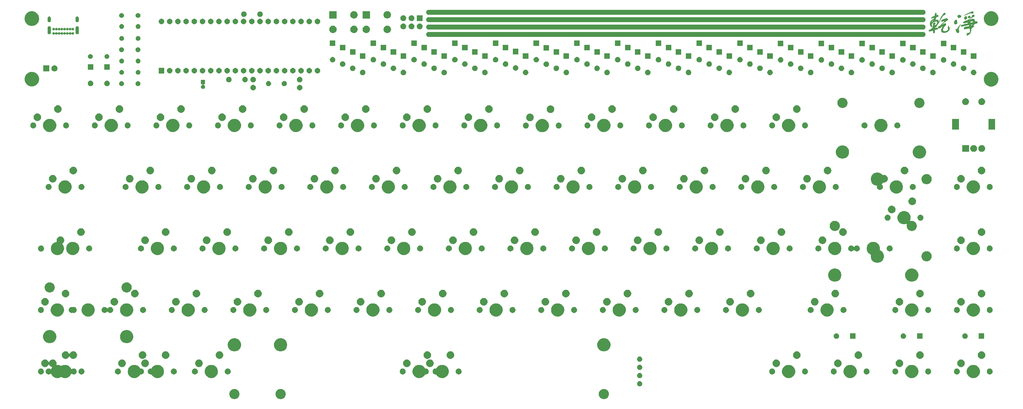
<source format=gbr>
G04 #@! TF.GenerationSoftware,KiCad,Pcbnew,(5.1.6)-1*
G04 #@! TF.CreationDate,2020-12-09T10:24:45-05:00*
G04 #@! TF.ProjectId,Ganjing keyboard,47616e6a-696e-4672-906b-6579626f6172,rev?*
G04 #@! TF.SameCoordinates,Original*
G04 #@! TF.FileFunction,Soldermask,Top*
G04 #@! TF.FilePolarity,Negative*
%FSLAX46Y46*%
G04 Gerber Fmt 4.6, Leading zero omitted, Abs format (unit mm)*
G04 Created by KiCad (PCBNEW (5.1.6)-1) date 2020-12-09 10:24:45*
%MOMM*%
%LPD*%
G01*
G04 APERTURE LIST*
%ADD10C,1.500000*%
%ADD11C,0.010000*%
%ADD12C,0.100000*%
G04 APERTURE END LIST*
D10*
X186300000Y-105200000D02*
X339300000Y-105200000D01*
X186300000Y-102900000D02*
X339300000Y-102900000D01*
X186300000Y-100600000D02*
X339300000Y-100600000D01*
X186300000Y-98300000D02*
X339300000Y-98300000D01*
D11*
G36*
X354846420Y-99094809D02*
G01*
X354891977Y-99096247D01*
X354924303Y-99100062D01*
X354949383Y-99107306D01*
X354973200Y-99119030D01*
X354995146Y-99132206D01*
X355052536Y-99181692D01*
X355094796Y-99246764D01*
X355120030Y-99321569D01*
X355126345Y-99400251D01*
X355111844Y-99476953D01*
X355109135Y-99484396D01*
X355073987Y-99544524D01*
X355018720Y-99600060D01*
X354948386Y-99647586D01*
X354868036Y-99683684D01*
X354783348Y-99704842D01*
X354754412Y-99709742D01*
X354726835Y-99716277D01*
X354696917Y-99725977D01*
X354660962Y-99740369D01*
X354615271Y-99760984D01*
X354556146Y-99789351D01*
X354479889Y-99826999D01*
X354440526Y-99846614D01*
X354134579Y-100011785D01*
X353848124Y-100192289D01*
X353580182Y-100388768D01*
X353451488Y-100494355D01*
X353377699Y-100557535D01*
X353321780Y-100606261D01*
X353282115Y-100642058D01*
X353257086Y-100666448D01*
X353245080Y-100680955D01*
X353244479Y-100687103D01*
X353246551Y-100687558D01*
X353271903Y-100684916D01*
X353317164Y-100676712D01*
X353377920Y-100663976D01*
X353449758Y-100647736D01*
X353528265Y-100629021D01*
X353609027Y-100608860D01*
X353687633Y-100588282D01*
X353759668Y-100568315D01*
X353766469Y-100566354D01*
X353848700Y-100541400D01*
X353944675Y-100510451D01*
X354044693Y-100476742D01*
X354139049Y-100443505D01*
X354178491Y-100429038D01*
X354324708Y-100378149D01*
X354453292Y-100341634D01*
X354567159Y-100319285D01*
X354669224Y-100310892D01*
X354762402Y-100316244D01*
X354849609Y-100335131D01*
X354933761Y-100367345D01*
X354947115Y-100373711D01*
X355023609Y-100421592D01*
X355087169Y-100485450D01*
X355141303Y-100569072D01*
X355156864Y-100599901D01*
X355173322Y-100636233D01*
X355184776Y-100668514D01*
X355192432Y-100703178D01*
X355197496Y-100746658D01*
X355201175Y-100805389D01*
X355203029Y-100846155D01*
X355207983Y-100929049D01*
X355215808Y-100991470D01*
X355228070Y-101038107D01*
X355246338Y-101073653D01*
X355272177Y-101102798D01*
X355295004Y-101121451D01*
X355308729Y-101130436D01*
X355325052Y-101137295D01*
X355347622Y-101142431D01*
X355380091Y-101146247D01*
X355426107Y-101149147D01*
X355489322Y-101151534D01*
X355573385Y-101153811D01*
X355592110Y-101154266D01*
X355853688Y-101160566D01*
X355915659Y-101198425D01*
X355972512Y-101245575D01*
X356014042Y-101305232D01*
X356039440Y-101372455D01*
X356047897Y-101442298D01*
X356038601Y-101509819D01*
X356010744Y-101570074D01*
X355981976Y-101603298D01*
X355930421Y-101639687D01*
X355860666Y-101673564D01*
X355779706Y-101701831D01*
X355731945Y-101714086D01*
X355550510Y-101759868D01*
X355390149Y-101812009D01*
X355247245Y-101871828D01*
X355129978Y-101933666D01*
X355057162Y-101981844D01*
X354985140Y-102039365D01*
X354919725Y-102100865D01*
X354866729Y-102160982D01*
X354837966Y-102203088D01*
X354803182Y-102263993D01*
X354850778Y-102361138D01*
X354892652Y-102454392D01*
X354918341Y-102532614D01*
X354928066Y-102599898D01*
X354922047Y-102660340D01*
X354900505Y-102718034D01*
X354872491Y-102764601D01*
X354826546Y-102817235D01*
X354760938Y-102872747D01*
X354680485Y-102928029D01*
X354589999Y-102979969D01*
X354494297Y-103025458D01*
X354429142Y-103050960D01*
X354354485Y-103088614D01*
X354291534Y-103144898D01*
X354239770Y-103220781D01*
X354198674Y-103317231D01*
X354167727Y-103435218D01*
X354146411Y-103575710D01*
X354145986Y-103579613D01*
X354115684Y-103806074D01*
X354074971Y-104022424D01*
X354024751Y-104224910D01*
X353965925Y-104409777D01*
X353916489Y-104535095D01*
X353864227Y-104645350D01*
X353807594Y-104742352D01*
X353741616Y-104833289D01*
X353661319Y-104925349D01*
X353609434Y-104978882D01*
X353485852Y-105096440D01*
X353369897Y-105193194D01*
X353258630Y-105271213D01*
X353149113Y-105332571D01*
X353044893Y-105376997D01*
X352978379Y-105399433D01*
X352928955Y-105410425D01*
X352891117Y-105409689D01*
X352859361Y-105396937D01*
X352828185Y-105371884D01*
X352821561Y-105365399D01*
X352779735Y-105307597D01*
X352756661Y-105236089D01*
X352752311Y-105150092D01*
X352766660Y-105048818D01*
X352799678Y-104931483D01*
X352805817Y-104913651D01*
X352828014Y-104857583D01*
X352852326Y-104816673D01*
X352884272Y-104785606D01*
X352929374Y-104759069D01*
X352993151Y-104731749D01*
X352995936Y-104730656D01*
X353031676Y-104718542D01*
X353071214Y-104709660D01*
X353120172Y-104703231D01*
X353184170Y-104698474D01*
X353250606Y-104695323D01*
X353323393Y-104692098D01*
X353376677Y-104688563D01*
X353416145Y-104683688D01*
X353447482Y-104676442D01*
X353476374Y-104665796D01*
X353508508Y-104650720D01*
X353515190Y-104647399D01*
X353583473Y-104605112D01*
X353632949Y-104553455D01*
X353668435Y-104486545D01*
X353683550Y-104441747D01*
X353712987Y-104318381D01*
X353734194Y-104182623D01*
X353747059Y-104040120D01*
X353751469Y-103896520D01*
X353747311Y-103757468D01*
X353734474Y-103628613D01*
X353712844Y-103515599D01*
X353702703Y-103479296D01*
X353672137Y-103403351D01*
X353632328Y-103339121D01*
X353586969Y-103291959D01*
X353562481Y-103275991D01*
X353523037Y-103263248D01*
X353468302Y-103258452D01*
X353397044Y-103261791D01*
X353308031Y-103273451D01*
X353200031Y-103293617D01*
X353071813Y-103322477D01*
X352922145Y-103360215D01*
X352815228Y-103388923D01*
X352698436Y-103420639D01*
X352602195Y-103446005D01*
X352522864Y-103465714D01*
X352456800Y-103480460D01*
X352400361Y-103490935D01*
X352349904Y-103497833D01*
X352301787Y-103501847D01*
X352252368Y-103503671D01*
X352210467Y-103504018D01*
X352127061Y-103501977D01*
X352063116Y-103494609D01*
X352013134Y-103480045D01*
X351971616Y-103456417D01*
X351933064Y-103421857D01*
X351917029Y-103404311D01*
X351873572Y-103337572D01*
X351854350Y-103265019D01*
X351859602Y-103188537D01*
X351881469Y-103126042D01*
X351922717Y-103057399D01*
X351979160Y-102995500D01*
X352052752Y-102939092D01*
X352145444Y-102886925D01*
X352259191Y-102837746D01*
X352395946Y-102790302D01*
X352414083Y-102784639D01*
X352465172Y-102769133D01*
X352507833Y-102757381D01*
X352547177Y-102748690D01*
X352588317Y-102742370D01*
X352636365Y-102737727D01*
X352696432Y-102734071D01*
X352773631Y-102730708D01*
X352827828Y-102728637D01*
X352969037Y-102721378D01*
X353087924Y-102710627D01*
X353187211Y-102695693D01*
X353269618Y-102675880D01*
X353337865Y-102650497D01*
X353394674Y-102618849D01*
X353442766Y-102580244D01*
X353454086Y-102569075D01*
X353493023Y-102515338D01*
X353519474Y-102450638D01*
X353532554Y-102381576D01*
X353531372Y-102314755D01*
X353515041Y-102256777D01*
X353503157Y-102237310D01*
X354024656Y-102237310D01*
X354030160Y-102314725D01*
X354046963Y-102382072D01*
X354064506Y-102427345D01*
X354084590Y-102453648D01*
X354109013Y-102464083D01*
X354117075Y-102464584D01*
X354145606Y-102459349D01*
X354163859Y-102438987D01*
X354170665Y-102424318D01*
X354197943Y-102378514D01*
X354243832Y-102324097D01*
X354304667Y-102264234D01*
X354376785Y-102202093D01*
X354456522Y-102140842D01*
X354540212Y-102083649D01*
X354619552Y-102036230D01*
X354648895Y-102017035D01*
X354664523Y-102000776D01*
X354665174Y-101994953D01*
X354649917Y-101982929D01*
X354620136Y-101966657D01*
X354605327Y-101959765D01*
X354572583Y-101947466D01*
X354541308Y-101942550D01*
X354501763Y-101944257D01*
X354465211Y-101948807D01*
X354338336Y-101973168D01*
X354232044Y-102007688D01*
X354146933Y-102051864D01*
X354083600Y-102105195D01*
X354042642Y-102167177D01*
X354024656Y-102237310D01*
X353503157Y-102237310D01*
X353499518Y-102231351D01*
X353475634Y-102209628D01*
X353443443Y-102200868D01*
X353421387Y-102200000D01*
X353395665Y-102202699D01*
X353348165Y-102210396D01*
X353281676Y-102222496D01*
X353198989Y-102238405D01*
X353102896Y-102257524D01*
X352996186Y-102279260D01*
X352881651Y-102303017D01*
X352762080Y-102328197D01*
X352640265Y-102354206D01*
X352518995Y-102380449D01*
X352401063Y-102406328D01*
X352289258Y-102431249D01*
X352186370Y-102454615D01*
X352095192Y-102475831D01*
X352018512Y-102494301D01*
X351959122Y-102509429D01*
X351920231Y-102520487D01*
X351777607Y-102562678D01*
X351637515Y-102598364D01*
X351503019Y-102627086D01*
X351377184Y-102648381D01*
X351263074Y-102661789D01*
X351163754Y-102666849D01*
X351082288Y-102663099D01*
X351033490Y-102653873D01*
X350978266Y-102628115D01*
X350944130Y-102588749D01*
X350931157Y-102536073D01*
X350939421Y-102470384D01*
X350968472Y-102393084D01*
X350988229Y-102353605D01*
X351006579Y-102326892D01*
X351030226Y-102306613D01*
X351065878Y-102286432D01*
X351098104Y-102270638D01*
X351151505Y-102248282D01*
X351219084Y-102224724D01*
X351290271Y-102203489D01*
X351329022Y-102193633D01*
X351387748Y-102179401D01*
X351439802Y-102165929D01*
X351478792Y-102154922D01*
X351496307Y-102149025D01*
X351514571Y-102143177D01*
X351554430Y-102131635D01*
X351613122Y-102115160D01*
X351687882Y-102094513D01*
X351775950Y-102070455D01*
X351874561Y-102043749D01*
X351980953Y-102015154D01*
X352020429Y-102004598D01*
X352150940Y-101969948D01*
X352259655Y-101941593D01*
X352349025Y-101918976D01*
X352421503Y-101901538D01*
X352479540Y-101888722D01*
X352525589Y-101879969D01*
X352562101Y-101874722D01*
X352591529Y-101872423D01*
X352602297Y-101872202D01*
X352705227Y-101865255D01*
X352805822Y-101846106D01*
X352898843Y-101816527D01*
X352979051Y-101778285D01*
X353041207Y-101733150D01*
X353054762Y-101719407D01*
X353087990Y-101666223D01*
X353099898Y-101608565D01*
X353092616Y-101551176D01*
X353068276Y-101498799D01*
X353029010Y-101456178D01*
X352976949Y-101428054D01*
X352919798Y-101419062D01*
X352895260Y-101422337D01*
X352850806Y-101431353D01*
X352790796Y-101445102D01*
X352719590Y-101462577D01*
X352641548Y-101482768D01*
X352623400Y-101487607D01*
X352473311Y-101526451D01*
X352342274Y-101557072D01*
X352225794Y-101580216D01*
X352119373Y-101596628D01*
X352018515Y-101607054D01*
X351918725Y-101612237D01*
X351866131Y-101613107D01*
X351794610Y-101613246D01*
X351744059Y-101612378D01*
X351710256Y-101610004D01*
X351688978Y-101605627D01*
X351676002Y-101598748D01*
X351667693Y-101589681D01*
X351654745Y-101555996D01*
X351649742Y-101507355D01*
X351652420Y-101452627D01*
X351662513Y-101400680D01*
X351674272Y-101369881D01*
X351716803Y-101309774D01*
X351784151Y-101247302D01*
X351876058Y-101182601D01*
X351897830Y-101170087D01*
X353822546Y-101170087D01*
X353824709Y-101204616D01*
X353830343Y-101251635D01*
X353838510Y-101305077D01*
X353848271Y-101358875D01*
X353858688Y-101406962D01*
X353868821Y-101443271D01*
X353870085Y-101446853D01*
X353889640Y-101484340D01*
X353916403Y-101516655D01*
X353944275Y-101537718D01*
X353965518Y-101541968D01*
X353982742Y-101537644D01*
X354021237Y-101528031D01*
X354077822Y-101513923D01*
X354149314Y-101496113D01*
X354232531Y-101475394D01*
X354324291Y-101452558D01*
X354362595Y-101443028D01*
X354738235Y-101349581D01*
X354730460Y-101305470D01*
X354712398Y-101243698D01*
X354682110Y-101180557D01*
X354644808Y-101125465D01*
X354613098Y-101093265D01*
X354564704Y-101058413D01*
X354520221Y-101036176D01*
X354472486Y-101024826D01*
X354414336Y-101022634D01*
X354341130Y-101027630D01*
X354273526Y-101035232D01*
X354202706Y-101045081D01*
X354140540Y-101055467D01*
X354121292Y-101059276D01*
X354067278Y-101072044D01*
X354007687Y-101088311D01*
X353948227Y-101106250D01*
X353894606Y-101124036D01*
X353852532Y-101139843D01*
X353827714Y-101151845D01*
X353824793Y-101154116D01*
X353822546Y-101170087D01*
X351897830Y-101170087D01*
X351992266Y-101115809D01*
X352132519Y-101047063D01*
X352296558Y-100976501D01*
X352484126Y-100904259D01*
X352671815Y-100838266D01*
X352784735Y-100798486D01*
X352880114Y-100760890D01*
X352965026Y-100722291D01*
X353046551Y-100679498D01*
X353120967Y-100635928D01*
X353222298Y-100570260D01*
X353336283Y-100489443D01*
X353458570Y-100396924D01*
X353584807Y-100296146D01*
X353710639Y-100190554D01*
X353831714Y-100083593D01*
X353906357Y-100014438D01*
X353961920Y-99963244D01*
X354018955Y-99913042D01*
X354071338Y-99869082D01*
X354112945Y-99836611D01*
X354118686Y-99832483D01*
X354159305Y-99801804D01*
X354283036Y-99801804D01*
X354284333Y-99824846D01*
X354292491Y-99825781D01*
X354308234Y-99812451D01*
X354326998Y-99791910D01*
X354333433Y-99779000D01*
X354322864Y-99770345D01*
X354308234Y-99768354D01*
X354288906Y-99775239D01*
X354283052Y-99799674D01*
X354283036Y-99801804D01*
X354159305Y-99801804D01*
X354165200Y-99797352D01*
X354216088Y-99755136D01*
X354267656Y-99709371D01*
X354316207Y-99663596D01*
X354358046Y-99621349D01*
X354389477Y-99586167D01*
X354406805Y-99561588D01*
X354409028Y-99554554D01*
X354402248Y-99530923D01*
X354385249Y-99498120D01*
X354377530Y-99486070D01*
X354356512Y-99449494D01*
X354347822Y-99414945D01*
X354350837Y-99374114D01*
X354364936Y-99318694D01*
X354364999Y-99318483D01*
X354398077Y-99249360D01*
X354451855Y-99188510D01*
X354522161Y-99140142D01*
X354557991Y-99123607D01*
X354594234Y-99110773D01*
X354630574Y-99102342D01*
X354673805Y-99097435D01*
X354730718Y-99095174D01*
X354781650Y-99094698D01*
X354846420Y-99094809D01*
G37*
X354846420Y-99094809D02*
X354891977Y-99096247D01*
X354924303Y-99100062D01*
X354949383Y-99107306D01*
X354973200Y-99119030D01*
X354995146Y-99132206D01*
X355052536Y-99181692D01*
X355094796Y-99246764D01*
X355120030Y-99321569D01*
X355126345Y-99400251D01*
X355111844Y-99476953D01*
X355109135Y-99484396D01*
X355073987Y-99544524D01*
X355018720Y-99600060D01*
X354948386Y-99647586D01*
X354868036Y-99683684D01*
X354783348Y-99704842D01*
X354754412Y-99709742D01*
X354726835Y-99716277D01*
X354696917Y-99725977D01*
X354660962Y-99740369D01*
X354615271Y-99760984D01*
X354556146Y-99789351D01*
X354479889Y-99826999D01*
X354440526Y-99846614D01*
X354134579Y-100011785D01*
X353848124Y-100192289D01*
X353580182Y-100388768D01*
X353451488Y-100494355D01*
X353377699Y-100557535D01*
X353321780Y-100606261D01*
X353282115Y-100642058D01*
X353257086Y-100666448D01*
X353245080Y-100680955D01*
X353244479Y-100687103D01*
X353246551Y-100687558D01*
X353271903Y-100684916D01*
X353317164Y-100676712D01*
X353377920Y-100663976D01*
X353449758Y-100647736D01*
X353528265Y-100629021D01*
X353609027Y-100608860D01*
X353687633Y-100588282D01*
X353759668Y-100568315D01*
X353766469Y-100566354D01*
X353848700Y-100541400D01*
X353944675Y-100510451D01*
X354044693Y-100476742D01*
X354139049Y-100443505D01*
X354178491Y-100429038D01*
X354324708Y-100378149D01*
X354453292Y-100341634D01*
X354567159Y-100319285D01*
X354669224Y-100310892D01*
X354762402Y-100316244D01*
X354849609Y-100335131D01*
X354933761Y-100367345D01*
X354947115Y-100373711D01*
X355023609Y-100421592D01*
X355087169Y-100485450D01*
X355141303Y-100569072D01*
X355156864Y-100599901D01*
X355173322Y-100636233D01*
X355184776Y-100668514D01*
X355192432Y-100703178D01*
X355197496Y-100746658D01*
X355201175Y-100805389D01*
X355203029Y-100846155D01*
X355207983Y-100929049D01*
X355215808Y-100991470D01*
X355228070Y-101038107D01*
X355246338Y-101073653D01*
X355272177Y-101102798D01*
X355295004Y-101121451D01*
X355308729Y-101130436D01*
X355325052Y-101137295D01*
X355347622Y-101142431D01*
X355380091Y-101146247D01*
X355426107Y-101149147D01*
X355489322Y-101151534D01*
X355573385Y-101153811D01*
X355592110Y-101154266D01*
X355853688Y-101160566D01*
X355915659Y-101198425D01*
X355972512Y-101245575D01*
X356014042Y-101305232D01*
X356039440Y-101372455D01*
X356047897Y-101442298D01*
X356038601Y-101509819D01*
X356010744Y-101570074D01*
X355981976Y-101603298D01*
X355930421Y-101639687D01*
X355860666Y-101673564D01*
X355779706Y-101701831D01*
X355731945Y-101714086D01*
X355550510Y-101759868D01*
X355390149Y-101812009D01*
X355247245Y-101871828D01*
X355129978Y-101933666D01*
X355057162Y-101981844D01*
X354985140Y-102039365D01*
X354919725Y-102100865D01*
X354866729Y-102160982D01*
X354837966Y-102203088D01*
X354803182Y-102263993D01*
X354850778Y-102361138D01*
X354892652Y-102454392D01*
X354918341Y-102532614D01*
X354928066Y-102599898D01*
X354922047Y-102660340D01*
X354900505Y-102718034D01*
X354872491Y-102764601D01*
X354826546Y-102817235D01*
X354760938Y-102872747D01*
X354680485Y-102928029D01*
X354589999Y-102979969D01*
X354494297Y-103025458D01*
X354429142Y-103050960D01*
X354354485Y-103088614D01*
X354291534Y-103144898D01*
X354239770Y-103220781D01*
X354198674Y-103317231D01*
X354167727Y-103435218D01*
X354146411Y-103575710D01*
X354145986Y-103579613D01*
X354115684Y-103806074D01*
X354074971Y-104022424D01*
X354024751Y-104224910D01*
X353965925Y-104409777D01*
X353916489Y-104535095D01*
X353864227Y-104645350D01*
X353807594Y-104742352D01*
X353741616Y-104833289D01*
X353661319Y-104925349D01*
X353609434Y-104978882D01*
X353485852Y-105096440D01*
X353369897Y-105193194D01*
X353258630Y-105271213D01*
X353149113Y-105332571D01*
X353044893Y-105376997D01*
X352978379Y-105399433D01*
X352928955Y-105410425D01*
X352891117Y-105409689D01*
X352859361Y-105396937D01*
X352828185Y-105371884D01*
X352821561Y-105365399D01*
X352779735Y-105307597D01*
X352756661Y-105236089D01*
X352752311Y-105150092D01*
X352766660Y-105048818D01*
X352799678Y-104931483D01*
X352805817Y-104913651D01*
X352828014Y-104857583D01*
X352852326Y-104816673D01*
X352884272Y-104785606D01*
X352929374Y-104759069D01*
X352993151Y-104731749D01*
X352995936Y-104730656D01*
X353031676Y-104718542D01*
X353071214Y-104709660D01*
X353120172Y-104703231D01*
X353184170Y-104698474D01*
X353250606Y-104695323D01*
X353323393Y-104692098D01*
X353376677Y-104688563D01*
X353416145Y-104683688D01*
X353447482Y-104676442D01*
X353476374Y-104665796D01*
X353508508Y-104650720D01*
X353515190Y-104647399D01*
X353583473Y-104605112D01*
X353632949Y-104553455D01*
X353668435Y-104486545D01*
X353683550Y-104441747D01*
X353712987Y-104318381D01*
X353734194Y-104182623D01*
X353747059Y-104040120D01*
X353751469Y-103896520D01*
X353747311Y-103757468D01*
X353734474Y-103628613D01*
X353712844Y-103515599D01*
X353702703Y-103479296D01*
X353672137Y-103403351D01*
X353632328Y-103339121D01*
X353586969Y-103291959D01*
X353562481Y-103275991D01*
X353523037Y-103263248D01*
X353468302Y-103258452D01*
X353397044Y-103261791D01*
X353308031Y-103273451D01*
X353200031Y-103293617D01*
X353071813Y-103322477D01*
X352922145Y-103360215D01*
X352815228Y-103388923D01*
X352698436Y-103420639D01*
X352602195Y-103446005D01*
X352522864Y-103465714D01*
X352456800Y-103480460D01*
X352400361Y-103490935D01*
X352349904Y-103497833D01*
X352301787Y-103501847D01*
X352252368Y-103503671D01*
X352210467Y-103504018D01*
X352127061Y-103501977D01*
X352063116Y-103494609D01*
X352013134Y-103480045D01*
X351971616Y-103456417D01*
X351933064Y-103421857D01*
X351917029Y-103404311D01*
X351873572Y-103337572D01*
X351854350Y-103265019D01*
X351859602Y-103188537D01*
X351881469Y-103126042D01*
X351922717Y-103057399D01*
X351979160Y-102995500D01*
X352052752Y-102939092D01*
X352145444Y-102886925D01*
X352259191Y-102837746D01*
X352395946Y-102790302D01*
X352414083Y-102784639D01*
X352465172Y-102769133D01*
X352507833Y-102757381D01*
X352547177Y-102748690D01*
X352588317Y-102742370D01*
X352636365Y-102737727D01*
X352696432Y-102734071D01*
X352773631Y-102730708D01*
X352827828Y-102728637D01*
X352969037Y-102721378D01*
X353087924Y-102710627D01*
X353187211Y-102695693D01*
X353269618Y-102675880D01*
X353337865Y-102650497D01*
X353394674Y-102618849D01*
X353442766Y-102580244D01*
X353454086Y-102569075D01*
X353493023Y-102515338D01*
X353519474Y-102450638D01*
X353532554Y-102381576D01*
X353531372Y-102314755D01*
X353515041Y-102256777D01*
X353503157Y-102237310D01*
X354024656Y-102237310D01*
X354030160Y-102314725D01*
X354046963Y-102382072D01*
X354064506Y-102427345D01*
X354084590Y-102453648D01*
X354109013Y-102464083D01*
X354117075Y-102464584D01*
X354145606Y-102459349D01*
X354163859Y-102438987D01*
X354170665Y-102424318D01*
X354197943Y-102378514D01*
X354243832Y-102324097D01*
X354304667Y-102264234D01*
X354376785Y-102202093D01*
X354456522Y-102140842D01*
X354540212Y-102083649D01*
X354619552Y-102036230D01*
X354648895Y-102017035D01*
X354664523Y-102000776D01*
X354665174Y-101994953D01*
X354649917Y-101982929D01*
X354620136Y-101966657D01*
X354605327Y-101959765D01*
X354572583Y-101947466D01*
X354541308Y-101942550D01*
X354501763Y-101944257D01*
X354465211Y-101948807D01*
X354338336Y-101973168D01*
X354232044Y-102007688D01*
X354146933Y-102051864D01*
X354083600Y-102105195D01*
X354042642Y-102167177D01*
X354024656Y-102237310D01*
X353503157Y-102237310D01*
X353499518Y-102231351D01*
X353475634Y-102209628D01*
X353443443Y-102200868D01*
X353421387Y-102200000D01*
X353395665Y-102202699D01*
X353348165Y-102210396D01*
X353281676Y-102222496D01*
X353198989Y-102238405D01*
X353102896Y-102257524D01*
X352996186Y-102279260D01*
X352881651Y-102303017D01*
X352762080Y-102328197D01*
X352640265Y-102354206D01*
X352518995Y-102380449D01*
X352401063Y-102406328D01*
X352289258Y-102431249D01*
X352186370Y-102454615D01*
X352095192Y-102475831D01*
X352018512Y-102494301D01*
X351959122Y-102509429D01*
X351920231Y-102520487D01*
X351777607Y-102562678D01*
X351637515Y-102598364D01*
X351503019Y-102627086D01*
X351377184Y-102648381D01*
X351263074Y-102661789D01*
X351163754Y-102666849D01*
X351082288Y-102663099D01*
X351033490Y-102653873D01*
X350978266Y-102628115D01*
X350944130Y-102588749D01*
X350931157Y-102536073D01*
X350939421Y-102470384D01*
X350968472Y-102393084D01*
X350988229Y-102353605D01*
X351006579Y-102326892D01*
X351030226Y-102306613D01*
X351065878Y-102286432D01*
X351098104Y-102270638D01*
X351151505Y-102248282D01*
X351219084Y-102224724D01*
X351290271Y-102203489D01*
X351329022Y-102193633D01*
X351387748Y-102179401D01*
X351439802Y-102165929D01*
X351478792Y-102154922D01*
X351496307Y-102149025D01*
X351514571Y-102143177D01*
X351554430Y-102131635D01*
X351613122Y-102115160D01*
X351687882Y-102094513D01*
X351775950Y-102070455D01*
X351874561Y-102043749D01*
X351980953Y-102015154D01*
X352020429Y-102004598D01*
X352150940Y-101969948D01*
X352259655Y-101941593D01*
X352349025Y-101918976D01*
X352421503Y-101901538D01*
X352479540Y-101888722D01*
X352525589Y-101879969D01*
X352562101Y-101874722D01*
X352591529Y-101872423D01*
X352602297Y-101872202D01*
X352705227Y-101865255D01*
X352805822Y-101846106D01*
X352898843Y-101816527D01*
X352979051Y-101778285D01*
X353041207Y-101733150D01*
X353054762Y-101719407D01*
X353087990Y-101666223D01*
X353099898Y-101608565D01*
X353092616Y-101551176D01*
X353068276Y-101498799D01*
X353029010Y-101456178D01*
X352976949Y-101428054D01*
X352919798Y-101419062D01*
X352895260Y-101422337D01*
X352850806Y-101431353D01*
X352790796Y-101445102D01*
X352719590Y-101462577D01*
X352641548Y-101482768D01*
X352623400Y-101487607D01*
X352473311Y-101526451D01*
X352342274Y-101557072D01*
X352225794Y-101580216D01*
X352119373Y-101596628D01*
X352018515Y-101607054D01*
X351918725Y-101612237D01*
X351866131Y-101613107D01*
X351794610Y-101613246D01*
X351744059Y-101612378D01*
X351710256Y-101610004D01*
X351688978Y-101605627D01*
X351676002Y-101598748D01*
X351667693Y-101589681D01*
X351654745Y-101555996D01*
X351649742Y-101507355D01*
X351652420Y-101452627D01*
X351662513Y-101400680D01*
X351674272Y-101369881D01*
X351716803Y-101309774D01*
X351784151Y-101247302D01*
X351876058Y-101182601D01*
X351897830Y-101170087D01*
X353822546Y-101170087D01*
X353824709Y-101204616D01*
X353830343Y-101251635D01*
X353838510Y-101305077D01*
X353848271Y-101358875D01*
X353858688Y-101406962D01*
X353868821Y-101443271D01*
X353870085Y-101446853D01*
X353889640Y-101484340D01*
X353916403Y-101516655D01*
X353944275Y-101537718D01*
X353965518Y-101541968D01*
X353982742Y-101537644D01*
X354021237Y-101528031D01*
X354077822Y-101513923D01*
X354149314Y-101496113D01*
X354232531Y-101475394D01*
X354324291Y-101452558D01*
X354362595Y-101443028D01*
X354738235Y-101349581D01*
X354730460Y-101305470D01*
X354712398Y-101243698D01*
X354682110Y-101180557D01*
X354644808Y-101125465D01*
X354613098Y-101093265D01*
X354564704Y-101058413D01*
X354520221Y-101036176D01*
X354472486Y-101024826D01*
X354414336Y-101022634D01*
X354341130Y-101027630D01*
X354273526Y-101035232D01*
X354202706Y-101045081D01*
X354140540Y-101055467D01*
X354121292Y-101059276D01*
X354067278Y-101072044D01*
X354007687Y-101088311D01*
X353948227Y-101106250D01*
X353894606Y-101124036D01*
X353852532Y-101139843D01*
X353827714Y-101151845D01*
X353824793Y-101154116D01*
X353822546Y-101170087D01*
X351897830Y-101170087D01*
X351992266Y-101115809D01*
X352132519Y-101047063D01*
X352296558Y-100976501D01*
X352484126Y-100904259D01*
X352671815Y-100838266D01*
X352784735Y-100798486D01*
X352880114Y-100760890D01*
X352965026Y-100722291D01*
X353046551Y-100679498D01*
X353120967Y-100635928D01*
X353222298Y-100570260D01*
X353336283Y-100489443D01*
X353458570Y-100396924D01*
X353584807Y-100296146D01*
X353710639Y-100190554D01*
X353831714Y-100083593D01*
X353906357Y-100014438D01*
X353961920Y-99963244D01*
X354018955Y-99913042D01*
X354071338Y-99869082D01*
X354112945Y-99836611D01*
X354118686Y-99832483D01*
X354159305Y-99801804D01*
X354283036Y-99801804D01*
X354284333Y-99824846D01*
X354292491Y-99825781D01*
X354308234Y-99812451D01*
X354326998Y-99791910D01*
X354333433Y-99779000D01*
X354322864Y-99770345D01*
X354308234Y-99768354D01*
X354288906Y-99775239D01*
X354283052Y-99799674D01*
X354283036Y-99801804D01*
X354159305Y-99801804D01*
X354165200Y-99797352D01*
X354216088Y-99755136D01*
X354267656Y-99709371D01*
X354316207Y-99663596D01*
X354358046Y-99621349D01*
X354389477Y-99586167D01*
X354406805Y-99561588D01*
X354409028Y-99554554D01*
X354402248Y-99530923D01*
X354385249Y-99498120D01*
X354377530Y-99486070D01*
X354356512Y-99449494D01*
X354347822Y-99414945D01*
X354350837Y-99374114D01*
X354364936Y-99318694D01*
X354364999Y-99318483D01*
X354398077Y-99249360D01*
X354451855Y-99188510D01*
X354522161Y-99140142D01*
X354557991Y-99123607D01*
X354594234Y-99110773D01*
X354630574Y-99102342D01*
X354673805Y-99097435D01*
X354730718Y-99095174D01*
X354781650Y-99094698D01*
X354846420Y-99094809D01*
G36*
X346086324Y-98464336D02*
G01*
X346109659Y-98539931D01*
X346125007Y-98608192D01*
X346129644Y-98683887D01*
X346128893Y-98716320D01*
X346119892Y-98799171D01*
X346098169Y-98869823D01*
X346060507Y-98935137D01*
X346003691Y-99001973D01*
X345987153Y-99018701D01*
X345947354Y-99054946D01*
X345902237Y-99091173D01*
X345856417Y-99124280D01*
X345814512Y-99151165D01*
X345781137Y-99168725D01*
X345760909Y-99173858D01*
X345758157Y-99172575D01*
X345758152Y-99158090D01*
X345764452Y-99127133D01*
X345775128Y-99087046D01*
X345788251Y-99045171D01*
X345799974Y-99013446D01*
X345797901Y-99006254D01*
X345780579Y-99014549D01*
X345750610Y-99036028D01*
X345710595Y-99068395D01*
X345663137Y-99109347D01*
X345610837Y-99156587D01*
X345556297Y-99207813D01*
X345502118Y-99260728D01*
X345450903Y-99313030D01*
X345405650Y-99361976D01*
X345299441Y-99485653D01*
X345196364Y-99615225D01*
X345095085Y-99752822D01*
X344994268Y-99900576D01*
X344892578Y-100060617D01*
X344788682Y-100235079D01*
X344681243Y-100426091D01*
X344568926Y-100635786D01*
X344450398Y-100866294D01*
X344397570Y-100971578D01*
X344346744Y-101072817D01*
X344298493Y-101167548D01*
X344254144Y-101253262D01*
X344215027Y-101327450D01*
X344182472Y-101387603D01*
X344157807Y-101431212D01*
X344142362Y-101455767D01*
X344138942Y-101459797D01*
X344106244Y-101476985D01*
X344079433Y-101482072D01*
X344062178Y-101484284D01*
X344049216Y-101493903D01*
X344037326Y-101515819D01*
X344023289Y-101554925D01*
X344015487Y-101579203D01*
X343997224Y-101629826D01*
X343970814Y-101694098D01*
X343939931Y-101763419D01*
X343911146Y-101823425D01*
X343883363Y-101877776D01*
X343858523Y-101922226D01*
X343832989Y-101961689D01*
X343803127Y-102001076D01*
X343765303Y-102045301D01*
X343715881Y-102099276D01*
X343674369Y-102143447D01*
X343601416Y-102222391D01*
X343545270Y-102287804D01*
X343504000Y-102343001D01*
X343475674Y-102391298D01*
X343458360Y-102436009D01*
X343450126Y-102480451D01*
X343449040Y-102527938D01*
X343449120Y-102529993D01*
X343450117Y-102561414D01*
X343448252Y-102585893D01*
X343440636Y-102606415D01*
X343424381Y-102625965D01*
X343396597Y-102647529D01*
X343354395Y-102674091D01*
X343294886Y-102708635D01*
X343253181Y-102732434D01*
X343158927Y-102790839D01*
X343076648Y-102851083D01*
X343009651Y-102910361D01*
X342961246Y-102965872D01*
X342942924Y-102995371D01*
X342929663Y-103032238D01*
X342921335Y-103076605D01*
X342918435Y-103120628D01*
X342921458Y-103156460D01*
X342930900Y-103176256D01*
X342931469Y-103176635D01*
X342947216Y-103175515D01*
X342982480Y-103167299D01*
X343032972Y-103153165D01*
X343094406Y-103134287D01*
X343139750Y-103119505D01*
X343335114Y-103054392D01*
X343432364Y-103076024D01*
X343557791Y-103112554D01*
X343664437Y-103162639D01*
X343726896Y-103204392D01*
X343787755Y-103250804D01*
X343722453Y-103318964D01*
X343755976Y-103376167D01*
X343781290Y-103435225D01*
X343785509Y-103487856D01*
X343768758Y-103531046D01*
X343748763Y-103551120D01*
X343732496Y-103560679D01*
X343710134Y-103568081D01*
X343677591Y-103573933D01*
X343630781Y-103578839D01*
X343565618Y-103583405D01*
X343509378Y-103586591D01*
X343349495Y-103598371D01*
X343212751Y-103615574D01*
X343097589Y-103638631D01*
X343002449Y-103667972D01*
X342925773Y-103704031D01*
X342866000Y-103747238D01*
X342842407Y-103771153D01*
X342801512Y-103817730D01*
X342809604Y-103994753D01*
X342814634Y-104074398D01*
X342822307Y-104159585D01*
X342831570Y-104239991D01*
X342841153Y-104304068D01*
X342864610Y-104436360D01*
X342835980Y-104493624D01*
X342787672Y-104570222D01*
X342725404Y-104638831D01*
X342654438Y-104695149D01*
X342580037Y-104734870D01*
X342520057Y-104752053D01*
X342469473Y-104760141D01*
X342428963Y-104669543D01*
X342397693Y-104593628D01*
X342374210Y-104520871D01*
X342357561Y-104445692D01*
X342346792Y-104362508D01*
X342340951Y-104265742D01*
X342339083Y-104149811D01*
X342339077Y-104143428D01*
X342338640Y-104070452D01*
X342337481Y-104007024D01*
X342335736Y-103957092D01*
X342333540Y-103924604D01*
X342331126Y-103913492D01*
X342316698Y-103916719D01*
X342281497Y-103925761D01*
X342229021Y-103939662D01*
X342162767Y-103957464D01*
X342086233Y-103978211D01*
X342002919Y-104000947D01*
X341916321Y-104024713D01*
X341829937Y-104048554D01*
X341747266Y-104071512D01*
X341671806Y-104092631D01*
X341607054Y-104110953D01*
X341564137Y-104123297D01*
X341430648Y-104156441D01*
X341312394Y-104173986D01*
X341210430Y-104175939D01*
X341125815Y-104162306D01*
X341059604Y-104133095D01*
X341041843Y-104119928D01*
X341013647Y-104086392D01*
X341004051Y-104046453D01*
X341012965Y-103996389D01*
X341037526Y-103938015D01*
X341060777Y-103899150D01*
X341092793Y-103855863D01*
X341129078Y-103813091D01*
X341165142Y-103775770D01*
X341196492Y-103748838D01*
X341218635Y-103737233D01*
X341220343Y-103737104D01*
X341252344Y-103729431D01*
X341301693Y-103707369D01*
X341366126Y-103672352D01*
X341443380Y-103625815D01*
X341531192Y-103569192D01*
X341622387Y-103507252D01*
X341923058Y-103507252D01*
X341934833Y-103510148D01*
X341968479Y-103504223D01*
X342023445Y-103489553D01*
X342099181Y-103466212D01*
X342150331Y-103449426D01*
X342332689Y-103388535D01*
X342336497Y-103323434D01*
X342337269Y-103286857D01*
X342335141Y-103263240D01*
X342332441Y-103258334D01*
X342316047Y-103264878D01*
X342282305Y-103283061D01*
X342234942Y-103310711D01*
X342177688Y-103345656D01*
X342118502Y-103383008D01*
X342066956Y-103415361D01*
X342013915Y-103447570D01*
X341970206Y-103473067D01*
X341967312Y-103474690D01*
X341933701Y-103495458D01*
X341923058Y-103507252D01*
X341622387Y-103507252D01*
X341627298Y-103503917D01*
X341729437Y-103431424D01*
X341835343Y-103353148D01*
X341881170Y-103318304D01*
X341973720Y-103251127D01*
X342068467Y-103189204D01*
X342159213Y-103136315D01*
X342239760Y-103096237D01*
X342258614Y-103088240D01*
X342300158Y-103069902D01*
X342323333Y-103054314D01*
X342333807Y-103036662D01*
X342336457Y-103022101D01*
X342337003Y-103003653D01*
X342330826Y-102990615D01*
X342313176Y-102979559D01*
X342279305Y-102967058D01*
X342245113Y-102956147D01*
X342197307Y-102940423D01*
X342168853Y-102928153D01*
X342154818Y-102916065D01*
X342150269Y-102900884D01*
X342150000Y-102893025D01*
X342152810Y-102857608D01*
X342161886Y-102816326D01*
X342178194Y-102767027D01*
X342202705Y-102707557D01*
X342236385Y-102635763D01*
X342280203Y-102549490D01*
X342335127Y-102446586D01*
X342402126Y-102324897D01*
X342419083Y-102294494D01*
X342538781Y-102080308D01*
X342466011Y-102071833D01*
X342415198Y-102063212D01*
X342365932Y-102050573D01*
X342344066Y-102042846D01*
X342295980Y-102016488D01*
X342254414Y-101982405D01*
X342224915Y-101946147D01*
X342213029Y-101913262D01*
X342212996Y-101911725D01*
X342222368Y-101865601D01*
X342247136Y-101813563D01*
X342282284Y-101764470D01*
X342313765Y-101733850D01*
X342344538Y-101713047D01*
X342387981Y-101688084D01*
X342437762Y-101662080D01*
X342487553Y-101638151D01*
X342531021Y-101619415D01*
X342561836Y-101608989D01*
X342569651Y-101607838D01*
X342586382Y-101601734D01*
X342619153Y-101585312D01*
X342662508Y-101561407D01*
X342691795Y-101544376D01*
X342743951Y-101514438D01*
X342780900Y-101496327D01*
X342808414Y-101487910D01*
X342832265Y-101487053D01*
X342842957Y-101488499D01*
X342917835Y-101511295D01*
X342975370Y-101549877D01*
X343013733Y-101602334D01*
X343031095Y-101666754D01*
X343031945Y-101686017D01*
X343023507Y-101778592D01*
X342996957Y-101857382D01*
X342950437Y-101927854D01*
X342949374Y-101929117D01*
X342908691Y-101980436D01*
X342865796Y-102039986D01*
X342822819Y-102104153D01*
X342781886Y-102169322D01*
X342745126Y-102231881D01*
X342714666Y-102288216D01*
X342692635Y-102334711D01*
X342681159Y-102367755D01*
X342681920Y-102383342D01*
X342697684Y-102383548D01*
X342731831Y-102375252D01*
X342779694Y-102360140D01*
X342836609Y-102339896D01*
X342897910Y-102316206D01*
X342958932Y-102290755D01*
X343015008Y-102265228D01*
X343031945Y-102256918D01*
X343167737Y-102183324D01*
X343283268Y-102109233D01*
X343375549Y-102036709D01*
X343423590Y-101982257D01*
X343470632Y-101907732D01*
X343514978Y-101818251D01*
X343554937Y-101718931D01*
X343588813Y-101614887D01*
X343614914Y-101511237D01*
X343631544Y-101413096D01*
X343637011Y-101325582D01*
X343631600Y-101263285D01*
X343608373Y-101204214D01*
X343565209Y-101154421D01*
X343506632Y-101117135D01*
X343437168Y-101095587D01*
X343391022Y-101091549D01*
X343324221Y-101095169D01*
X343238777Y-101105762D01*
X343139911Y-101122204D01*
X343032842Y-101143368D01*
X342922788Y-101168128D01*
X342814969Y-101195361D01*
X342714605Y-101223938D01*
X342626914Y-101252736D01*
X342603457Y-101261403D01*
X342433890Y-101335885D01*
X342286621Y-101421356D01*
X342161774Y-101517695D01*
X342059476Y-101624781D01*
X341979853Y-101742492D01*
X341923032Y-101870708D01*
X341905155Y-101930936D01*
X341886734Y-102052447D01*
X341893416Y-102173324D01*
X341925106Y-102292883D01*
X341968642Y-102387560D01*
X342012825Y-102468027D01*
X341981413Y-102500953D01*
X341961261Y-102526023D01*
X341958368Y-102545269D01*
X341964394Y-102559078D01*
X341983462Y-102603702D01*
X341996058Y-102654856D01*
X342000287Y-102702308D01*
X341996238Y-102731127D01*
X341972363Y-102765432D01*
X341932672Y-102784990D01*
X341881219Y-102790553D01*
X341822059Y-102782869D01*
X341759245Y-102762688D01*
X341696832Y-102730759D01*
X341638875Y-102687832D01*
X341610352Y-102659790D01*
X341545447Y-102573148D01*
X341488945Y-102466639D01*
X341441644Y-102344417D01*
X341404340Y-102210640D01*
X341377832Y-102069462D01*
X341362917Y-101925038D01*
X341360391Y-101781526D01*
X341371053Y-101643080D01*
X341392736Y-101525620D01*
X341445138Y-101363608D01*
X341521767Y-101204771D01*
X341621726Y-101050352D01*
X341744118Y-100901592D01*
X341888047Y-100759735D01*
X342030308Y-100642731D01*
X342104279Y-100588441D01*
X342188621Y-100529459D01*
X342276773Y-100470148D01*
X342362173Y-100414874D01*
X342438261Y-100367999D01*
X342477580Y-100345237D01*
X342576326Y-100281920D01*
X342650978Y-100215354D01*
X342702558Y-100144313D01*
X342732089Y-100067569D01*
X342738289Y-100032284D01*
X342746133Y-99966054D01*
X342659103Y-99974786D01*
X342619254Y-99980091D01*
X342560289Y-99989645D01*
X342487744Y-100002467D01*
X342407151Y-100017579D01*
X342324047Y-100034000D01*
X342320090Y-100034804D01*
X342177525Y-100061873D01*
X342055600Y-100080899D01*
X341954966Y-100091829D01*
X341876277Y-100094608D01*
X341820184Y-100089183D01*
X341791258Y-100078412D01*
X341768521Y-100058738D01*
X341759425Y-100041732D01*
X341768389Y-100025657D01*
X341792761Y-99997003D01*
X341828762Y-99959527D01*
X341872614Y-99916984D01*
X341920537Y-99873130D01*
X341968753Y-99831721D01*
X341979911Y-99822594D01*
X342070962Y-99754497D01*
X342169596Y-99690451D01*
X342271137Y-99632826D01*
X342370912Y-99583993D01*
X342464246Y-99546321D01*
X342546465Y-99522179D01*
X342585750Y-99515470D01*
X342680253Y-99497520D01*
X342761633Y-99467255D01*
X342824944Y-99426603D01*
X342833507Y-99418843D01*
X342847336Y-99404887D01*
X342856887Y-99390975D01*
X342862952Y-99372411D01*
X342866323Y-99344499D01*
X342867790Y-99302543D01*
X342868146Y-99241846D01*
X342868155Y-99213282D01*
X342874270Y-99051447D01*
X342892286Y-98904372D01*
X342921714Y-98773821D01*
X342962062Y-98661558D01*
X343012841Y-98569347D01*
X343064399Y-98507506D01*
X343112006Y-98475092D01*
X343161080Y-98467039D01*
X343209650Y-98482746D01*
X343255742Y-98521610D01*
X343294503Y-98577729D01*
X343304105Y-98609458D01*
X343310809Y-98661549D01*
X343314661Y-98729341D01*
X343315709Y-98808170D01*
X343314003Y-98893373D01*
X343309588Y-98980288D01*
X343302514Y-99064251D01*
X343292828Y-99140600D01*
X343288455Y-99166741D01*
X343279025Y-99221302D01*
X343272276Y-99265351D01*
X343268919Y-99293879D01*
X343269247Y-99302183D01*
X343280804Y-99294469D01*
X343304602Y-99274714D01*
X343322782Y-99258631D01*
X343409760Y-99196759D01*
X343512803Y-99152936D01*
X343629565Y-99128010D01*
X343700255Y-99122614D01*
X343779803Y-99127054D01*
X343839480Y-99145408D01*
X343878640Y-99176950D01*
X343896638Y-99220958D01*
X343892826Y-99276706D01*
X343877381Y-99321101D01*
X343850189Y-99382573D01*
X343914636Y-99447830D01*
X343979084Y-99513088D01*
X343940354Y-99540666D01*
X343901074Y-99564433D01*
X343844883Y-99592837D01*
X343776469Y-99624044D01*
X343700524Y-99656216D01*
X343621737Y-99687516D01*
X343544798Y-99716108D01*
X343474397Y-99740156D01*
X343415225Y-99757823D01*
X343371971Y-99767272D01*
X343358912Y-99768354D01*
X343325487Y-99774398D01*
X343308340Y-99781374D01*
X343279870Y-99808664D01*
X343253343Y-99856336D01*
X343230222Y-99919580D01*
X343211974Y-99993585D01*
X343200063Y-100073538D01*
X343195953Y-100150408D01*
X343188137Y-100230987D01*
X343166613Y-100322516D01*
X343133716Y-100416514D01*
X343105788Y-100478016D01*
X343057000Y-100557588D01*
X343000396Y-100620382D01*
X342938946Y-100663968D01*
X342875618Y-100685915D01*
X342849189Y-100688096D01*
X342816736Y-100693164D01*
X342777446Y-100709947D01*
X342726115Y-100740813D01*
X342710665Y-100751092D01*
X342668493Y-100779064D01*
X342634568Y-100800659D01*
X342613995Y-100812667D01*
X342610440Y-100814088D01*
X342606480Y-100802764D01*
X342603998Y-100773883D01*
X342603572Y-100752605D01*
X342603572Y-100691123D01*
X342505959Y-100709554D01*
X342352910Y-100749795D01*
X342215813Y-100809386D01*
X342095213Y-100887735D01*
X341991652Y-100984254D01*
X341905675Y-101098355D01*
X341837824Y-101229446D01*
X341788643Y-101376939D01*
X341761690Y-101516493D01*
X341757241Y-101556978D01*
X341756146Y-101585201D01*
X341758360Y-101594693D01*
X341768413Y-101584659D01*
X341787742Y-101558855D01*
X341812193Y-101522834D01*
X341812575Y-101522247D01*
X341900958Y-101402905D01*
X342007337Y-101286440D01*
X342128096Y-101175262D01*
X342259620Y-101071778D01*
X342398295Y-100978399D01*
X342540504Y-100897531D01*
X342682633Y-100831584D01*
X342821066Y-100782965D01*
X342952188Y-100754085D01*
X342968949Y-100751852D01*
X343037566Y-100741153D01*
X343116373Y-100725344D01*
X343191648Y-100707269D01*
X343214633Y-100700929D01*
X343317807Y-100672356D01*
X343401515Y-100652070D01*
X343469853Y-100639425D01*
X343526916Y-100633772D01*
X343576800Y-100634462D01*
X343609767Y-100638394D01*
X343728626Y-100666701D01*
X343827813Y-100710338D01*
X343907916Y-100769649D01*
X343969521Y-100844980D01*
X343974085Y-100852401D01*
X343998788Y-100896455D01*
X344017184Y-100938075D01*
X344030412Y-100982523D01*
X344039612Y-101035064D01*
X344045922Y-101100961D01*
X344050482Y-101185479D01*
X344051479Y-101210057D01*
X344058780Y-101398139D01*
X344168058Y-101172259D01*
X344204758Y-101096211D01*
X344249255Y-101003705D01*
X344298527Y-100901040D01*
X344349554Y-100794518D01*
X344399313Y-100690436D01*
X344430488Y-100625100D01*
X344523627Y-100432484D01*
X344618742Y-100241026D01*
X344713991Y-100054225D01*
X344807534Y-99875582D01*
X344897529Y-99708595D01*
X344982137Y-99556766D01*
X345059516Y-99423594D01*
X345082402Y-99385570D01*
X345113487Y-99333247D01*
X345141187Y-99284489D01*
X345161751Y-99246005D01*
X345169552Y-99229593D01*
X345187323Y-99193473D01*
X345216026Y-99141871D01*
X345252379Y-99080115D01*
X345293100Y-99013529D01*
X345334906Y-98947439D01*
X345374516Y-98887173D01*
X345408648Y-98838054D01*
X345421327Y-98821031D01*
X345519935Y-98705841D01*
X345621801Y-98611713D01*
X345725574Y-98539470D01*
X345829905Y-98489935D01*
X345933444Y-98463933D01*
X346012549Y-98460504D01*
X346086324Y-98464336D01*
G37*
X346086324Y-98464336D02*
X346109659Y-98539931D01*
X346125007Y-98608192D01*
X346129644Y-98683887D01*
X346128893Y-98716320D01*
X346119892Y-98799171D01*
X346098169Y-98869823D01*
X346060507Y-98935137D01*
X346003691Y-99001973D01*
X345987153Y-99018701D01*
X345947354Y-99054946D01*
X345902237Y-99091173D01*
X345856417Y-99124280D01*
X345814512Y-99151165D01*
X345781137Y-99168725D01*
X345760909Y-99173858D01*
X345758157Y-99172575D01*
X345758152Y-99158090D01*
X345764452Y-99127133D01*
X345775128Y-99087046D01*
X345788251Y-99045171D01*
X345799974Y-99013446D01*
X345797901Y-99006254D01*
X345780579Y-99014549D01*
X345750610Y-99036028D01*
X345710595Y-99068395D01*
X345663137Y-99109347D01*
X345610837Y-99156587D01*
X345556297Y-99207813D01*
X345502118Y-99260728D01*
X345450903Y-99313030D01*
X345405650Y-99361976D01*
X345299441Y-99485653D01*
X345196364Y-99615225D01*
X345095085Y-99752822D01*
X344994268Y-99900576D01*
X344892578Y-100060617D01*
X344788682Y-100235079D01*
X344681243Y-100426091D01*
X344568926Y-100635786D01*
X344450398Y-100866294D01*
X344397570Y-100971578D01*
X344346744Y-101072817D01*
X344298493Y-101167548D01*
X344254144Y-101253262D01*
X344215027Y-101327450D01*
X344182472Y-101387603D01*
X344157807Y-101431212D01*
X344142362Y-101455767D01*
X344138942Y-101459797D01*
X344106244Y-101476985D01*
X344079433Y-101482072D01*
X344062178Y-101484284D01*
X344049216Y-101493903D01*
X344037326Y-101515819D01*
X344023289Y-101554925D01*
X344015487Y-101579203D01*
X343997224Y-101629826D01*
X343970814Y-101694098D01*
X343939931Y-101763419D01*
X343911146Y-101823425D01*
X343883363Y-101877776D01*
X343858523Y-101922226D01*
X343832989Y-101961689D01*
X343803127Y-102001076D01*
X343765303Y-102045301D01*
X343715881Y-102099276D01*
X343674369Y-102143447D01*
X343601416Y-102222391D01*
X343545270Y-102287804D01*
X343504000Y-102343001D01*
X343475674Y-102391298D01*
X343458360Y-102436009D01*
X343450126Y-102480451D01*
X343449040Y-102527938D01*
X343449120Y-102529993D01*
X343450117Y-102561414D01*
X343448252Y-102585893D01*
X343440636Y-102606415D01*
X343424381Y-102625965D01*
X343396597Y-102647529D01*
X343354395Y-102674091D01*
X343294886Y-102708635D01*
X343253181Y-102732434D01*
X343158927Y-102790839D01*
X343076648Y-102851083D01*
X343009651Y-102910361D01*
X342961246Y-102965872D01*
X342942924Y-102995371D01*
X342929663Y-103032238D01*
X342921335Y-103076605D01*
X342918435Y-103120628D01*
X342921458Y-103156460D01*
X342930900Y-103176256D01*
X342931469Y-103176635D01*
X342947216Y-103175515D01*
X342982480Y-103167299D01*
X343032972Y-103153165D01*
X343094406Y-103134287D01*
X343139750Y-103119505D01*
X343335114Y-103054392D01*
X343432364Y-103076024D01*
X343557791Y-103112554D01*
X343664437Y-103162639D01*
X343726896Y-103204392D01*
X343787755Y-103250804D01*
X343722453Y-103318964D01*
X343755976Y-103376167D01*
X343781290Y-103435225D01*
X343785509Y-103487856D01*
X343768758Y-103531046D01*
X343748763Y-103551120D01*
X343732496Y-103560679D01*
X343710134Y-103568081D01*
X343677591Y-103573933D01*
X343630781Y-103578839D01*
X343565618Y-103583405D01*
X343509378Y-103586591D01*
X343349495Y-103598371D01*
X343212751Y-103615574D01*
X343097589Y-103638631D01*
X343002449Y-103667972D01*
X342925773Y-103704031D01*
X342866000Y-103747238D01*
X342842407Y-103771153D01*
X342801512Y-103817730D01*
X342809604Y-103994753D01*
X342814634Y-104074398D01*
X342822307Y-104159585D01*
X342831570Y-104239991D01*
X342841153Y-104304068D01*
X342864610Y-104436360D01*
X342835980Y-104493624D01*
X342787672Y-104570222D01*
X342725404Y-104638831D01*
X342654438Y-104695149D01*
X342580037Y-104734870D01*
X342520057Y-104752053D01*
X342469473Y-104760141D01*
X342428963Y-104669543D01*
X342397693Y-104593628D01*
X342374210Y-104520871D01*
X342357561Y-104445692D01*
X342346792Y-104362508D01*
X342340951Y-104265742D01*
X342339083Y-104149811D01*
X342339077Y-104143428D01*
X342338640Y-104070452D01*
X342337481Y-104007024D01*
X342335736Y-103957092D01*
X342333540Y-103924604D01*
X342331126Y-103913492D01*
X342316698Y-103916719D01*
X342281497Y-103925761D01*
X342229021Y-103939662D01*
X342162767Y-103957464D01*
X342086233Y-103978211D01*
X342002919Y-104000947D01*
X341916321Y-104024713D01*
X341829937Y-104048554D01*
X341747266Y-104071512D01*
X341671806Y-104092631D01*
X341607054Y-104110953D01*
X341564137Y-104123297D01*
X341430648Y-104156441D01*
X341312394Y-104173986D01*
X341210430Y-104175939D01*
X341125815Y-104162306D01*
X341059604Y-104133095D01*
X341041843Y-104119928D01*
X341013647Y-104086392D01*
X341004051Y-104046453D01*
X341012965Y-103996389D01*
X341037526Y-103938015D01*
X341060777Y-103899150D01*
X341092793Y-103855863D01*
X341129078Y-103813091D01*
X341165142Y-103775770D01*
X341196492Y-103748838D01*
X341218635Y-103737233D01*
X341220343Y-103737104D01*
X341252344Y-103729431D01*
X341301693Y-103707369D01*
X341366126Y-103672352D01*
X341443380Y-103625815D01*
X341531192Y-103569192D01*
X341622387Y-103507252D01*
X341923058Y-103507252D01*
X341934833Y-103510148D01*
X341968479Y-103504223D01*
X342023445Y-103489553D01*
X342099181Y-103466212D01*
X342150331Y-103449426D01*
X342332689Y-103388535D01*
X342336497Y-103323434D01*
X342337269Y-103286857D01*
X342335141Y-103263240D01*
X342332441Y-103258334D01*
X342316047Y-103264878D01*
X342282305Y-103283061D01*
X342234942Y-103310711D01*
X342177688Y-103345656D01*
X342118502Y-103383008D01*
X342066956Y-103415361D01*
X342013915Y-103447570D01*
X341970206Y-103473067D01*
X341967312Y-103474690D01*
X341933701Y-103495458D01*
X341923058Y-103507252D01*
X341622387Y-103507252D01*
X341627298Y-103503917D01*
X341729437Y-103431424D01*
X341835343Y-103353148D01*
X341881170Y-103318304D01*
X341973720Y-103251127D01*
X342068467Y-103189204D01*
X342159213Y-103136315D01*
X342239760Y-103096237D01*
X342258614Y-103088240D01*
X342300158Y-103069902D01*
X342323333Y-103054314D01*
X342333807Y-103036662D01*
X342336457Y-103022101D01*
X342337003Y-103003653D01*
X342330826Y-102990615D01*
X342313176Y-102979559D01*
X342279305Y-102967058D01*
X342245113Y-102956147D01*
X342197307Y-102940423D01*
X342168853Y-102928153D01*
X342154818Y-102916065D01*
X342150269Y-102900884D01*
X342150000Y-102893025D01*
X342152810Y-102857608D01*
X342161886Y-102816326D01*
X342178194Y-102767027D01*
X342202705Y-102707557D01*
X342236385Y-102635763D01*
X342280203Y-102549490D01*
X342335127Y-102446586D01*
X342402126Y-102324897D01*
X342419083Y-102294494D01*
X342538781Y-102080308D01*
X342466011Y-102071833D01*
X342415198Y-102063212D01*
X342365932Y-102050573D01*
X342344066Y-102042846D01*
X342295980Y-102016488D01*
X342254414Y-101982405D01*
X342224915Y-101946147D01*
X342213029Y-101913262D01*
X342212996Y-101911725D01*
X342222368Y-101865601D01*
X342247136Y-101813563D01*
X342282284Y-101764470D01*
X342313765Y-101733850D01*
X342344538Y-101713047D01*
X342387981Y-101688084D01*
X342437762Y-101662080D01*
X342487553Y-101638151D01*
X342531021Y-101619415D01*
X342561836Y-101608989D01*
X342569651Y-101607838D01*
X342586382Y-101601734D01*
X342619153Y-101585312D01*
X342662508Y-101561407D01*
X342691795Y-101544376D01*
X342743951Y-101514438D01*
X342780900Y-101496327D01*
X342808414Y-101487910D01*
X342832265Y-101487053D01*
X342842957Y-101488499D01*
X342917835Y-101511295D01*
X342975370Y-101549877D01*
X343013733Y-101602334D01*
X343031095Y-101666754D01*
X343031945Y-101686017D01*
X343023507Y-101778592D01*
X342996957Y-101857382D01*
X342950437Y-101927854D01*
X342949374Y-101929117D01*
X342908691Y-101980436D01*
X342865796Y-102039986D01*
X342822819Y-102104153D01*
X342781886Y-102169322D01*
X342745126Y-102231881D01*
X342714666Y-102288216D01*
X342692635Y-102334711D01*
X342681159Y-102367755D01*
X342681920Y-102383342D01*
X342697684Y-102383548D01*
X342731831Y-102375252D01*
X342779694Y-102360140D01*
X342836609Y-102339896D01*
X342897910Y-102316206D01*
X342958932Y-102290755D01*
X343015008Y-102265228D01*
X343031945Y-102256918D01*
X343167737Y-102183324D01*
X343283268Y-102109233D01*
X343375549Y-102036709D01*
X343423590Y-101982257D01*
X343470632Y-101907732D01*
X343514978Y-101818251D01*
X343554937Y-101718931D01*
X343588813Y-101614887D01*
X343614914Y-101511237D01*
X343631544Y-101413096D01*
X343637011Y-101325582D01*
X343631600Y-101263285D01*
X343608373Y-101204214D01*
X343565209Y-101154421D01*
X343506632Y-101117135D01*
X343437168Y-101095587D01*
X343391022Y-101091549D01*
X343324221Y-101095169D01*
X343238777Y-101105762D01*
X343139911Y-101122204D01*
X343032842Y-101143368D01*
X342922788Y-101168128D01*
X342814969Y-101195361D01*
X342714605Y-101223938D01*
X342626914Y-101252736D01*
X342603457Y-101261403D01*
X342433890Y-101335885D01*
X342286621Y-101421356D01*
X342161774Y-101517695D01*
X342059476Y-101624781D01*
X341979853Y-101742492D01*
X341923032Y-101870708D01*
X341905155Y-101930936D01*
X341886734Y-102052447D01*
X341893416Y-102173324D01*
X341925106Y-102292883D01*
X341968642Y-102387560D01*
X342012825Y-102468027D01*
X341981413Y-102500953D01*
X341961261Y-102526023D01*
X341958368Y-102545269D01*
X341964394Y-102559078D01*
X341983462Y-102603702D01*
X341996058Y-102654856D01*
X342000287Y-102702308D01*
X341996238Y-102731127D01*
X341972363Y-102765432D01*
X341932672Y-102784990D01*
X341881219Y-102790553D01*
X341822059Y-102782869D01*
X341759245Y-102762688D01*
X341696832Y-102730759D01*
X341638875Y-102687832D01*
X341610352Y-102659790D01*
X341545447Y-102573148D01*
X341488945Y-102466639D01*
X341441644Y-102344417D01*
X341404340Y-102210640D01*
X341377832Y-102069462D01*
X341362917Y-101925038D01*
X341360391Y-101781526D01*
X341371053Y-101643080D01*
X341392736Y-101525620D01*
X341445138Y-101363608D01*
X341521767Y-101204771D01*
X341621726Y-101050352D01*
X341744118Y-100901592D01*
X341888047Y-100759735D01*
X342030308Y-100642731D01*
X342104279Y-100588441D01*
X342188621Y-100529459D01*
X342276773Y-100470148D01*
X342362173Y-100414874D01*
X342438261Y-100367999D01*
X342477580Y-100345237D01*
X342576326Y-100281920D01*
X342650978Y-100215354D01*
X342702558Y-100144313D01*
X342732089Y-100067569D01*
X342738289Y-100032284D01*
X342746133Y-99966054D01*
X342659103Y-99974786D01*
X342619254Y-99980091D01*
X342560289Y-99989645D01*
X342487744Y-100002467D01*
X342407151Y-100017579D01*
X342324047Y-100034000D01*
X342320090Y-100034804D01*
X342177525Y-100061873D01*
X342055600Y-100080899D01*
X341954966Y-100091829D01*
X341876277Y-100094608D01*
X341820184Y-100089183D01*
X341791258Y-100078412D01*
X341768521Y-100058738D01*
X341759425Y-100041732D01*
X341768389Y-100025657D01*
X341792761Y-99997003D01*
X341828762Y-99959527D01*
X341872614Y-99916984D01*
X341920537Y-99873130D01*
X341968753Y-99831721D01*
X341979911Y-99822594D01*
X342070962Y-99754497D01*
X342169596Y-99690451D01*
X342271137Y-99632826D01*
X342370912Y-99583993D01*
X342464246Y-99546321D01*
X342546465Y-99522179D01*
X342585750Y-99515470D01*
X342680253Y-99497520D01*
X342761633Y-99467255D01*
X342824944Y-99426603D01*
X342833507Y-99418843D01*
X342847336Y-99404887D01*
X342856887Y-99390975D01*
X342862952Y-99372411D01*
X342866323Y-99344499D01*
X342867790Y-99302543D01*
X342868146Y-99241846D01*
X342868155Y-99213282D01*
X342874270Y-99051447D01*
X342892286Y-98904372D01*
X342921714Y-98773821D01*
X342962062Y-98661558D01*
X343012841Y-98569347D01*
X343064399Y-98507506D01*
X343112006Y-98475092D01*
X343161080Y-98467039D01*
X343209650Y-98482746D01*
X343255742Y-98521610D01*
X343294503Y-98577729D01*
X343304105Y-98609458D01*
X343310809Y-98661549D01*
X343314661Y-98729341D01*
X343315709Y-98808170D01*
X343314003Y-98893373D01*
X343309588Y-98980288D01*
X343302514Y-99064251D01*
X343292828Y-99140600D01*
X343288455Y-99166741D01*
X343279025Y-99221302D01*
X343272276Y-99265351D01*
X343268919Y-99293879D01*
X343269247Y-99302183D01*
X343280804Y-99294469D01*
X343304602Y-99274714D01*
X343322782Y-99258631D01*
X343409760Y-99196759D01*
X343512803Y-99152936D01*
X343629565Y-99128010D01*
X343700255Y-99122614D01*
X343779803Y-99127054D01*
X343839480Y-99145408D01*
X343878640Y-99176950D01*
X343896638Y-99220958D01*
X343892826Y-99276706D01*
X343877381Y-99321101D01*
X343850189Y-99382573D01*
X343914636Y-99447830D01*
X343979084Y-99513088D01*
X343940354Y-99540666D01*
X343901074Y-99564433D01*
X343844883Y-99592837D01*
X343776469Y-99624044D01*
X343700524Y-99656216D01*
X343621737Y-99687516D01*
X343544798Y-99716108D01*
X343474397Y-99740156D01*
X343415225Y-99757823D01*
X343371971Y-99767272D01*
X343358912Y-99768354D01*
X343325487Y-99774398D01*
X343308340Y-99781374D01*
X343279870Y-99808664D01*
X343253343Y-99856336D01*
X343230222Y-99919580D01*
X343211974Y-99993585D01*
X343200063Y-100073538D01*
X343195953Y-100150408D01*
X343188137Y-100230987D01*
X343166613Y-100322516D01*
X343133716Y-100416514D01*
X343105788Y-100478016D01*
X343057000Y-100557588D01*
X343000396Y-100620382D01*
X342938946Y-100663968D01*
X342875618Y-100685915D01*
X342849189Y-100688096D01*
X342816736Y-100693164D01*
X342777446Y-100709947D01*
X342726115Y-100740813D01*
X342710665Y-100751092D01*
X342668493Y-100779064D01*
X342634568Y-100800659D01*
X342613995Y-100812667D01*
X342610440Y-100814088D01*
X342606480Y-100802764D01*
X342603998Y-100773883D01*
X342603572Y-100752605D01*
X342603572Y-100691123D01*
X342505959Y-100709554D01*
X342352910Y-100749795D01*
X342215813Y-100809386D01*
X342095213Y-100887735D01*
X341991652Y-100984254D01*
X341905675Y-101098355D01*
X341837824Y-101229446D01*
X341788643Y-101376939D01*
X341761690Y-101516493D01*
X341757241Y-101556978D01*
X341756146Y-101585201D01*
X341758360Y-101594693D01*
X341768413Y-101584659D01*
X341787742Y-101558855D01*
X341812193Y-101522834D01*
X341812575Y-101522247D01*
X341900958Y-101402905D01*
X342007337Y-101286440D01*
X342128096Y-101175262D01*
X342259620Y-101071778D01*
X342398295Y-100978399D01*
X342540504Y-100897531D01*
X342682633Y-100831584D01*
X342821066Y-100782965D01*
X342952188Y-100754085D01*
X342968949Y-100751852D01*
X343037566Y-100741153D01*
X343116373Y-100725344D01*
X343191648Y-100707269D01*
X343214633Y-100700929D01*
X343317807Y-100672356D01*
X343401515Y-100652070D01*
X343469853Y-100639425D01*
X343526916Y-100633772D01*
X343576800Y-100634462D01*
X343609767Y-100638394D01*
X343728626Y-100666701D01*
X343827813Y-100710338D01*
X343907916Y-100769649D01*
X343969521Y-100844980D01*
X343974085Y-100852401D01*
X343998788Y-100896455D01*
X344017184Y-100938075D01*
X344030412Y-100982523D01*
X344039612Y-101035064D01*
X344045922Y-101100961D01*
X344050482Y-101185479D01*
X344051479Y-101210057D01*
X344058780Y-101398139D01*
X344168058Y-101172259D01*
X344204758Y-101096211D01*
X344249255Y-101003705D01*
X344298527Y-100901040D01*
X344349554Y-100794518D01*
X344399313Y-100690436D01*
X344430488Y-100625100D01*
X344523627Y-100432484D01*
X344618742Y-100241026D01*
X344713991Y-100054225D01*
X344807534Y-99875582D01*
X344897529Y-99708595D01*
X344982137Y-99556766D01*
X345059516Y-99423594D01*
X345082402Y-99385570D01*
X345113487Y-99333247D01*
X345141187Y-99284489D01*
X345161751Y-99246005D01*
X345169552Y-99229593D01*
X345187323Y-99193473D01*
X345216026Y-99141871D01*
X345252379Y-99080115D01*
X345293100Y-99013529D01*
X345334906Y-98947439D01*
X345374516Y-98887173D01*
X345408648Y-98838054D01*
X345421327Y-98821031D01*
X345519935Y-98705841D01*
X345621801Y-98611713D01*
X345725574Y-98539470D01*
X345829905Y-98489935D01*
X345933444Y-98463933D01*
X346012549Y-98460504D01*
X346086324Y-98464336D01*
G36*
X350662631Y-102232642D02*
G01*
X350651291Y-102262798D01*
X350630616Y-102298936D01*
X350604096Y-102334449D01*
X350590181Y-102349464D01*
X350547371Y-102391835D01*
X350600416Y-102365213D01*
X350632876Y-102349500D01*
X350654841Y-102339941D01*
X350659389Y-102338592D01*
X350657182Y-102349330D01*
X350645058Y-102379511D01*
X350624455Y-102426080D01*
X350596813Y-102485986D01*
X350563570Y-102556176D01*
X350526164Y-102633595D01*
X350486033Y-102715192D01*
X350444616Y-102797914D01*
X350421925Y-102842560D01*
X350347918Y-102995239D01*
X350290173Y-103132909D01*
X350247726Y-103258951D01*
X350219612Y-103376746D01*
X350204867Y-103489674D01*
X350202524Y-103601115D01*
X350202844Y-103610080D01*
X350205518Y-103659429D01*
X350210442Y-103698276D01*
X350219777Y-103734119D01*
X350235682Y-103774457D01*
X350260319Y-103826787D01*
X350272304Y-103851143D01*
X350324400Y-103962472D01*
X350361617Y-104056159D01*
X350384687Y-104134345D01*
X350394341Y-104199169D01*
X350394710Y-104209574D01*
X350386035Y-104271209D01*
X350360679Y-104342039D01*
X350322319Y-104416409D01*
X350274631Y-104488666D01*
X350221294Y-104553156D01*
X350165986Y-104604226D01*
X350119055Y-104633371D01*
X350055118Y-104651276D01*
X349980738Y-104654744D01*
X349906108Y-104643801D01*
X349871448Y-104632763D01*
X349774375Y-104581384D01*
X349684381Y-104506121D01*
X349601852Y-104407382D01*
X349527175Y-104285576D01*
X349507714Y-104247371D01*
X349464199Y-104149334D01*
X349429653Y-104049358D01*
X349401936Y-103940084D01*
X349378909Y-103814152D01*
X349375791Y-103793800D01*
X349363586Y-103702135D01*
X349357976Y-103630935D01*
X349359041Y-103576322D01*
X349366860Y-103534420D01*
X349381513Y-103501352D01*
X349381807Y-103500868D01*
X349400928Y-103471841D01*
X349416241Y-103462435D01*
X349436819Y-103470827D01*
X349458112Y-103485527D01*
X349495082Y-103508162D01*
X349542753Y-103532539D01*
X349592322Y-103554640D01*
X349634985Y-103570447D01*
X349655277Y-103575509D01*
X349665531Y-103574294D01*
X349677825Y-103566165D01*
X349693876Y-103548765D01*
X349715399Y-103519735D01*
X349744108Y-103476716D01*
X349781719Y-103417351D01*
X349829948Y-103339281D01*
X349845151Y-103314463D01*
X349958618Y-103131693D01*
X350068547Y-102959926D01*
X350173091Y-102801944D01*
X350270404Y-102660529D01*
X350358639Y-102538462D01*
X350371515Y-102521280D01*
X350415174Y-102465530D01*
X350462561Y-102408696D01*
X350510764Y-102353857D01*
X350556867Y-102304095D01*
X350597958Y-102262489D01*
X350631123Y-102232121D01*
X350653447Y-102216070D01*
X350661145Y-102215080D01*
X350662631Y-102232642D01*
G37*
X350662631Y-102232642D02*
X350651291Y-102262798D01*
X350630616Y-102298936D01*
X350604096Y-102334449D01*
X350590181Y-102349464D01*
X350547371Y-102391835D01*
X350600416Y-102365213D01*
X350632876Y-102349500D01*
X350654841Y-102339941D01*
X350659389Y-102338592D01*
X350657182Y-102349330D01*
X350645058Y-102379511D01*
X350624455Y-102426080D01*
X350596813Y-102485986D01*
X350563570Y-102556176D01*
X350526164Y-102633595D01*
X350486033Y-102715192D01*
X350444616Y-102797914D01*
X350421925Y-102842560D01*
X350347918Y-102995239D01*
X350290173Y-103132909D01*
X350247726Y-103258951D01*
X350219612Y-103376746D01*
X350204867Y-103489674D01*
X350202524Y-103601115D01*
X350202844Y-103610080D01*
X350205518Y-103659429D01*
X350210442Y-103698276D01*
X350219777Y-103734119D01*
X350235682Y-103774457D01*
X350260319Y-103826787D01*
X350272304Y-103851143D01*
X350324400Y-103962472D01*
X350361617Y-104056159D01*
X350384687Y-104134345D01*
X350394341Y-104199169D01*
X350394710Y-104209574D01*
X350386035Y-104271209D01*
X350360679Y-104342039D01*
X350322319Y-104416409D01*
X350274631Y-104488666D01*
X350221294Y-104553156D01*
X350165986Y-104604226D01*
X350119055Y-104633371D01*
X350055118Y-104651276D01*
X349980738Y-104654744D01*
X349906108Y-104643801D01*
X349871448Y-104632763D01*
X349774375Y-104581384D01*
X349684381Y-104506121D01*
X349601852Y-104407382D01*
X349527175Y-104285576D01*
X349507714Y-104247371D01*
X349464199Y-104149334D01*
X349429653Y-104049358D01*
X349401936Y-103940084D01*
X349378909Y-103814152D01*
X349375791Y-103793800D01*
X349363586Y-103702135D01*
X349357976Y-103630935D01*
X349359041Y-103576322D01*
X349366860Y-103534420D01*
X349381513Y-103501352D01*
X349381807Y-103500868D01*
X349400928Y-103471841D01*
X349416241Y-103462435D01*
X349436819Y-103470827D01*
X349458112Y-103485527D01*
X349495082Y-103508162D01*
X349542753Y-103532539D01*
X349592322Y-103554640D01*
X349634985Y-103570447D01*
X349655277Y-103575509D01*
X349665531Y-103574294D01*
X349677825Y-103566165D01*
X349693876Y-103548765D01*
X349715399Y-103519735D01*
X349744108Y-103476716D01*
X349781719Y-103417351D01*
X349829948Y-103339281D01*
X349845151Y-103314463D01*
X349958618Y-103131693D01*
X350068547Y-102959926D01*
X350173091Y-102801944D01*
X350270404Y-102660529D01*
X350358639Y-102538462D01*
X350371515Y-102521280D01*
X350415174Y-102465530D01*
X350462561Y-102408696D01*
X350510764Y-102353857D01*
X350556867Y-102304095D01*
X350597958Y-102262489D01*
X350631123Y-102232121D01*
X350653447Y-102216070D01*
X350661145Y-102215080D01*
X350662631Y-102232642D01*
G36*
X346595017Y-100196761D02*
G01*
X346636390Y-100208401D01*
X346729101Y-100247373D01*
X346800885Y-100299620D01*
X346851257Y-100364429D01*
X346879730Y-100441089D01*
X346885817Y-100528888D01*
X346881789Y-100567549D01*
X346878113Y-100588848D01*
X346872279Y-100606334D01*
X346861191Y-100622984D01*
X346841752Y-100641772D01*
X346810867Y-100665673D01*
X346765439Y-100697660D01*
X346702373Y-100740710D01*
X346699610Y-100742588D01*
X346385961Y-100962668D01*
X346092375Y-101183280D01*
X345813958Y-101408437D01*
X345545818Y-101642150D01*
X345283061Y-101888433D01*
X345186409Y-101983364D01*
X345106778Y-102062821D01*
X345043924Y-102126305D01*
X344996485Y-102175332D01*
X344963099Y-102211421D01*
X344942407Y-102236090D01*
X344933045Y-102250856D01*
X344933652Y-102257237D01*
X344940725Y-102257258D01*
X344985593Y-102243030D01*
X345047257Y-102216390D01*
X345121830Y-102179320D01*
X345205423Y-102133801D01*
X345294150Y-102081814D01*
X345337600Y-102055032D01*
X345483646Y-101968553D01*
X345624862Y-101894818D01*
X345758782Y-101834809D01*
X345882942Y-101789507D01*
X345994876Y-101759893D01*
X346092120Y-101746947D01*
X346113097Y-101746429D01*
X346156205Y-101748654D01*
X346185397Y-101758006D01*
X346211762Y-101778503D01*
X346217690Y-101784311D01*
X346251105Y-101833037D01*
X346272233Y-101900751D01*
X346281361Y-101988727D01*
X346280793Y-102062384D01*
X346277339Y-102118598D01*
X346270987Y-102159089D01*
X346259188Y-102193331D01*
X346239390Y-102230796D01*
X346232143Y-102243025D01*
X346193745Y-102297848D01*
X346139565Y-102362463D01*
X346074244Y-102431900D01*
X346002420Y-102501190D01*
X345939906Y-102556104D01*
X345894027Y-102601403D01*
X345840397Y-102665745D01*
X345781491Y-102745140D01*
X345719781Y-102835599D01*
X345657739Y-102933134D01*
X345597840Y-103033755D01*
X345542556Y-103133473D01*
X345494360Y-103228300D01*
X345455725Y-103314247D01*
X345433913Y-103372268D01*
X345405012Y-103478588D01*
X345386565Y-103588786D01*
X345379457Y-103694831D01*
X345384577Y-103788692D01*
X345386479Y-103801369D01*
X345412000Y-103901485D01*
X345453336Y-103984806D01*
X345511527Y-104052071D01*
X345587615Y-104104023D01*
X345682642Y-104141402D01*
X345797649Y-104164951D01*
X345910863Y-104174603D01*
X345981849Y-104176845D01*
X346037333Y-104175998D01*
X346086915Y-104171174D01*
X346140196Y-104161489D01*
X346198587Y-104148043D01*
X346374242Y-104099435D01*
X346527464Y-104044038D01*
X346657757Y-103982094D01*
X346764628Y-103913846D01*
X346847582Y-103839538D01*
X346864168Y-103820477D01*
X346907510Y-103754995D01*
X346943156Y-103676953D01*
X346965733Y-103598723D01*
X346968862Y-103579395D01*
X346969899Y-103513706D01*
X346959517Y-103434932D01*
X346939379Y-103351524D01*
X346911145Y-103271933D01*
X346906168Y-103260520D01*
X346873331Y-103187350D01*
X346898329Y-103118898D01*
X346954093Y-102941868D01*
X346989144Y-102770864D01*
X347004700Y-102599503D01*
X347005673Y-102557095D01*
X347006521Y-102504175D01*
X347007765Y-102462563D01*
X347009216Y-102437378D01*
X347010273Y-102432281D01*
X347016806Y-102444213D01*
X347031833Y-102473901D01*
X347052880Y-102516412D01*
X347069828Y-102551069D01*
X347132750Y-102669594D01*
X347199421Y-102771940D01*
X347275909Y-102867019D01*
X347311309Y-102905752D01*
X347392931Y-102992276D01*
X347388951Y-103292244D01*
X347387566Y-103387594D01*
X347386028Y-103461472D01*
X347383990Y-103517604D01*
X347381107Y-103559716D01*
X347377031Y-103591532D01*
X347371417Y-103616779D01*
X347363916Y-103639183D01*
X347354605Y-103661508D01*
X347291639Y-103780650D01*
X347207667Y-103901513D01*
X347106263Y-104020270D01*
X346991000Y-104133092D01*
X346865453Y-104236154D01*
X346736111Y-104323857D01*
X346535096Y-104434070D01*
X346334472Y-104519498D01*
X346133015Y-104580505D01*
X345929499Y-104617453D01*
X345722699Y-104630704D01*
X345698575Y-104630724D01*
X345618653Y-104629262D01*
X345555463Y-104625252D01*
X345500588Y-104617734D01*
X345445611Y-104605747D01*
X345419494Y-104598884D01*
X345317449Y-104565895D01*
X345216744Y-104523895D01*
X345123392Y-104475951D01*
X345043402Y-104425129D01*
X344985862Y-104377570D01*
X344915008Y-104291707D01*
X344865707Y-104196005D01*
X344839514Y-104093713D01*
X344836645Y-104065927D01*
X344836482Y-103970610D01*
X344847562Y-103858094D01*
X344868974Y-103733251D01*
X344899806Y-103600954D01*
X344939147Y-103466077D01*
X344960934Y-103401429D01*
X344982801Y-103342734D01*
X345010873Y-103272317D01*
X345043132Y-103194755D01*
X345077561Y-103114625D01*
X345112143Y-103036507D01*
X345144863Y-102964976D01*
X345173702Y-102904613D01*
X345196644Y-102859994D01*
X345207823Y-102841019D01*
X345222915Y-102813157D01*
X345240704Y-102772980D01*
X345258944Y-102726702D01*
X345275385Y-102680534D01*
X345287779Y-102640691D01*
X345293878Y-102613385D01*
X345293210Y-102605069D01*
X345275592Y-102604155D01*
X345240406Y-102616454D01*
X345190471Y-102640367D01*
X345128604Y-102674293D01*
X345057624Y-102716633D01*
X344980346Y-102765788D01*
X344899590Y-102820157D01*
X344839282Y-102862782D01*
X344705600Y-102954675D01*
X344573082Y-103036923D01*
X344445220Y-103107675D01*
X344325506Y-103165077D01*
X344217430Y-103207278D01*
X344155637Y-103225539D01*
X344072326Y-103243100D01*
X343998048Y-103252500D01*
X343937059Y-103253513D01*
X343893617Y-103245910D01*
X343881806Y-103240210D01*
X343865043Y-103225080D01*
X343855223Y-103204089D01*
X343852712Y-103174305D01*
X343857876Y-103132794D01*
X343871081Y-103076623D01*
X343892695Y-103002859D01*
X343923084Y-102908568D01*
X343923339Y-102907798D01*
X343949140Y-102830276D01*
X343968898Y-102773118D01*
X343984372Y-102732728D01*
X343997318Y-102705509D01*
X344009495Y-102687866D01*
X344022658Y-102676201D01*
X344038566Y-102666918D01*
X344041875Y-102665214D01*
X344085863Y-102647604D01*
X344134706Y-102634657D01*
X344142669Y-102633284D01*
X344197177Y-102618768D01*
X344265004Y-102591326D01*
X344340070Y-102554116D01*
X344416298Y-102510295D01*
X344487609Y-102463023D01*
X344525271Y-102434505D01*
X344554726Y-102408989D01*
X344599553Y-102367672D01*
X344657490Y-102312750D01*
X344726272Y-102246420D01*
X344803636Y-102170877D01*
X344887316Y-102088319D01*
X344975051Y-102000941D01*
X345054649Y-101920961D01*
X345178335Y-101795279D01*
X345296071Y-101673941D01*
X345406669Y-101558265D01*
X345508938Y-101449571D01*
X345601686Y-101349177D01*
X345683725Y-101258402D01*
X345753863Y-101178565D01*
X345810909Y-101110984D01*
X345853675Y-101056979D01*
X345880968Y-101017868D01*
X345891600Y-100994970D01*
X345891701Y-100993626D01*
X345891031Y-100977474D01*
X345885681Y-100968970D01*
X345871192Y-100968231D01*
X345843108Y-100975377D01*
X345796972Y-100990526D01*
X345779016Y-100996625D01*
X345722053Y-101014594D01*
X345662417Y-101030226D01*
X345596036Y-101044247D01*
X345518837Y-101057389D01*
X345426750Y-101070380D01*
X345315701Y-101083948D01*
X345249405Y-101091441D01*
X345166529Y-101100961D01*
X345085908Y-101110844D01*
X345013332Y-101120334D01*
X344954590Y-101128676D01*
X344917183Y-101134792D01*
X344830646Y-101150944D01*
X344836022Y-101048506D01*
X344841158Y-100987526D01*
X344850727Y-100941315D01*
X344867283Y-100899514D01*
X344877721Y-100879332D01*
X344932914Y-100800055D01*
X345010827Y-100721508D01*
X345109005Y-100645517D01*
X345224993Y-100573907D01*
X345356337Y-100508506D01*
X345403434Y-100488265D01*
X345454624Y-100468187D01*
X345518796Y-100444676D01*
X345591723Y-100419107D01*
X345669180Y-100392854D01*
X345746942Y-100367292D01*
X345820781Y-100343795D01*
X345886472Y-100323738D01*
X345939789Y-100308495D01*
X345976507Y-100299441D01*
X345989893Y-100297520D01*
X346013658Y-100292349D01*
X346051697Y-100278791D01*
X346095736Y-100259799D01*
X346226339Y-100208868D01*
X346351380Y-100181547D01*
X346473420Y-100177592D01*
X346595017Y-100196761D01*
G37*
X346595017Y-100196761D02*
X346636390Y-100208401D01*
X346729101Y-100247373D01*
X346800885Y-100299620D01*
X346851257Y-100364429D01*
X346879730Y-100441089D01*
X346885817Y-100528888D01*
X346881789Y-100567549D01*
X346878113Y-100588848D01*
X346872279Y-100606334D01*
X346861191Y-100622984D01*
X346841752Y-100641772D01*
X346810867Y-100665673D01*
X346765439Y-100697660D01*
X346702373Y-100740710D01*
X346699610Y-100742588D01*
X346385961Y-100962668D01*
X346092375Y-101183280D01*
X345813958Y-101408437D01*
X345545818Y-101642150D01*
X345283061Y-101888433D01*
X345186409Y-101983364D01*
X345106778Y-102062821D01*
X345043924Y-102126305D01*
X344996485Y-102175332D01*
X344963099Y-102211421D01*
X344942407Y-102236090D01*
X344933045Y-102250856D01*
X344933652Y-102257237D01*
X344940725Y-102257258D01*
X344985593Y-102243030D01*
X345047257Y-102216390D01*
X345121830Y-102179320D01*
X345205423Y-102133801D01*
X345294150Y-102081814D01*
X345337600Y-102055032D01*
X345483646Y-101968553D01*
X345624862Y-101894818D01*
X345758782Y-101834809D01*
X345882942Y-101789507D01*
X345994876Y-101759893D01*
X346092120Y-101746947D01*
X346113097Y-101746429D01*
X346156205Y-101748654D01*
X346185397Y-101758006D01*
X346211762Y-101778503D01*
X346217690Y-101784311D01*
X346251105Y-101833037D01*
X346272233Y-101900751D01*
X346281361Y-101988727D01*
X346280793Y-102062384D01*
X346277339Y-102118598D01*
X346270987Y-102159089D01*
X346259188Y-102193331D01*
X346239390Y-102230796D01*
X346232143Y-102243025D01*
X346193745Y-102297848D01*
X346139565Y-102362463D01*
X346074244Y-102431900D01*
X346002420Y-102501190D01*
X345939906Y-102556104D01*
X345894027Y-102601403D01*
X345840397Y-102665745D01*
X345781491Y-102745140D01*
X345719781Y-102835599D01*
X345657739Y-102933134D01*
X345597840Y-103033755D01*
X345542556Y-103133473D01*
X345494360Y-103228300D01*
X345455725Y-103314247D01*
X345433913Y-103372268D01*
X345405012Y-103478588D01*
X345386565Y-103588786D01*
X345379457Y-103694831D01*
X345384577Y-103788692D01*
X345386479Y-103801369D01*
X345412000Y-103901485D01*
X345453336Y-103984806D01*
X345511527Y-104052071D01*
X345587615Y-104104023D01*
X345682642Y-104141402D01*
X345797649Y-104164951D01*
X345910863Y-104174603D01*
X345981849Y-104176845D01*
X346037333Y-104175998D01*
X346086915Y-104171174D01*
X346140196Y-104161489D01*
X346198587Y-104148043D01*
X346374242Y-104099435D01*
X346527464Y-104044038D01*
X346657757Y-103982094D01*
X346764628Y-103913846D01*
X346847582Y-103839538D01*
X346864168Y-103820477D01*
X346907510Y-103754995D01*
X346943156Y-103676953D01*
X346965733Y-103598723D01*
X346968862Y-103579395D01*
X346969899Y-103513706D01*
X346959517Y-103434932D01*
X346939379Y-103351524D01*
X346911145Y-103271933D01*
X346906168Y-103260520D01*
X346873331Y-103187350D01*
X346898329Y-103118898D01*
X346954093Y-102941868D01*
X346989144Y-102770864D01*
X347004700Y-102599503D01*
X347005673Y-102557095D01*
X347006521Y-102504175D01*
X347007765Y-102462563D01*
X347009216Y-102437378D01*
X347010273Y-102432281D01*
X347016806Y-102444213D01*
X347031833Y-102473901D01*
X347052880Y-102516412D01*
X347069828Y-102551069D01*
X347132750Y-102669594D01*
X347199421Y-102771940D01*
X347275909Y-102867019D01*
X347311309Y-102905752D01*
X347392931Y-102992276D01*
X347388951Y-103292244D01*
X347387566Y-103387594D01*
X347386028Y-103461472D01*
X347383990Y-103517604D01*
X347381107Y-103559716D01*
X347377031Y-103591532D01*
X347371417Y-103616779D01*
X347363916Y-103639183D01*
X347354605Y-103661508D01*
X347291639Y-103780650D01*
X347207667Y-103901513D01*
X347106263Y-104020270D01*
X346991000Y-104133092D01*
X346865453Y-104236154D01*
X346736111Y-104323857D01*
X346535096Y-104434070D01*
X346334472Y-104519498D01*
X346133015Y-104580505D01*
X345929499Y-104617453D01*
X345722699Y-104630704D01*
X345698575Y-104630724D01*
X345618653Y-104629262D01*
X345555463Y-104625252D01*
X345500588Y-104617734D01*
X345445611Y-104605747D01*
X345419494Y-104598884D01*
X345317449Y-104565895D01*
X345216744Y-104523895D01*
X345123392Y-104475951D01*
X345043402Y-104425129D01*
X344985862Y-104377570D01*
X344915008Y-104291707D01*
X344865707Y-104196005D01*
X344839514Y-104093713D01*
X344836645Y-104065927D01*
X344836482Y-103970610D01*
X344847562Y-103858094D01*
X344868974Y-103733251D01*
X344899806Y-103600954D01*
X344939147Y-103466077D01*
X344960934Y-103401429D01*
X344982801Y-103342734D01*
X345010873Y-103272317D01*
X345043132Y-103194755D01*
X345077561Y-103114625D01*
X345112143Y-103036507D01*
X345144863Y-102964976D01*
X345173702Y-102904613D01*
X345196644Y-102859994D01*
X345207823Y-102841019D01*
X345222915Y-102813157D01*
X345240704Y-102772980D01*
X345258944Y-102726702D01*
X345275385Y-102680534D01*
X345287779Y-102640691D01*
X345293878Y-102613385D01*
X345293210Y-102605069D01*
X345275592Y-102604155D01*
X345240406Y-102616454D01*
X345190471Y-102640367D01*
X345128604Y-102674293D01*
X345057624Y-102716633D01*
X344980346Y-102765788D01*
X344899590Y-102820157D01*
X344839282Y-102862782D01*
X344705600Y-102954675D01*
X344573082Y-103036923D01*
X344445220Y-103107675D01*
X344325506Y-103165077D01*
X344217430Y-103207278D01*
X344155637Y-103225539D01*
X344072326Y-103243100D01*
X343998048Y-103252500D01*
X343937059Y-103253513D01*
X343893617Y-103245910D01*
X343881806Y-103240210D01*
X343865043Y-103225080D01*
X343855223Y-103204089D01*
X343852712Y-103174305D01*
X343857876Y-103132794D01*
X343871081Y-103076623D01*
X343892695Y-103002859D01*
X343923084Y-102908568D01*
X343923339Y-102907798D01*
X343949140Y-102830276D01*
X343968898Y-102773118D01*
X343984372Y-102732728D01*
X343997318Y-102705509D01*
X344009495Y-102687866D01*
X344022658Y-102676201D01*
X344038566Y-102666918D01*
X344041875Y-102665214D01*
X344085863Y-102647604D01*
X344134706Y-102634657D01*
X344142669Y-102633284D01*
X344197177Y-102618768D01*
X344265004Y-102591326D01*
X344340070Y-102554116D01*
X344416298Y-102510295D01*
X344487609Y-102463023D01*
X344525271Y-102434505D01*
X344554726Y-102408989D01*
X344599553Y-102367672D01*
X344657490Y-102312750D01*
X344726272Y-102246420D01*
X344803636Y-102170877D01*
X344887316Y-102088319D01*
X344975051Y-102000941D01*
X345054649Y-101920961D01*
X345178335Y-101795279D01*
X345296071Y-101673941D01*
X345406669Y-101558265D01*
X345508938Y-101449571D01*
X345601686Y-101349177D01*
X345683725Y-101258402D01*
X345753863Y-101178565D01*
X345810909Y-101110984D01*
X345853675Y-101056979D01*
X345880968Y-101017868D01*
X345891600Y-100994970D01*
X345891701Y-100993626D01*
X345891031Y-100977474D01*
X345885681Y-100968970D01*
X345871192Y-100968231D01*
X345843108Y-100975377D01*
X345796972Y-100990526D01*
X345779016Y-100996625D01*
X345722053Y-101014594D01*
X345662417Y-101030226D01*
X345596036Y-101044247D01*
X345518837Y-101057389D01*
X345426750Y-101070380D01*
X345315701Y-101083948D01*
X345249405Y-101091441D01*
X345166529Y-101100961D01*
X345085908Y-101110844D01*
X345013332Y-101120334D01*
X344954590Y-101128676D01*
X344917183Y-101134792D01*
X344830646Y-101150944D01*
X344836022Y-101048506D01*
X344841158Y-100987526D01*
X344850727Y-100941315D01*
X344867283Y-100899514D01*
X344877721Y-100879332D01*
X344932914Y-100800055D01*
X345010827Y-100721508D01*
X345109005Y-100645517D01*
X345224993Y-100573907D01*
X345356337Y-100508506D01*
X345403434Y-100488265D01*
X345454624Y-100468187D01*
X345518796Y-100444676D01*
X345591723Y-100419107D01*
X345669180Y-100392854D01*
X345746942Y-100367292D01*
X345820781Y-100343795D01*
X345886472Y-100323738D01*
X345939789Y-100308495D01*
X345976507Y-100299441D01*
X345989893Y-100297520D01*
X346013658Y-100292349D01*
X346051697Y-100278791D01*
X346095736Y-100259799D01*
X346226339Y-100208868D01*
X346351380Y-100181547D01*
X346473420Y-100177592D01*
X346595017Y-100196761D01*
G36*
X350914926Y-102043834D02*
G01*
X350901512Y-102071722D01*
X350880097Y-102107839D01*
X350854245Y-102146222D01*
X350827520Y-102180908D01*
X350824672Y-102184251D01*
X350792086Y-102219991D01*
X350773411Y-102236224D01*
X350768413Y-102234295D01*
X350776857Y-102215552D01*
X350798508Y-102181340D01*
X350833130Y-102133004D01*
X350833767Y-102132151D01*
X350866580Y-102089062D01*
X350893534Y-102055174D01*
X350911356Y-102034513D01*
X350916777Y-102030137D01*
X350914926Y-102043834D01*
G37*
X350914926Y-102043834D02*
X350901512Y-102071722D01*
X350880097Y-102107839D01*
X350854245Y-102146222D01*
X350827520Y-102180908D01*
X350824672Y-102184251D01*
X350792086Y-102219991D01*
X350773411Y-102236224D01*
X350768413Y-102234295D01*
X350776857Y-102215552D01*
X350798508Y-102181340D01*
X350833130Y-102133004D01*
X350833767Y-102132151D01*
X350866580Y-102089062D01*
X350893534Y-102055174D01*
X350911356Y-102034513D01*
X350916777Y-102030137D01*
X350914926Y-102043834D01*
G36*
X350786552Y-102075305D02*
G01*
X350787487Y-102083463D01*
X350774157Y-102099207D01*
X350753616Y-102117971D01*
X350740706Y-102124405D01*
X350732051Y-102113836D01*
X350730060Y-102099207D01*
X350736945Y-102079878D01*
X350761381Y-102074024D01*
X350763511Y-102074008D01*
X350786552Y-102075305D01*
G37*
X350786552Y-102075305D02*
X350787487Y-102083463D01*
X350774157Y-102099207D01*
X350753616Y-102117971D01*
X350740706Y-102124405D01*
X350732051Y-102113836D01*
X350730060Y-102099207D01*
X350736945Y-102079878D01*
X350761381Y-102074024D01*
X350763511Y-102074008D01*
X350786552Y-102075305D01*
G36*
X349501819Y-100632208D02*
G01*
X349561818Y-100654546D01*
X349610305Y-100693636D01*
X349648289Y-100751000D01*
X349676778Y-100828158D01*
X349696781Y-100926632D01*
X349709271Y-101047422D01*
X349714564Y-101112417D01*
X349720856Y-101171116D01*
X349727392Y-101217421D01*
X349733418Y-101245234D01*
X349733932Y-101246680D01*
X349744062Y-101284562D01*
X349747322Y-101314202D01*
X349751550Y-101341756D01*
X349762683Y-101384011D01*
X349778390Y-101432224D01*
X349779828Y-101436224D01*
X349798589Y-101495254D01*
X349805533Y-101543173D01*
X349800110Y-101588974D01*
X349781770Y-101641654D01*
X349764989Y-101678922D01*
X349708458Y-101770855D01*
X349633277Y-101850593D01*
X349543712Y-101915712D01*
X349444029Y-101963787D01*
X349338495Y-101992395D01*
X349231377Y-101999110D01*
X349205022Y-101997102D01*
X349104212Y-101975144D01*
X349017640Y-101932592D01*
X348946443Y-101870374D01*
X348891754Y-101789418D01*
X348862150Y-101716632D01*
X348850020Y-101674054D01*
X348841984Y-101633427D01*
X348837343Y-101587943D01*
X348835397Y-101530794D01*
X348835432Y-101456647D01*
X348841466Y-101322257D01*
X348858166Y-101206674D01*
X348887413Y-101105090D01*
X348931086Y-101012695D01*
X348991068Y-100924680D01*
X349069238Y-100836235D01*
X349083789Y-100821492D01*
X349167566Y-100743599D01*
X349242960Y-100686670D01*
X349312794Y-100649098D01*
X349379893Y-100629280D01*
X349429300Y-100625100D01*
X349501819Y-100632208D01*
G37*
X349501819Y-100632208D02*
X349561818Y-100654546D01*
X349610305Y-100693636D01*
X349648289Y-100751000D01*
X349676778Y-100828158D01*
X349696781Y-100926632D01*
X349709271Y-101047422D01*
X349714564Y-101112417D01*
X349720856Y-101171116D01*
X349727392Y-101217421D01*
X349733418Y-101245234D01*
X349733932Y-101246680D01*
X349744062Y-101284562D01*
X349747322Y-101314202D01*
X349751550Y-101341756D01*
X349762683Y-101384011D01*
X349778390Y-101432224D01*
X349779828Y-101436224D01*
X349798589Y-101495254D01*
X349805533Y-101543173D01*
X349800110Y-101588974D01*
X349781770Y-101641654D01*
X349764989Y-101678922D01*
X349708458Y-101770855D01*
X349633277Y-101850593D01*
X349543712Y-101915712D01*
X349444029Y-101963787D01*
X349338495Y-101992395D01*
X349231377Y-101999110D01*
X349205022Y-101997102D01*
X349104212Y-101975144D01*
X349017640Y-101932592D01*
X348946443Y-101870374D01*
X348891754Y-101789418D01*
X348862150Y-101716632D01*
X348850020Y-101674054D01*
X348841984Y-101633427D01*
X348837343Y-101587943D01*
X348835397Y-101530794D01*
X348835432Y-101456647D01*
X348841466Y-101322257D01*
X348858166Y-101206674D01*
X348887413Y-101105090D01*
X348931086Y-101012695D01*
X348991068Y-100924680D01*
X349069238Y-100836235D01*
X349083789Y-100821492D01*
X349167566Y-100743599D01*
X349242960Y-100686670D01*
X349312794Y-100649098D01*
X349379893Y-100629280D01*
X349429300Y-100625100D01*
X349501819Y-100632208D01*
G36*
X352577349Y-99526367D02*
G01*
X352608332Y-99540882D01*
X352639729Y-99569054D01*
X352646432Y-99576145D01*
X352681732Y-99621980D01*
X352706223Y-99674912D01*
X352722645Y-99741926D01*
X352729223Y-99787252D01*
X352737290Y-99832053D01*
X352748778Y-99871911D01*
X352753995Y-99884271D01*
X352766796Y-99919989D01*
X352771131Y-99948874D01*
X352778477Y-99979158D01*
X352789972Y-99995091D01*
X352805902Y-100017099D01*
X352820766Y-100051056D01*
X352822834Y-100057527D01*
X352829518Y-100087305D01*
X352827804Y-100113956D01*
X352816135Y-100147216D01*
X352804346Y-100173044D01*
X352746744Y-100268600D01*
X352672122Y-100346693D01*
X352579275Y-100408326D01*
X352466999Y-100454502D01*
X352465524Y-100454968D01*
X352384158Y-100478027D01*
X352319461Y-100490021D01*
X352265825Y-100491653D01*
X352224191Y-100485290D01*
X352150881Y-100457291D01*
X352091354Y-100411182D01*
X352044885Y-100345862D01*
X352010750Y-100260229D01*
X351988224Y-100153182D01*
X351983959Y-100119751D01*
X351984576Y-100031476D01*
X352003160Y-99936279D01*
X352037042Y-99841694D01*
X352083551Y-99755261D01*
X352137025Y-99687541D01*
X352211032Y-99624690D01*
X352295682Y-99574122D01*
X352384881Y-99538410D01*
X352472534Y-99520126D01*
X352535012Y-99519530D01*
X352577349Y-99526367D01*
G37*
X352577349Y-99526367D02*
X352608332Y-99540882D01*
X352639729Y-99569054D01*
X352646432Y-99576145D01*
X352681732Y-99621980D01*
X352706223Y-99674912D01*
X352722645Y-99741926D01*
X352729223Y-99787252D01*
X352737290Y-99832053D01*
X352748778Y-99871911D01*
X352753995Y-99884271D01*
X352766796Y-99919989D01*
X352771131Y-99948874D01*
X352778477Y-99979158D01*
X352789972Y-99995091D01*
X352805902Y-100017099D01*
X352820766Y-100051056D01*
X352822834Y-100057527D01*
X352829518Y-100087305D01*
X352827804Y-100113956D01*
X352816135Y-100147216D01*
X352804346Y-100173044D01*
X352746744Y-100268600D01*
X352672122Y-100346693D01*
X352579275Y-100408326D01*
X352466999Y-100454502D01*
X352465524Y-100454968D01*
X352384158Y-100478027D01*
X352319461Y-100490021D01*
X352265825Y-100491653D01*
X352224191Y-100485290D01*
X352150881Y-100457291D01*
X352091354Y-100411182D01*
X352044885Y-100345862D01*
X352010750Y-100260229D01*
X351988224Y-100153182D01*
X351983959Y-100119751D01*
X351984576Y-100031476D01*
X352003160Y-99936279D01*
X352037042Y-99841694D01*
X352083551Y-99755261D01*
X352137025Y-99687541D01*
X352211032Y-99624690D01*
X352295682Y-99574122D01*
X352384881Y-99538410D01*
X352472534Y-99520126D01*
X352535012Y-99519530D01*
X352577349Y-99526367D01*
G36*
X350426328Y-99117435D02*
G01*
X350527118Y-99136547D01*
X350587325Y-99154815D01*
X350658381Y-99181041D01*
X350733124Y-99212112D01*
X350804389Y-99244911D01*
X350865013Y-99276325D01*
X350903988Y-99300431D01*
X350935888Y-99336045D01*
X350962524Y-99389872D01*
X350982611Y-99455245D01*
X350994865Y-99525494D01*
X350998002Y-99593951D01*
X350990738Y-99653947D01*
X350978569Y-99687738D01*
X350947618Y-99730799D01*
X350902452Y-99774943D01*
X350852239Y-99811857D01*
X350826236Y-99825865D01*
X350801556Y-99835025D01*
X350757321Y-99849443D01*
X350698264Y-99867656D01*
X350629116Y-99888200D01*
X350563051Y-99907224D01*
X350478497Y-99932352D01*
X350401857Y-99957313D01*
X350337860Y-99980444D01*
X350291235Y-100000084D01*
X350275864Y-100008107D01*
X350235959Y-100028756D01*
X350200325Y-100042350D01*
X350183152Y-100045536D01*
X350164412Y-100041970D01*
X350153729Y-100026945D01*
X350146870Y-99993967D01*
X350146145Y-99988799D01*
X350134726Y-99936911D01*
X350113376Y-99885693D01*
X350079274Y-99829984D01*
X350029601Y-99764623D01*
X350011905Y-99743155D01*
X349954133Y-99669693D01*
X349914830Y-99609150D01*
X349892572Y-99558983D01*
X349885913Y-99518564D01*
X349893347Y-99480465D01*
X349913293Y-99429503D01*
X349942221Y-99372245D01*
X349976601Y-99315261D01*
X350012899Y-99265116D01*
X350036298Y-99238853D01*
X350117180Y-99174761D01*
X350209046Y-99133182D01*
X350312045Y-99114083D01*
X350426328Y-99117435D01*
G37*
X350426328Y-99117435D02*
X350527118Y-99136547D01*
X350587325Y-99154815D01*
X350658381Y-99181041D01*
X350733124Y-99212112D01*
X350804389Y-99244911D01*
X350865013Y-99276325D01*
X350903988Y-99300431D01*
X350935888Y-99336045D01*
X350962524Y-99389872D01*
X350982611Y-99455245D01*
X350994865Y-99525494D01*
X350998002Y-99593951D01*
X350990738Y-99653947D01*
X350978569Y-99687738D01*
X350947618Y-99730799D01*
X350902452Y-99774943D01*
X350852239Y-99811857D01*
X350826236Y-99825865D01*
X350801556Y-99835025D01*
X350757321Y-99849443D01*
X350698264Y-99867656D01*
X350629116Y-99888200D01*
X350563051Y-99907224D01*
X350478497Y-99932352D01*
X350401857Y-99957313D01*
X350337860Y-99980444D01*
X350291235Y-100000084D01*
X350275864Y-100008107D01*
X350235959Y-100028756D01*
X350200325Y-100042350D01*
X350183152Y-100045536D01*
X350164412Y-100041970D01*
X350153729Y-100026945D01*
X350146870Y-99993967D01*
X350146145Y-99988799D01*
X350134726Y-99936911D01*
X350113376Y-99885693D01*
X350079274Y-99829984D01*
X350029601Y-99764623D01*
X350011905Y-99743155D01*
X349954133Y-99669693D01*
X349914830Y-99609150D01*
X349892572Y-99558983D01*
X349885913Y-99518564D01*
X349893347Y-99480465D01*
X349913293Y-99429503D01*
X349942221Y-99372245D01*
X349976601Y-99315261D01*
X350012899Y-99265116D01*
X350036298Y-99238853D01*
X350117180Y-99174761D01*
X350209046Y-99133182D01*
X350312045Y-99114083D01*
X350426328Y-99117435D01*
G36*
X353658199Y-99463966D02*
G01*
X353737384Y-99496572D01*
X353800843Y-99547790D01*
X353847736Y-99617376D01*
X353854259Y-99631616D01*
X353873484Y-99706121D01*
X353869777Y-99781503D01*
X353844925Y-99853739D01*
X353800714Y-99918809D01*
X353738930Y-99972690D01*
X353690873Y-99999499D01*
X353643802Y-100013801D01*
X353579513Y-100023724D01*
X353505664Y-100028919D01*
X353429912Y-100029039D01*
X353359913Y-100023736D01*
X353317697Y-100016440D01*
X353277388Y-100005160D01*
X353245930Y-99992981D01*
X353235802Y-99987005D01*
X353213449Y-99973165D01*
X353179237Y-99956494D01*
X353168684Y-99951968D01*
X353124564Y-99929922D01*
X353082006Y-99903076D01*
X353077340Y-99899614D01*
X353048956Y-99873092D01*
X353037302Y-99844768D01*
X353035715Y-99820122D01*
X353044725Y-99768048D01*
X353069178Y-99707063D01*
X353105208Y-99644444D01*
X353148949Y-99587471D01*
X353171702Y-99564121D01*
X353208568Y-99532827D01*
X353245226Y-99510696D01*
X353290906Y-99492978D01*
X353334663Y-99480260D01*
X353456000Y-99455566D01*
X353564125Y-99450216D01*
X353658199Y-99463966D01*
G37*
X353658199Y-99463966D02*
X353737384Y-99496572D01*
X353800843Y-99547790D01*
X353847736Y-99617376D01*
X353854259Y-99631616D01*
X353873484Y-99706121D01*
X353869777Y-99781503D01*
X353844925Y-99853739D01*
X353800714Y-99918809D01*
X353738930Y-99972690D01*
X353690873Y-99999499D01*
X353643802Y-100013801D01*
X353579513Y-100023724D01*
X353505664Y-100028919D01*
X353429912Y-100029039D01*
X353359913Y-100023736D01*
X353317697Y-100016440D01*
X353277388Y-100005160D01*
X353245930Y-99992981D01*
X353235802Y-99987005D01*
X353213449Y-99973165D01*
X353179237Y-99956494D01*
X353168684Y-99951968D01*
X353124564Y-99929922D01*
X353082006Y-99903076D01*
X353077340Y-99899614D01*
X353048956Y-99873092D01*
X353037302Y-99844768D01*
X353035715Y-99820122D01*
X353044725Y-99768048D01*
X353069178Y-99707063D01*
X353105208Y-99644444D01*
X353148949Y-99587471D01*
X353171702Y-99564121D01*
X353208568Y-99532827D01*
X353245226Y-99510696D01*
X353290906Y-99492978D01*
X353334663Y-99480260D01*
X353456000Y-99455566D01*
X353564125Y-99450216D01*
X353658199Y-99463966D01*
G36*
X354602575Y-98082295D02*
G01*
X354657536Y-98108682D01*
X354698114Y-98139084D01*
X354739262Y-98186936D01*
X354772939Y-98249416D01*
X354794391Y-98316100D01*
X354799603Y-98361728D01*
X354789682Y-98440577D01*
X354762028Y-98513487D01*
X354719809Y-98575653D01*
X354666192Y-98622273D01*
X354611675Y-98646739D01*
X354576174Y-98654107D01*
X354545156Y-98653201D01*
X354507408Y-98643013D01*
X354486140Y-98635464D01*
X354342174Y-98593171D01*
X354190419Y-98569708D01*
X354028644Y-98565024D01*
X353854618Y-98579071D01*
X353666110Y-98611799D01*
X353643147Y-98616815D01*
X353456927Y-98665584D01*
X353257638Y-98731349D01*
X353049233Y-98812523D01*
X352835664Y-98907520D01*
X352620884Y-99014755D01*
X352531746Y-99062796D01*
X352431418Y-99117678D01*
X352337630Y-99168212D01*
X352253447Y-99212790D01*
X352181938Y-99249804D01*
X352126170Y-99277649D01*
X352089211Y-99294716D01*
X352088753Y-99294908D01*
X352058378Y-99306001D01*
X352039574Y-99304763D01*
X352021047Y-99289463D01*
X352015550Y-99283679D01*
X351998273Y-99259857D01*
X351994348Y-99242473D01*
X351994774Y-99241624D01*
X352009779Y-99227586D01*
X352042616Y-99202854D01*
X352089622Y-99169880D01*
X352147130Y-99131113D01*
X352211476Y-99089005D01*
X352278994Y-99046008D01*
X352346019Y-99004571D01*
X352378521Y-98985013D01*
X352465251Y-98935370D01*
X352569842Y-98878744D01*
X352686894Y-98817851D01*
X352811012Y-98755404D01*
X352936797Y-98694119D01*
X353058852Y-98636710D01*
X353171779Y-98585892D01*
X353174306Y-98584788D01*
X353246631Y-98552893D01*
X353334021Y-98513883D01*
X353428689Y-98471259D01*
X353522848Y-98428526D01*
X353596379Y-98394867D01*
X353729893Y-98333599D01*
X353843209Y-98282039D01*
X353938924Y-98239162D01*
X354019638Y-98203942D01*
X354087950Y-98175353D01*
X354146459Y-98152371D01*
X354197765Y-98133968D01*
X354244465Y-98119121D01*
X354289159Y-98106802D01*
X354334446Y-98095987D01*
X354376780Y-98086915D01*
X354467339Y-98072246D01*
X354540890Y-98070428D01*
X354602575Y-98082295D01*
G37*
X354602575Y-98082295D02*
X354657536Y-98108682D01*
X354698114Y-98139084D01*
X354739262Y-98186936D01*
X354772939Y-98249416D01*
X354794391Y-98316100D01*
X354799603Y-98361728D01*
X354789682Y-98440577D01*
X354762028Y-98513487D01*
X354719809Y-98575653D01*
X354666192Y-98622273D01*
X354611675Y-98646739D01*
X354576174Y-98654107D01*
X354545156Y-98653201D01*
X354507408Y-98643013D01*
X354486140Y-98635464D01*
X354342174Y-98593171D01*
X354190419Y-98569708D01*
X354028644Y-98565024D01*
X353854618Y-98579071D01*
X353666110Y-98611799D01*
X353643147Y-98616815D01*
X353456927Y-98665584D01*
X353257638Y-98731349D01*
X353049233Y-98812523D01*
X352835664Y-98907520D01*
X352620884Y-99014755D01*
X352531746Y-99062796D01*
X352431418Y-99117678D01*
X352337630Y-99168212D01*
X352253447Y-99212790D01*
X352181938Y-99249804D01*
X352126170Y-99277649D01*
X352089211Y-99294716D01*
X352088753Y-99294908D01*
X352058378Y-99306001D01*
X352039574Y-99304763D01*
X352021047Y-99289463D01*
X352015550Y-99283679D01*
X351998273Y-99259857D01*
X351994348Y-99242473D01*
X351994774Y-99241624D01*
X352009779Y-99227586D01*
X352042616Y-99202854D01*
X352089622Y-99169880D01*
X352147130Y-99131113D01*
X352211476Y-99089005D01*
X352278994Y-99046008D01*
X352346019Y-99004571D01*
X352378521Y-98985013D01*
X352465251Y-98935370D01*
X352569842Y-98878744D01*
X352686894Y-98817851D01*
X352811012Y-98755404D01*
X352936797Y-98694119D01*
X353058852Y-98636710D01*
X353171779Y-98585892D01*
X353174306Y-98584788D01*
X353246631Y-98552893D01*
X353334021Y-98513883D01*
X353428689Y-98471259D01*
X353522848Y-98428526D01*
X353596379Y-98394867D01*
X353729893Y-98333599D01*
X353843209Y-98282039D01*
X353938924Y-98239162D01*
X354019638Y-98203942D01*
X354087950Y-98175353D01*
X354146459Y-98152371D01*
X354197765Y-98133968D01*
X354244465Y-98119121D01*
X354289159Y-98106802D01*
X354334446Y-98095987D01*
X354376780Y-98086915D01*
X354467339Y-98072246D01*
X354540890Y-98070428D01*
X354602575Y-98082295D01*
D12*
G36*
X240965661Y-215020526D02*
G01*
X241084387Y-215069704D01*
X241252291Y-215139252D01*
X241252292Y-215139253D01*
X241510254Y-215311617D01*
X241729633Y-215530996D01*
X241844803Y-215703361D01*
X241901998Y-215788959D01*
X242020724Y-216075590D01*
X242081250Y-216379875D01*
X242081250Y-216690125D01*
X242020724Y-216994410D01*
X241901998Y-217281041D01*
X241901997Y-217281042D01*
X241729633Y-217539004D01*
X241510254Y-217758383D01*
X241337889Y-217873553D01*
X241252291Y-217930748D01*
X241084387Y-218000296D01*
X240965661Y-218049474D01*
X240813517Y-218079737D01*
X240661375Y-218110000D01*
X240344775Y-218110000D01*
X240192633Y-218079737D01*
X240040489Y-218049474D01*
X239921763Y-218000296D01*
X239753859Y-217930748D01*
X239668261Y-217873553D01*
X239495896Y-217758383D01*
X239276517Y-217539004D01*
X239104153Y-217281042D01*
X239104152Y-217281041D01*
X238985426Y-216994410D01*
X238924900Y-216690125D01*
X238924900Y-216379875D01*
X238985426Y-216075590D01*
X239104152Y-215788959D01*
X239161347Y-215703361D01*
X239276517Y-215530996D01*
X239495896Y-215311617D01*
X239753858Y-215139253D01*
X239753859Y-215139252D01*
X239921763Y-215069704D01*
X240040489Y-215020526D01*
X240344775Y-214960000D01*
X240661375Y-214960000D01*
X240965661Y-215020526D01*
G37*
G36*
X140959511Y-215020526D02*
G01*
X141078237Y-215069704D01*
X141246141Y-215139252D01*
X141246142Y-215139253D01*
X141504104Y-215311617D01*
X141723483Y-215530996D01*
X141838653Y-215703361D01*
X141895848Y-215788959D01*
X142014574Y-216075590D01*
X142075100Y-216379875D01*
X142075100Y-216690125D01*
X142014574Y-216994410D01*
X141895848Y-217281041D01*
X141895847Y-217281042D01*
X141723483Y-217539004D01*
X141504104Y-217758383D01*
X141331739Y-217873553D01*
X141246141Y-217930748D01*
X141078237Y-218000296D01*
X140959511Y-218049474D01*
X140807367Y-218079737D01*
X140655225Y-218110000D01*
X140344975Y-218110000D01*
X140192833Y-218079737D01*
X140040689Y-218049474D01*
X139921963Y-218000296D01*
X139754059Y-217930748D01*
X139668461Y-217873553D01*
X139496096Y-217758383D01*
X139276717Y-217539004D01*
X139104353Y-217281042D01*
X139104352Y-217281041D01*
X138985626Y-216994410D01*
X138925100Y-216690125D01*
X138925100Y-216379875D01*
X138985626Y-216075590D01*
X139104352Y-215788959D01*
X139161547Y-215703361D01*
X139276717Y-215530996D01*
X139496096Y-215311617D01*
X139754058Y-215139253D01*
X139754059Y-215139252D01*
X139921963Y-215069704D01*
X140040689Y-215020526D01*
X140344975Y-214960000D01*
X140655225Y-214960000D01*
X140959511Y-215020526D01*
G37*
G36*
X126665661Y-215020526D02*
G01*
X126784387Y-215069704D01*
X126952291Y-215139252D01*
X126952292Y-215139253D01*
X127210254Y-215311617D01*
X127429633Y-215530996D01*
X127544803Y-215703361D01*
X127601998Y-215788959D01*
X127720724Y-216075590D01*
X127781250Y-216379875D01*
X127781250Y-216690125D01*
X127720724Y-216994410D01*
X127601998Y-217281041D01*
X127601997Y-217281042D01*
X127429633Y-217539004D01*
X127210254Y-217758383D01*
X127037889Y-217873553D01*
X126952291Y-217930748D01*
X126784387Y-218000296D01*
X126665661Y-218049474D01*
X126513517Y-218079737D01*
X126361375Y-218110000D01*
X126051125Y-218110000D01*
X125898983Y-218079737D01*
X125746839Y-218049474D01*
X125628113Y-218000296D01*
X125460209Y-217930748D01*
X125374611Y-217873553D01*
X125202246Y-217758383D01*
X124982867Y-217539004D01*
X124810503Y-217281042D01*
X124810502Y-217281041D01*
X124691776Y-216994410D01*
X124631250Y-216690125D01*
X124631250Y-216379875D01*
X124691776Y-216075590D01*
X124810502Y-215788959D01*
X124867697Y-215703361D01*
X124982867Y-215530996D01*
X125202246Y-215311617D01*
X125460208Y-215139253D01*
X125460209Y-215139252D01*
X125628113Y-215069704D01*
X125746839Y-215020526D01*
X126051125Y-214960000D01*
X126361375Y-214960000D01*
X126665661Y-215020526D01*
G37*
G36*
X251818392Y-212578242D02*
G01*
X251966351Y-212639529D01*
X252099505Y-212728499D01*
X252212751Y-212841745D01*
X252301721Y-212974899D01*
X252363008Y-213122858D01*
X252394250Y-213279925D01*
X252394250Y-213440075D01*
X252363008Y-213597142D01*
X252301721Y-213745101D01*
X252212751Y-213878255D01*
X252099505Y-213991501D01*
X251966351Y-214080471D01*
X251818392Y-214141758D01*
X251661325Y-214173000D01*
X251501175Y-214173000D01*
X251344108Y-214141758D01*
X251196149Y-214080471D01*
X251062995Y-213991501D01*
X250949749Y-213878255D01*
X250860779Y-213745101D01*
X250799492Y-213597142D01*
X250768250Y-213440075D01*
X250768250Y-213279925D01*
X250799492Y-213122858D01*
X250860779Y-212974899D01*
X250949749Y-212841745D01*
X251062995Y-212728499D01*
X251196149Y-212639529D01*
X251344108Y-212578242D01*
X251501175Y-212547000D01*
X251661325Y-212547000D01*
X251818392Y-212578242D01*
G37*
G36*
X251818392Y-210038242D02*
G01*
X251966351Y-210099529D01*
X252099505Y-210188499D01*
X252212751Y-210301745D01*
X252301721Y-210434899D01*
X252363008Y-210582858D01*
X252394250Y-210739925D01*
X252394250Y-210900075D01*
X252363008Y-211057142D01*
X252301721Y-211205101D01*
X252212751Y-211338255D01*
X252099505Y-211451501D01*
X251966351Y-211540471D01*
X251818392Y-211601758D01*
X251661325Y-211633000D01*
X251501175Y-211633000D01*
X251344108Y-211601758D01*
X251196149Y-211540471D01*
X251062995Y-211451501D01*
X250949749Y-211338255D01*
X250860779Y-211205101D01*
X250799492Y-211057142D01*
X250768250Y-210900075D01*
X250768250Y-210739925D01*
X250799492Y-210582858D01*
X250860779Y-210434899D01*
X250949749Y-210301745D01*
X251062995Y-210188499D01*
X251196149Y-210099529D01*
X251344108Y-210038242D01*
X251501175Y-210007000D01*
X251661325Y-210007000D01*
X251818392Y-210038242D01*
G37*
G36*
X355402724Y-207583684D02*
G01*
X355620724Y-207673983D01*
X355774873Y-207737833D01*
X356109798Y-207961623D01*
X356394627Y-208246452D01*
X356618417Y-208581377D01*
X356650812Y-208659586D01*
X356772566Y-208953526D01*
X356851150Y-209348594D01*
X356851150Y-209751406D01*
X356772566Y-210146474D01*
X356706642Y-210305628D01*
X356618417Y-210518623D01*
X356394627Y-210853548D01*
X356109798Y-211138377D01*
X355774873Y-211362167D01*
X355620724Y-211426017D01*
X355402724Y-211516316D01*
X355007656Y-211594900D01*
X354604844Y-211594900D01*
X354209776Y-211516316D01*
X353991776Y-211426017D01*
X353837627Y-211362167D01*
X353502702Y-211138377D01*
X353217873Y-210853548D01*
X352994083Y-210518623D01*
X352905858Y-210305628D01*
X352839934Y-210146474D01*
X352761350Y-209751406D01*
X352761350Y-209348594D01*
X352839934Y-208953526D01*
X352961688Y-208659586D01*
X352994083Y-208581377D01*
X353217873Y-208246452D01*
X353502702Y-207961623D01*
X353837627Y-207737833D01*
X353991776Y-207673983D01*
X354209776Y-207583684D01*
X354604844Y-207505100D01*
X355007656Y-207505100D01*
X355402724Y-207583684D01*
G37*
G36*
X183952724Y-207583684D02*
G01*
X184170724Y-207673983D01*
X184324873Y-207737833D01*
X184659798Y-207961623D01*
X184944627Y-208246452D01*
X185081024Y-208450584D01*
X185165969Y-208577713D01*
X185181515Y-208596655D01*
X185200456Y-208612200D01*
X185222067Y-208623751D01*
X185245516Y-208630864D01*
X185269902Y-208633266D01*
X185294288Y-208630864D01*
X185328796Y-208624000D01*
X185511203Y-208624000D01*
X185690104Y-208659585D01*
X185858626Y-208729389D01*
X186010291Y-208830728D01*
X186139272Y-208959709D01*
X186240611Y-209111374D01*
X186310415Y-209279896D01*
X186346000Y-209458797D01*
X186346000Y-209641203D01*
X186310415Y-209820104D01*
X186240611Y-209988626D01*
X186139272Y-210140291D01*
X186010291Y-210269272D01*
X185858626Y-210370611D01*
X185690104Y-210440415D01*
X185511203Y-210476000D01*
X185328796Y-210476000D01*
X185294288Y-210469136D01*
X185269902Y-210466734D01*
X185245516Y-210469136D01*
X185222067Y-210476249D01*
X185200456Y-210487800D01*
X185181514Y-210503346D01*
X185165969Y-210522287D01*
X185081024Y-210649416D01*
X184944627Y-210853548D01*
X184659798Y-211138377D01*
X184324873Y-211362167D01*
X184170724Y-211426017D01*
X183952724Y-211516316D01*
X183557656Y-211594900D01*
X183154844Y-211594900D01*
X182759776Y-211516316D01*
X182541776Y-211426017D01*
X182387627Y-211362167D01*
X182052702Y-211138377D01*
X181767873Y-210853548D01*
X181544083Y-210518623D01*
X181455858Y-210305628D01*
X181389934Y-210146474D01*
X181311350Y-209751406D01*
X181311350Y-209348594D01*
X181389934Y-208953526D01*
X181511688Y-208659586D01*
X181544083Y-208581377D01*
X181767873Y-208246452D01*
X182052702Y-207961623D01*
X182387627Y-207737833D01*
X182541776Y-207673983D01*
X182759776Y-207583684D01*
X183154844Y-207505100D01*
X183557656Y-207505100D01*
X183952724Y-207583684D01*
G37*
G36*
X317302724Y-207583684D02*
G01*
X317520724Y-207673983D01*
X317674873Y-207737833D01*
X318009798Y-207961623D01*
X318294627Y-208246452D01*
X318518417Y-208581377D01*
X318550812Y-208659586D01*
X318672566Y-208953526D01*
X318751150Y-209348594D01*
X318751150Y-209751406D01*
X318672566Y-210146474D01*
X318606642Y-210305628D01*
X318518417Y-210518623D01*
X318294627Y-210853548D01*
X318009798Y-211138377D01*
X317674873Y-211362167D01*
X317520724Y-211426017D01*
X317302724Y-211516316D01*
X316907656Y-211594900D01*
X316504844Y-211594900D01*
X316109776Y-211516316D01*
X315891776Y-211426017D01*
X315737627Y-211362167D01*
X315402702Y-211138377D01*
X315117873Y-210853548D01*
X314894083Y-210518623D01*
X314805858Y-210305628D01*
X314739934Y-210146474D01*
X314661350Y-209751406D01*
X314661350Y-209348594D01*
X314739934Y-208953526D01*
X314861688Y-208659586D01*
X314894083Y-208581377D01*
X315117873Y-208246452D01*
X315402702Y-207961623D01*
X315737627Y-207737833D01*
X315891776Y-207673983D01*
X316109776Y-207583684D01*
X316504844Y-207505100D01*
X316907656Y-207505100D01*
X317302724Y-207583684D01*
G37*
G36*
X191096474Y-207583684D02*
G01*
X191314474Y-207673983D01*
X191468623Y-207737833D01*
X191803548Y-207961623D01*
X192088377Y-208246452D01*
X192312167Y-208581377D01*
X192344562Y-208659586D01*
X192466316Y-208953526D01*
X192544900Y-209348594D01*
X192544900Y-209751406D01*
X192466316Y-210146474D01*
X192400392Y-210305628D01*
X192312167Y-210518623D01*
X192088377Y-210853548D01*
X191803548Y-211138377D01*
X191468623Y-211362167D01*
X191314474Y-211426017D01*
X191096474Y-211516316D01*
X190701406Y-211594900D01*
X190298594Y-211594900D01*
X189903526Y-211516316D01*
X189685526Y-211426017D01*
X189531377Y-211362167D01*
X189196452Y-211138377D01*
X188911623Y-210853548D01*
X188775226Y-210649416D01*
X188690281Y-210522287D01*
X188674735Y-210503345D01*
X188655794Y-210487800D01*
X188634183Y-210476249D01*
X188610734Y-210469136D01*
X188586348Y-210466734D01*
X188561962Y-210469136D01*
X188527454Y-210476000D01*
X188345047Y-210476000D01*
X188166146Y-210440415D01*
X187997624Y-210370611D01*
X187845959Y-210269272D01*
X187716978Y-210140291D01*
X187615639Y-209988626D01*
X187545835Y-209820104D01*
X187510250Y-209641203D01*
X187510250Y-209458797D01*
X187545835Y-209279896D01*
X187615639Y-209111374D01*
X187716978Y-208959709D01*
X187845959Y-208830728D01*
X187997624Y-208729389D01*
X188166146Y-208659585D01*
X188345047Y-208624000D01*
X188527454Y-208624000D01*
X188561962Y-208630864D01*
X188586348Y-208633266D01*
X188610734Y-208630864D01*
X188634183Y-208623751D01*
X188655794Y-208612200D01*
X188674736Y-208596654D01*
X188690281Y-208577713D01*
X188775226Y-208450584D01*
X188911623Y-208246452D01*
X189196452Y-207961623D01*
X189531377Y-207737833D01*
X189685526Y-207673983D01*
X189903526Y-207583684D01*
X190298594Y-207505100D01*
X190701406Y-207505100D01*
X191096474Y-207583684D01*
G37*
G36*
X102990224Y-207583684D02*
G01*
X103208224Y-207673983D01*
X103362373Y-207737833D01*
X103697298Y-207961623D01*
X103982127Y-208246452D01*
X104205917Y-208581377D01*
X104238312Y-208659586D01*
X104360066Y-208953526D01*
X104438650Y-209348594D01*
X104438650Y-209751406D01*
X104360066Y-210146474D01*
X104294142Y-210305628D01*
X104205917Y-210518623D01*
X103982127Y-210853548D01*
X103697298Y-211138377D01*
X103362373Y-211362167D01*
X103208224Y-211426017D01*
X102990224Y-211516316D01*
X102595156Y-211594900D01*
X102192344Y-211594900D01*
X101797276Y-211516316D01*
X101579276Y-211426017D01*
X101425127Y-211362167D01*
X101090202Y-211138377D01*
X100805373Y-210853548D01*
X100668976Y-210649416D01*
X100584031Y-210522287D01*
X100568485Y-210503345D01*
X100549544Y-210487800D01*
X100527933Y-210476249D01*
X100504484Y-210469136D01*
X100480098Y-210466734D01*
X100455712Y-210469136D01*
X100421204Y-210476000D01*
X100238797Y-210476000D01*
X100059896Y-210440415D01*
X99891374Y-210370611D01*
X99739709Y-210269272D01*
X99610728Y-210140291D01*
X99509389Y-209988626D01*
X99439585Y-209820104D01*
X99404000Y-209641203D01*
X99404000Y-209458797D01*
X99439585Y-209279896D01*
X99509389Y-209111374D01*
X99610728Y-208959709D01*
X99739709Y-208830728D01*
X99891374Y-208729389D01*
X100059896Y-208659585D01*
X100238797Y-208624000D01*
X100421204Y-208624000D01*
X100455712Y-208630864D01*
X100480098Y-208633266D01*
X100504484Y-208630864D01*
X100527933Y-208623751D01*
X100549544Y-208612200D01*
X100568486Y-208596654D01*
X100584031Y-208577713D01*
X100668976Y-208450584D01*
X100805373Y-208246452D01*
X101090202Y-207961623D01*
X101425127Y-207737833D01*
X101579276Y-207673983D01*
X101797276Y-207583684D01*
X102192344Y-207505100D01*
X102595156Y-207505100D01*
X102990224Y-207583684D01*
G37*
G36*
X95846474Y-207583684D02*
G01*
X96064474Y-207673983D01*
X96218623Y-207737833D01*
X96553548Y-207961623D01*
X96838377Y-208246452D01*
X96974774Y-208450584D01*
X97059719Y-208577713D01*
X97075265Y-208596655D01*
X97094206Y-208612200D01*
X97115817Y-208623751D01*
X97139266Y-208630864D01*
X97163652Y-208633266D01*
X97188038Y-208630864D01*
X97222546Y-208624000D01*
X97404953Y-208624000D01*
X97583854Y-208659585D01*
X97752376Y-208729389D01*
X97904041Y-208830728D01*
X98033022Y-208959709D01*
X98134361Y-209111374D01*
X98204165Y-209279896D01*
X98239750Y-209458797D01*
X98239750Y-209641203D01*
X98204165Y-209820104D01*
X98134361Y-209988626D01*
X98033022Y-210140291D01*
X97904041Y-210269272D01*
X97752376Y-210370611D01*
X97583854Y-210440415D01*
X97404953Y-210476000D01*
X97222546Y-210476000D01*
X97188038Y-210469136D01*
X97163652Y-210466734D01*
X97139266Y-210469136D01*
X97115817Y-210476249D01*
X97094206Y-210487800D01*
X97075264Y-210503346D01*
X97059719Y-210522287D01*
X96974774Y-210649416D01*
X96838377Y-210853548D01*
X96553548Y-211138377D01*
X96218623Y-211362167D01*
X96064474Y-211426017D01*
X95846474Y-211516316D01*
X95451406Y-211594900D01*
X95048594Y-211594900D01*
X94653526Y-211516316D01*
X94435526Y-211426017D01*
X94281377Y-211362167D01*
X93946452Y-211138377D01*
X93661623Y-210853548D01*
X93437833Y-210518623D01*
X93349608Y-210305628D01*
X93283684Y-210146474D01*
X93205100Y-209751406D01*
X93205100Y-209348594D01*
X93283684Y-208953526D01*
X93405438Y-208659586D01*
X93437833Y-208581377D01*
X93661623Y-208246452D01*
X93946452Y-207961623D01*
X94281377Y-207737833D01*
X94435526Y-207673983D01*
X94653526Y-207583684D01*
X95048594Y-207505100D01*
X95451406Y-207505100D01*
X95846474Y-207583684D01*
G37*
G36*
X119658974Y-207583684D02*
G01*
X119876974Y-207673983D01*
X120031123Y-207737833D01*
X120366048Y-207961623D01*
X120650877Y-208246452D01*
X120874667Y-208581377D01*
X120907062Y-208659586D01*
X121028816Y-208953526D01*
X121107400Y-209348594D01*
X121107400Y-209751406D01*
X121028816Y-210146474D01*
X120962892Y-210305628D01*
X120874667Y-210518623D01*
X120650877Y-210853548D01*
X120366048Y-211138377D01*
X120031123Y-211362167D01*
X119876974Y-211426017D01*
X119658974Y-211516316D01*
X119263906Y-211594900D01*
X118861094Y-211594900D01*
X118466026Y-211516316D01*
X118248026Y-211426017D01*
X118093877Y-211362167D01*
X117758952Y-211138377D01*
X117474123Y-210853548D01*
X117250333Y-210518623D01*
X117162108Y-210305628D01*
X117096184Y-210146474D01*
X117017600Y-209751406D01*
X117017600Y-209348594D01*
X117096184Y-208953526D01*
X117217938Y-208659586D01*
X117250333Y-208581377D01*
X117474123Y-208246452D01*
X117758952Y-207961623D01*
X118093877Y-207737833D01*
X118248026Y-207673983D01*
X118466026Y-207583684D01*
X118861094Y-207505100D01*
X119263906Y-207505100D01*
X119658974Y-207583684D01*
G37*
G36*
X298252724Y-207583684D02*
G01*
X298470724Y-207673983D01*
X298624873Y-207737833D01*
X298959798Y-207961623D01*
X299244627Y-208246452D01*
X299468417Y-208581377D01*
X299500812Y-208659586D01*
X299622566Y-208953526D01*
X299701150Y-209348594D01*
X299701150Y-209751406D01*
X299622566Y-210146474D01*
X299556642Y-210305628D01*
X299468417Y-210518623D01*
X299244627Y-210853548D01*
X298959798Y-211138377D01*
X298624873Y-211362167D01*
X298470724Y-211426017D01*
X298252724Y-211516316D01*
X297857656Y-211594900D01*
X297454844Y-211594900D01*
X297059776Y-211516316D01*
X296841776Y-211426017D01*
X296687627Y-211362167D01*
X296352702Y-211138377D01*
X296067873Y-210853548D01*
X295844083Y-210518623D01*
X295755858Y-210305628D01*
X295689934Y-210146474D01*
X295611350Y-209751406D01*
X295611350Y-209348594D01*
X295689934Y-208953526D01*
X295811688Y-208659586D01*
X295844083Y-208581377D01*
X296067873Y-208246452D01*
X296352702Y-207961623D01*
X296687627Y-207737833D01*
X296841776Y-207673983D01*
X297059776Y-207583684D01*
X297454844Y-207505100D01*
X297857656Y-207505100D01*
X298252724Y-207583684D01*
G37*
G36*
X336352724Y-207583684D02*
G01*
X336570724Y-207673983D01*
X336724873Y-207737833D01*
X337059798Y-207961623D01*
X337344627Y-208246452D01*
X337568417Y-208581377D01*
X337600812Y-208659586D01*
X337722566Y-208953526D01*
X337801150Y-209348594D01*
X337801150Y-209751406D01*
X337722566Y-210146474D01*
X337656642Y-210305628D01*
X337568417Y-210518623D01*
X337344627Y-210853548D01*
X337059798Y-211138377D01*
X336724873Y-211362167D01*
X336570724Y-211426017D01*
X336352724Y-211516316D01*
X335957656Y-211594900D01*
X335554844Y-211594900D01*
X335159776Y-211516316D01*
X334941776Y-211426017D01*
X334787627Y-211362167D01*
X334452702Y-211138377D01*
X334167873Y-210853548D01*
X333944083Y-210518623D01*
X333855858Y-210305628D01*
X333789934Y-210146474D01*
X333711350Y-209751406D01*
X333711350Y-209348594D01*
X333789934Y-208953526D01*
X333911688Y-208659586D01*
X333944083Y-208581377D01*
X334167873Y-208246452D01*
X334452702Y-207961623D01*
X334787627Y-207737833D01*
X334941776Y-207673983D01*
X335159776Y-207583684D01*
X335554844Y-207505100D01*
X335957656Y-207505100D01*
X336352724Y-207583684D01*
G37*
G36*
X67819060Y-205849064D02*
G01*
X67970527Y-205879193D01*
X68184545Y-205967842D01*
X68248749Y-206010742D01*
X68377154Y-206096539D01*
X68540961Y-206260346D01*
X68615231Y-206371499D01*
X68669658Y-206452955D01*
X68702644Y-206532591D01*
X68714192Y-206554196D01*
X68729737Y-206573138D01*
X68748679Y-206588683D01*
X68770290Y-206600234D01*
X68793739Y-206607347D01*
X68818125Y-206609749D01*
X68842511Y-206607347D01*
X68865960Y-206600234D01*
X68887571Y-206588683D01*
X68906513Y-206573138D01*
X68922058Y-206554196D01*
X68933606Y-206532591D01*
X68966592Y-206452955D01*
X69021019Y-206371499D01*
X69095289Y-206260346D01*
X69259096Y-206096539D01*
X69387501Y-206010742D01*
X69451705Y-205967842D01*
X69665723Y-205879193D01*
X69817190Y-205849064D01*
X69892923Y-205834000D01*
X70124577Y-205834000D01*
X70200310Y-205849064D01*
X70351777Y-205879193D01*
X70565795Y-205967842D01*
X70629999Y-206010742D01*
X70758404Y-206096539D01*
X70922211Y-206260346D01*
X70996481Y-206371499D01*
X71050908Y-206452955D01*
X71139557Y-206666973D01*
X71139557Y-206666975D01*
X71184750Y-206894173D01*
X71184750Y-207125827D01*
X71139022Y-207355715D01*
X71136620Y-207380101D01*
X71139022Y-207404487D01*
X71146135Y-207427936D01*
X71157686Y-207449547D01*
X71173231Y-207468489D01*
X71192173Y-207484034D01*
X71213784Y-207495585D01*
X71237233Y-207502698D01*
X71261619Y-207505100D01*
X71638906Y-207505100D01*
X72033974Y-207583684D01*
X72251974Y-207673983D01*
X72406123Y-207737833D01*
X72558679Y-207839768D01*
X72580290Y-207851319D01*
X72603739Y-207858432D01*
X72628125Y-207860834D01*
X72652511Y-207858432D01*
X72675960Y-207851319D01*
X72697571Y-207839768D01*
X72850127Y-207737833D01*
X73004276Y-207673983D01*
X73222276Y-207583684D01*
X73617344Y-207505100D01*
X74020156Y-207505100D01*
X74415224Y-207583684D01*
X74633224Y-207673983D01*
X74787373Y-207737833D01*
X75122298Y-207961623D01*
X75407127Y-208246452D01*
X75630917Y-208581377D01*
X75663312Y-208659586D01*
X75719142Y-208794372D01*
X75730693Y-208815983D01*
X75746238Y-208834925D01*
X75765180Y-208850470D01*
X75786791Y-208862021D01*
X75810240Y-208869134D01*
X75834626Y-208871536D01*
X75859012Y-208869134D01*
X75882461Y-208862021D01*
X75904072Y-208850470D01*
X75923003Y-208834934D01*
X75927209Y-208830728D01*
X76078874Y-208729389D01*
X76247396Y-208659585D01*
X76426297Y-208624000D01*
X76608703Y-208624000D01*
X76787604Y-208659585D01*
X76956126Y-208729389D01*
X77107791Y-208830728D01*
X77236772Y-208959709D01*
X77338111Y-209111374D01*
X77407915Y-209279896D01*
X77443500Y-209458797D01*
X77443500Y-209641203D01*
X77407915Y-209820104D01*
X77338111Y-209988626D01*
X77236772Y-210140291D01*
X77107791Y-210269272D01*
X76956126Y-210370611D01*
X76787604Y-210440415D01*
X76608703Y-210476000D01*
X76426297Y-210476000D01*
X76247396Y-210440415D01*
X76078874Y-210370611D01*
X75927209Y-210269272D01*
X75923003Y-210265066D01*
X75904072Y-210249530D01*
X75882461Y-210237979D01*
X75859012Y-210230866D01*
X75834626Y-210228464D01*
X75810240Y-210230866D01*
X75786791Y-210237979D01*
X75765180Y-210249530D01*
X75746238Y-210265075D01*
X75730693Y-210284017D01*
X75719142Y-210305628D01*
X75630917Y-210518623D01*
X75407127Y-210853548D01*
X75122298Y-211138377D01*
X74787373Y-211362167D01*
X74633224Y-211426017D01*
X74415224Y-211516316D01*
X74020156Y-211594900D01*
X73617344Y-211594900D01*
X73222276Y-211516316D01*
X73004276Y-211426017D01*
X72850127Y-211362167D01*
X72697569Y-211260231D01*
X72675960Y-211248681D01*
X72652511Y-211241568D01*
X72628125Y-211239166D01*
X72603739Y-211241568D01*
X72580290Y-211248681D01*
X72558681Y-211260231D01*
X72406123Y-211362167D01*
X72251974Y-211426017D01*
X72033974Y-211516316D01*
X71638906Y-211594900D01*
X71236094Y-211594900D01*
X70841026Y-211516316D01*
X70623026Y-211426017D01*
X70468877Y-211362167D01*
X70133952Y-211138377D01*
X69849123Y-210853548D01*
X69625333Y-210518623D01*
X69537108Y-210305628D01*
X69525557Y-210284017D01*
X69510012Y-210265075D01*
X69491070Y-210249530D01*
X69469459Y-210237979D01*
X69446010Y-210230866D01*
X69421624Y-210228464D01*
X69397238Y-210230866D01*
X69373789Y-210237979D01*
X69352178Y-210249530D01*
X69333247Y-210265066D01*
X69329041Y-210269272D01*
X69177376Y-210370611D01*
X69008854Y-210440415D01*
X68829953Y-210476000D01*
X68647547Y-210476000D01*
X68468646Y-210440415D01*
X68300124Y-210370611D01*
X68148459Y-210269272D01*
X68019478Y-210140291D01*
X67918139Y-209988626D01*
X67848335Y-209820104D01*
X67812750Y-209641203D01*
X67812750Y-209458797D01*
X67848335Y-209279896D01*
X67918139Y-209111374D01*
X68019478Y-208959709D01*
X68148459Y-208830728D01*
X68300124Y-208729389D01*
X68468646Y-208659585D01*
X68647547Y-208624000D01*
X68829953Y-208624000D01*
X69008854Y-208659585D01*
X69177376Y-208729389D01*
X69329041Y-208830728D01*
X69333247Y-208834934D01*
X69352178Y-208850470D01*
X69373789Y-208862021D01*
X69397238Y-208869134D01*
X69421624Y-208871536D01*
X69446010Y-208869134D01*
X69469459Y-208862021D01*
X69491070Y-208850470D01*
X69510012Y-208834925D01*
X69525557Y-208815983D01*
X69537108Y-208794372D01*
X69592938Y-208659586D01*
X69625333Y-208581377D01*
X69785984Y-208340946D01*
X69797534Y-208319337D01*
X69804647Y-208295888D01*
X69807049Y-208271502D01*
X69804647Y-208247116D01*
X69797534Y-208223667D01*
X69785983Y-208202056D01*
X69770438Y-208183114D01*
X69751496Y-208167569D01*
X69729885Y-208156018D01*
X69706439Y-208148906D01*
X69665723Y-208140807D01*
X69451705Y-208052158D01*
X69316210Y-207961623D01*
X69259096Y-207923461D01*
X69095289Y-207759654D01*
X68966593Y-207567046D01*
X68966592Y-207567045D01*
X68933606Y-207487409D01*
X68922058Y-207465804D01*
X68906513Y-207446862D01*
X68887571Y-207431317D01*
X68865960Y-207419766D01*
X68842511Y-207412653D01*
X68818125Y-207410251D01*
X68793739Y-207412653D01*
X68770290Y-207419766D01*
X68748679Y-207431317D01*
X68729737Y-207446862D01*
X68714192Y-207465804D01*
X68702644Y-207487409D01*
X68669658Y-207567045D01*
X68669657Y-207567046D01*
X68540961Y-207759654D01*
X68377154Y-207923461D01*
X68320040Y-207961623D01*
X68184545Y-208052158D01*
X67970527Y-208140807D01*
X67835985Y-208167569D01*
X67743327Y-208186000D01*
X67511673Y-208186000D01*
X67419015Y-208167569D01*
X67284473Y-208140807D01*
X67070455Y-208052158D01*
X66934960Y-207961623D01*
X66877846Y-207923461D01*
X66714039Y-207759654D01*
X66585343Y-207567046D01*
X66585342Y-207567045D01*
X66496693Y-207353027D01*
X66451500Y-207125826D01*
X66451500Y-206894174D01*
X66496693Y-206666973D01*
X66585342Y-206452955D01*
X66639769Y-206371499D01*
X66714039Y-206260346D01*
X66877846Y-206096539D01*
X67006251Y-206010742D01*
X67070455Y-205967842D01*
X67284473Y-205879193D01*
X67435940Y-205849064D01*
X67511673Y-205834000D01*
X67743327Y-205834000D01*
X67819060Y-205849064D01*
G37*
G36*
X292846354Y-208659585D02*
G01*
X293014876Y-208729389D01*
X293166541Y-208830728D01*
X293295522Y-208959709D01*
X293396861Y-209111374D01*
X293466665Y-209279896D01*
X293502250Y-209458797D01*
X293502250Y-209641203D01*
X293466665Y-209820104D01*
X293396861Y-209988626D01*
X293295522Y-210140291D01*
X293166541Y-210269272D01*
X293014876Y-210370611D01*
X292846354Y-210440415D01*
X292667453Y-210476000D01*
X292485047Y-210476000D01*
X292306146Y-210440415D01*
X292137624Y-210370611D01*
X291985959Y-210269272D01*
X291856978Y-210140291D01*
X291755639Y-209988626D01*
X291685835Y-209820104D01*
X291650250Y-209641203D01*
X291650250Y-209458797D01*
X291685835Y-209279896D01*
X291755639Y-209111374D01*
X291856978Y-208959709D01*
X291985959Y-208830728D01*
X292137624Y-208729389D01*
X292306146Y-208659585D01*
X292485047Y-208624000D01*
X292667453Y-208624000D01*
X292846354Y-208659585D01*
G37*
G36*
X66627604Y-208659585D02*
G01*
X66796126Y-208729389D01*
X66947791Y-208830728D01*
X67076772Y-208959709D01*
X67178111Y-209111374D01*
X67247915Y-209279896D01*
X67283500Y-209458797D01*
X67283500Y-209641203D01*
X67247915Y-209820104D01*
X67178111Y-209988626D01*
X67076772Y-210140291D01*
X66947791Y-210269272D01*
X66796126Y-210370611D01*
X66627604Y-210440415D01*
X66448703Y-210476000D01*
X66266297Y-210476000D01*
X66087396Y-210440415D01*
X65918874Y-210370611D01*
X65767209Y-210269272D01*
X65638228Y-210140291D01*
X65536889Y-209988626D01*
X65467085Y-209820104D01*
X65431500Y-209641203D01*
X65431500Y-209458797D01*
X65467085Y-209279896D01*
X65536889Y-209111374D01*
X65638228Y-208959709D01*
X65767209Y-208830728D01*
X65918874Y-208729389D01*
X66087396Y-208659585D01*
X66266297Y-208624000D01*
X66448703Y-208624000D01*
X66627604Y-208659585D01*
G37*
G36*
X322056354Y-208659585D02*
G01*
X322224876Y-208729389D01*
X322376541Y-208830728D01*
X322505522Y-208959709D01*
X322606861Y-209111374D01*
X322676665Y-209279896D01*
X322712250Y-209458797D01*
X322712250Y-209641203D01*
X322676665Y-209820104D01*
X322606861Y-209988626D01*
X322505522Y-210140291D01*
X322376541Y-210269272D01*
X322224876Y-210370611D01*
X322056354Y-210440415D01*
X321877453Y-210476000D01*
X321695047Y-210476000D01*
X321516146Y-210440415D01*
X321347624Y-210370611D01*
X321195959Y-210269272D01*
X321066978Y-210140291D01*
X320965639Y-209988626D01*
X320895835Y-209820104D01*
X320860250Y-209641203D01*
X320860250Y-209458797D01*
X320895835Y-209279896D01*
X320965639Y-209111374D01*
X321066978Y-208959709D01*
X321195959Y-208830728D01*
X321347624Y-208729389D01*
X321516146Y-208659585D01*
X321695047Y-208624000D01*
X321877453Y-208624000D01*
X322056354Y-208659585D01*
G37*
G36*
X90440104Y-208659585D02*
G01*
X90608626Y-208729389D01*
X90760291Y-208830728D01*
X90889272Y-208959709D01*
X90990611Y-209111374D01*
X91060415Y-209279896D01*
X91096000Y-209458797D01*
X91096000Y-209641203D01*
X91060415Y-209820104D01*
X90990611Y-209988626D01*
X90889272Y-210140291D01*
X90760291Y-210269272D01*
X90608626Y-210370611D01*
X90440104Y-210440415D01*
X90261203Y-210476000D01*
X90078797Y-210476000D01*
X89899896Y-210440415D01*
X89731374Y-210370611D01*
X89579709Y-210269272D01*
X89450728Y-210140291D01*
X89349389Y-209988626D01*
X89279585Y-209820104D01*
X89244000Y-209641203D01*
X89244000Y-209458797D01*
X89279585Y-209279896D01*
X89349389Y-209111374D01*
X89450728Y-208959709D01*
X89579709Y-208830728D01*
X89731374Y-208729389D01*
X89899896Y-208659585D01*
X90078797Y-208624000D01*
X90261203Y-208624000D01*
X90440104Y-208659585D01*
G37*
G36*
X311896354Y-208659585D02*
G01*
X312064876Y-208729389D01*
X312216541Y-208830728D01*
X312345522Y-208959709D01*
X312446861Y-209111374D01*
X312516665Y-209279896D01*
X312552250Y-209458797D01*
X312552250Y-209641203D01*
X312516665Y-209820104D01*
X312446861Y-209988626D01*
X312345522Y-210140291D01*
X312216541Y-210269272D01*
X312064876Y-210370611D01*
X311896354Y-210440415D01*
X311717453Y-210476000D01*
X311535047Y-210476000D01*
X311356146Y-210440415D01*
X311187624Y-210370611D01*
X311035959Y-210269272D01*
X310906978Y-210140291D01*
X310805639Y-209988626D01*
X310735835Y-209820104D01*
X310700250Y-209641203D01*
X310700250Y-209458797D01*
X310735835Y-209279896D01*
X310805639Y-209111374D01*
X310906978Y-208959709D01*
X311035959Y-208830728D01*
X311187624Y-208729389D01*
X311356146Y-208659585D01*
X311535047Y-208624000D01*
X311717453Y-208624000D01*
X311896354Y-208659585D01*
G37*
G36*
X341106354Y-208659585D02*
G01*
X341274876Y-208729389D01*
X341426541Y-208830728D01*
X341555522Y-208959709D01*
X341656861Y-209111374D01*
X341726665Y-209279896D01*
X341762250Y-209458797D01*
X341762250Y-209641203D01*
X341726665Y-209820104D01*
X341656861Y-209988626D01*
X341555522Y-210140291D01*
X341426541Y-210269272D01*
X341274876Y-210370611D01*
X341106354Y-210440415D01*
X340927453Y-210476000D01*
X340745047Y-210476000D01*
X340566146Y-210440415D01*
X340397624Y-210370611D01*
X340245959Y-210269272D01*
X340116978Y-210140291D01*
X340015639Y-209988626D01*
X339945835Y-209820104D01*
X339910250Y-209641203D01*
X339910250Y-209458797D01*
X339945835Y-209279896D01*
X340015639Y-209111374D01*
X340116978Y-208959709D01*
X340245959Y-208830728D01*
X340397624Y-208729389D01*
X340566146Y-208659585D01*
X340745047Y-208624000D01*
X340927453Y-208624000D01*
X341106354Y-208659585D01*
G37*
G36*
X124412604Y-208659585D02*
G01*
X124581126Y-208729389D01*
X124732791Y-208830728D01*
X124861772Y-208959709D01*
X124963111Y-209111374D01*
X125032915Y-209279896D01*
X125068500Y-209458797D01*
X125068500Y-209641203D01*
X125032915Y-209820104D01*
X124963111Y-209988626D01*
X124861772Y-210140291D01*
X124732791Y-210269272D01*
X124581126Y-210370611D01*
X124412604Y-210440415D01*
X124233703Y-210476000D01*
X124051297Y-210476000D01*
X123872396Y-210440415D01*
X123703874Y-210370611D01*
X123552209Y-210269272D01*
X123423228Y-210140291D01*
X123321889Y-209988626D01*
X123252085Y-209820104D01*
X123216500Y-209641203D01*
X123216500Y-209458797D01*
X123252085Y-209279896D01*
X123321889Y-209111374D01*
X123423228Y-208959709D01*
X123552209Y-208830728D01*
X123703874Y-208729389D01*
X123872396Y-208659585D01*
X124051297Y-208624000D01*
X124233703Y-208624000D01*
X124412604Y-208659585D01*
G37*
G36*
X114252604Y-208659585D02*
G01*
X114421126Y-208729389D01*
X114572791Y-208830728D01*
X114701772Y-208959709D01*
X114803111Y-209111374D01*
X114872915Y-209279896D01*
X114908500Y-209458797D01*
X114908500Y-209641203D01*
X114872915Y-209820104D01*
X114803111Y-209988626D01*
X114701772Y-210140291D01*
X114572791Y-210269272D01*
X114421126Y-210370611D01*
X114252604Y-210440415D01*
X114073703Y-210476000D01*
X113891297Y-210476000D01*
X113712396Y-210440415D01*
X113543874Y-210370611D01*
X113392209Y-210269272D01*
X113263228Y-210140291D01*
X113161889Y-209988626D01*
X113092085Y-209820104D01*
X113056500Y-209641203D01*
X113056500Y-209458797D01*
X113092085Y-209279896D01*
X113161889Y-209111374D01*
X113263228Y-208959709D01*
X113392209Y-208830728D01*
X113543874Y-208729389D01*
X113712396Y-208659585D01*
X113891297Y-208624000D01*
X114073703Y-208624000D01*
X114252604Y-208659585D01*
G37*
G36*
X178546354Y-208659585D02*
G01*
X178714876Y-208729389D01*
X178866541Y-208830728D01*
X178995522Y-208959709D01*
X179096861Y-209111374D01*
X179166665Y-209279896D01*
X179202250Y-209458797D01*
X179202250Y-209641203D01*
X179166665Y-209820104D01*
X179096861Y-209988626D01*
X178995522Y-210140291D01*
X178866541Y-210269272D01*
X178714876Y-210370611D01*
X178546354Y-210440415D01*
X178367453Y-210476000D01*
X178185047Y-210476000D01*
X178006146Y-210440415D01*
X177837624Y-210370611D01*
X177685959Y-210269272D01*
X177556978Y-210140291D01*
X177455639Y-209988626D01*
X177385835Y-209820104D01*
X177350250Y-209641203D01*
X177350250Y-209458797D01*
X177385835Y-209279896D01*
X177455639Y-209111374D01*
X177556978Y-208959709D01*
X177685959Y-208830728D01*
X177837624Y-208729389D01*
X178006146Y-208659585D01*
X178185047Y-208624000D01*
X178367453Y-208624000D01*
X178546354Y-208659585D01*
G37*
G36*
X303006354Y-208659585D02*
G01*
X303174876Y-208729389D01*
X303326541Y-208830728D01*
X303455522Y-208959709D01*
X303556861Y-209111374D01*
X303626665Y-209279896D01*
X303662250Y-209458797D01*
X303662250Y-209641203D01*
X303626665Y-209820104D01*
X303556861Y-209988626D01*
X303455522Y-210140291D01*
X303326541Y-210269272D01*
X303174876Y-210370611D01*
X303006354Y-210440415D01*
X302827453Y-210476000D01*
X302645047Y-210476000D01*
X302466146Y-210440415D01*
X302297624Y-210370611D01*
X302145959Y-210269272D01*
X302016978Y-210140291D01*
X301915639Y-209988626D01*
X301845835Y-209820104D01*
X301810250Y-209641203D01*
X301810250Y-209458797D01*
X301845835Y-209279896D01*
X301915639Y-209111374D01*
X302016978Y-208959709D01*
X302145959Y-208830728D01*
X302297624Y-208729389D01*
X302466146Y-208659585D01*
X302645047Y-208624000D01*
X302827453Y-208624000D01*
X303006354Y-208659585D01*
G37*
G36*
X79168854Y-208659585D02*
G01*
X79337376Y-208729389D01*
X79489041Y-208830728D01*
X79618022Y-208959709D01*
X79719361Y-209111374D01*
X79789165Y-209279896D01*
X79824750Y-209458797D01*
X79824750Y-209641203D01*
X79789165Y-209820104D01*
X79719361Y-209988626D01*
X79618022Y-210140291D01*
X79489041Y-210269272D01*
X79337376Y-210370611D01*
X79168854Y-210440415D01*
X78989953Y-210476000D01*
X78807547Y-210476000D01*
X78628646Y-210440415D01*
X78460124Y-210370611D01*
X78308459Y-210269272D01*
X78179478Y-210140291D01*
X78078139Y-209988626D01*
X78008335Y-209820104D01*
X77972750Y-209641203D01*
X77972750Y-209458797D01*
X78008335Y-209279896D01*
X78078139Y-209111374D01*
X78179478Y-208959709D01*
X78308459Y-208830728D01*
X78460124Y-208729389D01*
X78628646Y-208659585D01*
X78807547Y-208624000D01*
X78989953Y-208624000D01*
X79168854Y-208659585D01*
G37*
G36*
X195850104Y-208659585D02*
G01*
X196018626Y-208729389D01*
X196170291Y-208830728D01*
X196299272Y-208959709D01*
X196400611Y-209111374D01*
X196470415Y-209279896D01*
X196506000Y-209458797D01*
X196506000Y-209641203D01*
X196470415Y-209820104D01*
X196400611Y-209988626D01*
X196299272Y-210140291D01*
X196170291Y-210269272D01*
X196018626Y-210370611D01*
X195850104Y-210440415D01*
X195671203Y-210476000D01*
X195488797Y-210476000D01*
X195309896Y-210440415D01*
X195141374Y-210370611D01*
X194989709Y-210269272D01*
X194860728Y-210140291D01*
X194759389Y-209988626D01*
X194689585Y-209820104D01*
X194654000Y-209641203D01*
X194654000Y-209458797D01*
X194689585Y-209279896D01*
X194759389Y-209111374D01*
X194860728Y-208959709D01*
X194989709Y-208830728D01*
X195141374Y-208729389D01*
X195309896Y-208659585D01*
X195488797Y-208624000D01*
X195671203Y-208624000D01*
X195850104Y-208659585D01*
G37*
G36*
X330946354Y-208659585D02*
G01*
X331114876Y-208729389D01*
X331266541Y-208830728D01*
X331395522Y-208959709D01*
X331496861Y-209111374D01*
X331566665Y-209279896D01*
X331602250Y-209458797D01*
X331602250Y-209641203D01*
X331566665Y-209820104D01*
X331496861Y-209988626D01*
X331395522Y-210140291D01*
X331266541Y-210269272D01*
X331114876Y-210370611D01*
X330946354Y-210440415D01*
X330767453Y-210476000D01*
X330585047Y-210476000D01*
X330406146Y-210440415D01*
X330237624Y-210370611D01*
X330085959Y-210269272D01*
X329956978Y-210140291D01*
X329855639Y-209988626D01*
X329785835Y-209820104D01*
X329750250Y-209641203D01*
X329750250Y-209458797D01*
X329785835Y-209279896D01*
X329855639Y-209111374D01*
X329956978Y-208959709D01*
X330085959Y-208830728D01*
X330237624Y-208729389D01*
X330406146Y-208659585D01*
X330585047Y-208624000D01*
X330767453Y-208624000D01*
X330946354Y-208659585D01*
G37*
G36*
X360156354Y-208659585D02*
G01*
X360324876Y-208729389D01*
X360476541Y-208830728D01*
X360605522Y-208959709D01*
X360706861Y-209111374D01*
X360776665Y-209279896D01*
X360812250Y-209458797D01*
X360812250Y-209641203D01*
X360776665Y-209820104D01*
X360706861Y-209988626D01*
X360605522Y-210140291D01*
X360476541Y-210269272D01*
X360324876Y-210370611D01*
X360156354Y-210440415D01*
X359977453Y-210476000D01*
X359795047Y-210476000D01*
X359616146Y-210440415D01*
X359447624Y-210370611D01*
X359295959Y-210269272D01*
X359166978Y-210140291D01*
X359065639Y-209988626D01*
X358995835Y-209820104D01*
X358960250Y-209641203D01*
X358960250Y-209458797D01*
X358995835Y-209279896D01*
X359065639Y-209111374D01*
X359166978Y-208959709D01*
X359295959Y-208830728D01*
X359447624Y-208729389D01*
X359616146Y-208659585D01*
X359795047Y-208624000D01*
X359977453Y-208624000D01*
X360156354Y-208659585D01*
G37*
G36*
X349996354Y-208659585D02*
G01*
X350164876Y-208729389D01*
X350316541Y-208830728D01*
X350445522Y-208959709D01*
X350546861Y-209111374D01*
X350616665Y-209279896D01*
X350652250Y-209458797D01*
X350652250Y-209641203D01*
X350616665Y-209820104D01*
X350546861Y-209988626D01*
X350445522Y-210140291D01*
X350316541Y-210269272D01*
X350164876Y-210370611D01*
X349996354Y-210440415D01*
X349817453Y-210476000D01*
X349635047Y-210476000D01*
X349456146Y-210440415D01*
X349287624Y-210370611D01*
X349135959Y-210269272D01*
X349006978Y-210140291D01*
X348905639Y-209988626D01*
X348835835Y-209820104D01*
X348800250Y-209641203D01*
X348800250Y-209458797D01*
X348835835Y-209279896D01*
X348905639Y-209111374D01*
X349006978Y-208959709D01*
X349135959Y-208830728D01*
X349287624Y-208729389D01*
X349456146Y-208659585D01*
X349635047Y-208624000D01*
X349817453Y-208624000D01*
X349996354Y-208659585D01*
G37*
G36*
X107743854Y-208659585D02*
G01*
X107912376Y-208729389D01*
X108064041Y-208830728D01*
X108193022Y-208959709D01*
X108294361Y-209111374D01*
X108364165Y-209279896D01*
X108399750Y-209458797D01*
X108399750Y-209641203D01*
X108364165Y-209820104D01*
X108294361Y-209988626D01*
X108193022Y-210140291D01*
X108064041Y-210269272D01*
X107912376Y-210370611D01*
X107743854Y-210440415D01*
X107564953Y-210476000D01*
X107382547Y-210476000D01*
X107203646Y-210440415D01*
X107035124Y-210370611D01*
X106883459Y-210269272D01*
X106754478Y-210140291D01*
X106653139Y-209988626D01*
X106583335Y-209820104D01*
X106547750Y-209641203D01*
X106547750Y-209458797D01*
X106583335Y-209279896D01*
X106653139Y-209111374D01*
X106754478Y-208959709D01*
X106883459Y-208830728D01*
X107035124Y-208729389D01*
X107203646Y-208659585D01*
X107382547Y-208624000D01*
X107564953Y-208624000D01*
X107743854Y-208659585D01*
G37*
G36*
X251818392Y-207498242D02*
G01*
X251966351Y-207559529D01*
X252099505Y-207648499D01*
X252212751Y-207761745D01*
X252301721Y-207894899D01*
X252363008Y-208042858D01*
X252394250Y-208199925D01*
X252394250Y-208360075D01*
X252363008Y-208517142D01*
X252301721Y-208665101D01*
X252212751Y-208798255D01*
X252099505Y-208911501D01*
X251966351Y-209000471D01*
X251818392Y-209061758D01*
X251661325Y-209093000D01*
X251501175Y-209093000D01*
X251344108Y-209061758D01*
X251196149Y-209000471D01*
X251062995Y-208911501D01*
X250949749Y-208798255D01*
X250860779Y-208665101D01*
X250799492Y-208517142D01*
X250768250Y-208360075D01*
X250768250Y-208199925D01*
X250799492Y-208042858D01*
X250860779Y-207894899D01*
X250949749Y-207761745D01*
X251062995Y-207648499D01*
X251196149Y-207559529D01*
X251344108Y-207498242D01*
X251501175Y-207467000D01*
X251661325Y-207467000D01*
X251818392Y-207498242D01*
G37*
G36*
X313087810Y-205849064D02*
G01*
X313239277Y-205879193D01*
X313453295Y-205967842D01*
X313517499Y-206010742D01*
X313645904Y-206096539D01*
X313809711Y-206260346D01*
X313883981Y-206371499D01*
X313938408Y-206452955D01*
X314027057Y-206666973D01*
X314072250Y-206894174D01*
X314072250Y-207125826D01*
X314027057Y-207353027D01*
X313938408Y-207567045D01*
X313938407Y-207567046D01*
X313809711Y-207759654D01*
X313645904Y-207923461D01*
X313588790Y-207961623D01*
X313453295Y-208052158D01*
X313239277Y-208140807D01*
X313104735Y-208167569D01*
X313012077Y-208186000D01*
X312780423Y-208186000D01*
X312687765Y-208167569D01*
X312553223Y-208140807D01*
X312339205Y-208052158D01*
X312203710Y-207961623D01*
X312146596Y-207923461D01*
X311982789Y-207759654D01*
X311854093Y-207567046D01*
X311854092Y-207567045D01*
X311765443Y-207353027D01*
X311720250Y-207125826D01*
X311720250Y-206894174D01*
X311765443Y-206666973D01*
X311854092Y-206452955D01*
X311908519Y-206371499D01*
X311982789Y-206260346D01*
X312146596Y-206096539D01*
X312275001Y-206010742D01*
X312339205Y-205967842D01*
X312553223Y-205879193D01*
X312704690Y-205849064D01*
X312780423Y-205834000D01*
X313012077Y-205834000D01*
X313087810Y-205849064D01*
G37*
G36*
X294037810Y-205849064D02*
G01*
X294189277Y-205879193D01*
X294403295Y-205967842D01*
X294467499Y-206010742D01*
X294595904Y-206096539D01*
X294759711Y-206260346D01*
X294833981Y-206371499D01*
X294888408Y-206452955D01*
X294977057Y-206666973D01*
X295022250Y-206894174D01*
X295022250Y-207125826D01*
X294977057Y-207353027D01*
X294888408Y-207567045D01*
X294888407Y-207567046D01*
X294759711Y-207759654D01*
X294595904Y-207923461D01*
X294538790Y-207961623D01*
X294403295Y-208052158D01*
X294189277Y-208140807D01*
X294054735Y-208167569D01*
X293962077Y-208186000D01*
X293730423Y-208186000D01*
X293637765Y-208167569D01*
X293503223Y-208140807D01*
X293289205Y-208052158D01*
X293153710Y-207961623D01*
X293096596Y-207923461D01*
X292932789Y-207759654D01*
X292804093Y-207567046D01*
X292804092Y-207567045D01*
X292715443Y-207353027D01*
X292670250Y-207125826D01*
X292670250Y-206894174D01*
X292715443Y-206666973D01*
X292804092Y-206452955D01*
X292858519Y-206371499D01*
X292932789Y-206260346D01*
X293096596Y-206096539D01*
X293225001Y-206010742D01*
X293289205Y-205967842D01*
X293503223Y-205879193D01*
X293654690Y-205849064D01*
X293730423Y-205834000D01*
X293962077Y-205834000D01*
X294037810Y-205849064D01*
G37*
G36*
X91631560Y-205849064D02*
G01*
X91783027Y-205879193D01*
X91997045Y-205967842D01*
X92061249Y-206010742D01*
X92189654Y-206096539D01*
X92353461Y-206260346D01*
X92427731Y-206371499D01*
X92482158Y-206452955D01*
X92570807Y-206666973D01*
X92616000Y-206894174D01*
X92616000Y-207125826D01*
X92570807Y-207353027D01*
X92482158Y-207567045D01*
X92482157Y-207567046D01*
X92353461Y-207759654D01*
X92189654Y-207923461D01*
X92132540Y-207961623D01*
X91997045Y-208052158D01*
X91783027Y-208140807D01*
X91648485Y-208167569D01*
X91555827Y-208186000D01*
X91324173Y-208186000D01*
X91231515Y-208167569D01*
X91096973Y-208140807D01*
X90882955Y-208052158D01*
X90747460Y-207961623D01*
X90690346Y-207923461D01*
X90526539Y-207759654D01*
X90397843Y-207567046D01*
X90397842Y-207567045D01*
X90309193Y-207353027D01*
X90264000Y-207125826D01*
X90264000Y-206894174D01*
X90309193Y-206666973D01*
X90397842Y-206452955D01*
X90452269Y-206371499D01*
X90526539Y-206260346D01*
X90690346Y-206096539D01*
X90818751Y-206010742D01*
X90882955Y-205967842D01*
X91096973Y-205879193D01*
X91248440Y-205849064D01*
X91324173Y-205834000D01*
X91555827Y-205834000D01*
X91631560Y-205849064D01*
G37*
G36*
X98775310Y-205849064D02*
G01*
X98926777Y-205879193D01*
X99140795Y-205967842D01*
X99204999Y-206010742D01*
X99333404Y-206096539D01*
X99497211Y-206260346D01*
X99571481Y-206371499D01*
X99625908Y-206452955D01*
X99714557Y-206666973D01*
X99759750Y-206894174D01*
X99759750Y-207125826D01*
X99714557Y-207353027D01*
X99625908Y-207567045D01*
X99625907Y-207567046D01*
X99497211Y-207759654D01*
X99333404Y-207923461D01*
X99276290Y-207961623D01*
X99140795Y-208052158D01*
X98926777Y-208140807D01*
X98792235Y-208167569D01*
X98699577Y-208186000D01*
X98467923Y-208186000D01*
X98375265Y-208167569D01*
X98240723Y-208140807D01*
X98026705Y-208052158D01*
X97891210Y-207961623D01*
X97834096Y-207923461D01*
X97670289Y-207759654D01*
X97541593Y-207567046D01*
X97541592Y-207567045D01*
X97452943Y-207353027D01*
X97407750Y-207125826D01*
X97407750Y-206894174D01*
X97452943Y-206666973D01*
X97541592Y-206452955D01*
X97596019Y-206371499D01*
X97670289Y-206260346D01*
X97834096Y-206096539D01*
X97962501Y-206010742D01*
X98026705Y-205967842D01*
X98240723Y-205879193D01*
X98392190Y-205849064D01*
X98467923Y-205834000D01*
X98699577Y-205834000D01*
X98775310Y-205849064D01*
G37*
G36*
X332137810Y-205849064D02*
G01*
X332289277Y-205879193D01*
X332503295Y-205967842D01*
X332567499Y-206010742D01*
X332695904Y-206096539D01*
X332859711Y-206260346D01*
X332933981Y-206371499D01*
X332988408Y-206452955D01*
X333077057Y-206666973D01*
X333122250Y-206894174D01*
X333122250Y-207125826D01*
X333077057Y-207353027D01*
X332988408Y-207567045D01*
X332988407Y-207567046D01*
X332859711Y-207759654D01*
X332695904Y-207923461D01*
X332638790Y-207961623D01*
X332503295Y-208052158D01*
X332289277Y-208140807D01*
X332154735Y-208167569D01*
X332062077Y-208186000D01*
X331830423Y-208186000D01*
X331737765Y-208167569D01*
X331603223Y-208140807D01*
X331389205Y-208052158D01*
X331253710Y-207961623D01*
X331196596Y-207923461D01*
X331032789Y-207759654D01*
X330904093Y-207567046D01*
X330904092Y-207567045D01*
X330815443Y-207353027D01*
X330770250Y-207125826D01*
X330770250Y-206894174D01*
X330815443Y-206666973D01*
X330904092Y-206452955D01*
X330958519Y-206371499D01*
X331032789Y-206260346D01*
X331196596Y-206096539D01*
X331325001Y-206010742D01*
X331389205Y-205967842D01*
X331603223Y-205879193D01*
X331754690Y-205849064D01*
X331830423Y-205834000D01*
X332062077Y-205834000D01*
X332137810Y-205849064D01*
G37*
G36*
X351187810Y-205849064D02*
G01*
X351339277Y-205879193D01*
X351553295Y-205967842D01*
X351617499Y-206010742D01*
X351745904Y-206096539D01*
X351909711Y-206260346D01*
X351983981Y-206371499D01*
X352038408Y-206452955D01*
X352127057Y-206666973D01*
X352172250Y-206894174D01*
X352172250Y-207125826D01*
X352127057Y-207353027D01*
X352038408Y-207567045D01*
X352038407Y-207567046D01*
X351909711Y-207759654D01*
X351745904Y-207923461D01*
X351688790Y-207961623D01*
X351553295Y-208052158D01*
X351339277Y-208140807D01*
X351204735Y-208167569D01*
X351112077Y-208186000D01*
X350880423Y-208186000D01*
X350787765Y-208167569D01*
X350653223Y-208140807D01*
X350439205Y-208052158D01*
X350303710Y-207961623D01*
X350246596Y-207923461D01*
X350082789Y-207759654D01*
X349954093Y-207567046D01*
X349954092Y-207567045D01*
X349865443Y-207353027D01*
X349820250Y-207125826D01*
X349820250Y-206894174D01*
X349865443Y-206666973D01*
X349954092Y-206452955D01*
X350008519Y-206371499D01*
X350082789Y-206260346D01*
X350246596Y-206096539D01*
X350375001Y-206010742D01*
X350439205Y-205967842D01*
X350653223Y-205879193D01*
X350804690Y-205849064D01*
X350880423Y-205834000D01*
X351112077Y-205834000D01*
X351187810Y-205849064D01*
G37*
G36*
X186881560Y-205849064D02*
G01*
X187033027Y-205879193D01*
X187247045Y-205967842D01*
X187311249Y-206010742D01*
X187439654Y-206096539D01*
X187603461Y-206260346D01*
X187677731Y-206371499D01*
X187732158Y-206452955D01*
X187820807Y-206666973D01*
X187866000Y-206894174D01*
X187866000Y-207125826D01*
X187820807Y-207353027D01*
X187732158Y-207567045D01*
X187732157Y-207567046D01*
X187603461Y-207759654D01*
X187439654Y-207923461D01*
X187382540Y-207961623D01*
X187247045Y-208052158D01*
X187033027Y-208140807D01*
X186898485Y-208167569D01*
X186805827Y-208186000D01*
X186574173Y-208186000D01*
X186481515Y-208167569D01*
X186346973Y-208140807D01*
X186132955Y-208052158D01*
X185997460Y-207961623D01*
X185940346Y-207923461D01*
X185776539Y-207759654D01*
X185647843Y-207567046D01*
X185647842Y-207567045D01*
X185559193Y-207353027D01*
X185514000Y-207125826D01*
X185514000Y-206894174D01*
X185559193Y-206666973D01*
X185647842Y-206452955D01*
X185702269Y-206371499D01*
X185776539Y-206260346D01*
X185940346Y-206096539D01*
X186068751Y-206010742D01*
X186132955Y-205967842D01*
X186346973Y-205879193D01*
X186498440Y-205849064D01*
X186574173Y-205834000D01*
X186805827Y-205834000D01*
X186881560Y-205849064D01*
G37*
G36*
X179737810Y-205849064D02*
G01*
X179889277Y-205879193D01*
X180103295Y-205967842D01*
X180167499Y-206010742D01*
X180295904Y-206096539D01*
X180459711Y-206260346D01*
X180533981Y-206371499D01*
X180588408Y-206452955D01*
X180677057Y-206666973D01*
X180722250Y-206894174D01*
X180722250Y-207125826D01*
X180677057Y-207353027D01*
X180588408Y-207567045D01*
X180588407Y-207567046D01*
X180459711Y-207759654D01*
X180295904Y-207923461D01*
X180238790Y-207961623D01*
X180103295Y-208052158D01*
X179889277Y-208140807D01*
X179754735Y-208167569D01*
X179662077Y-208186000D01*
X179430423Y-208186000D01*
X179337765Y-208167569D01*
X179203223Y-208140807D01*
X178989205Y-208052158D01*
X178853710Y-207961623D01*
X178796596Y-207923461D01*
X178632789Y-207759654D01*
X178504093Y-207567046D01*
X178504092Y-207567045D01*
X178415443Y-207353027D01*
X178370250Y-207125826D01*
X178370250Y-206894174D01*
X178415443Y-206666973D01*
X178504092Y-206452955D01*
X178558519Y-206371499D01*
X178632789Y-206260346D01*
X178796596Y-206096539D01*
X178925001Y-206010742D01*
X178989205Y-205967842D01*
X179203223Y-205879193D01*
X179354690Y-205849064D01*
X179430423Y-205834000D01*
X179662077Y-205834000D01*
X179737810Y-205849064D01*
G37*
G36*
X115444060Y-205849064D02*
G01*
X115595527Y-205879193D01*
X115809545Y-205967842D01*
X115873749Y-206010742D01*
X116002154Y-206096539D01*
X116165961Y-206260346D01*
X116240231Y-206371499D01*
X116294658Y-206452955D01*
X116383307Y-206666973D01*
X116428500Y-206894174D01*
X116428500Y-207125826D01*
X116383307Y-207353027D01*
X116294658Y-207567045D01*
X116294657Y-207567046D01*
X116165961Y-207759654D01*
X116002154Y-207923461D01*
X115945040Y-207961623D01*
X115809545Y-208052158D01*
X115595527Y-208140807D01*
X115460985Y-208167569D01*
X115368327Y-208186000D01*
X115136673Y-208186000D01*
X115044015Y-208167569D01*
X114909473Y-208140807D01*
X114695455Y-208052158D01*
X114559960Y-207961623D01*
X114502846Y-207923461D01*
X114339039Y-207759654D01*
X114210343Y-207567046D01*
X114210342Y-207567045D01*
X114121693Y-207353027D01*
X114076500Y-207125826D01*
X114076500Y-206894174D01*
X114121693Y-206666973D01*
X114210342Y-206452955D01*
X114264769Y-206371499D01*
X114339039Y-206260346D01*
X114502846Y-206096539D01*
X114631251Y-206010742D01*
X114695455Y-205967842D01*
X114909473Y-205879193D01*
X115060940Y-205849064D01*
X115136673Y-205834000D01*
X115368327Y-205834000D01*
X115444060Y-205849064D01*
G37*
G36*
X251818392Y-204958242D02*
G01*
X251966351Y-205019529D01*
X252099505Y-205108499D01*
X252212751Y-205221745D01*
X252301721Y-205354899D01*
X252363008Y-205502858D01*
X252394250Y-205659925D01*
X252394250Y-205820075D01*
X252363008Y-205977142D01*
X252301721Y-206125101D01*
X252212751Y-206258255D01*
X252099505Y-206371501D01*
X251966351Y-206460471D01*
X251818392Y-206521758D01*
X251661325Y-206553000D01*
X251501175Y-206553000D01*
X251344108Y-206521758D01*
X251196149Y-206460471D01*
X251062995Y-206371501D01*
X250949749Y-206258255D01*
X250860779Y-206125101D01*
X250799492Y-205977142D01*
X250768250Y-205820075D01*
X250768250Y-205659925D01*
X250799492Y-205502858D01*
X250860779Y-205354899D01*
X250949749Y-205221745D01*
X251062995Y-205108499D01*
X251196149Y-205019529D01*
X251344108Y-204958242D01*
X251501175Y-204927000D01*
X251661325Y-204927000D01*
X251818392Y-204958242D01*
G37*
G36*
X74169060Y-203309064D02*
G01*
X74320527Y-203339193D01*
X74534545Y-203427842D01*
X74534546Y-203427843D01*
X74727154Y-203556539D01*
X74890961Y-203720346D01*
X74976758Y-203848751D01*
X75019658Y-203912955D01*
X75052644Y-203992591D01*
X75064192Y-204014196D01*
X75079737Y-204033138D01*
X75098679Y-204048683D01*
X75120290Y-204060234D01*
X75143739Y-204067347D01*
X75168125Y-204069749D01*
X75192511Y-204067347D01*
X75215960Y-204060234D01*
X75237571Y-204048683D01*
X75256513Y-204033138D01*
X75272058Y-204014196D01*
X75283606Y-203992591D01*
X75316592Y-203912955D01*
X75359492Y-203848751D01*
X75445289Y-203720346D01*
X75609096Y-203556539D01*
X75801704Y-203427843D01*
X75801705Y-203427842D01*
X76015723Y-203339193D01*
X76167190Y-203309064D01*
X76242923Y-203294000D01*
X76474577Y-203294000D01*
X76550310Y-203309064D01*
X76701777Y-203339193D01*
X76915795Y-203427842D01*
X76915796Y-203427843D01*
X77108404Y-203556539D01*
X77272211Y-203720346D01*
X77358008Y-203848751D01*
X77400908Y-203912955D01*
X77489557Y-204126973D01*
X77534750Y-204354174D01*
X77534750Y-204585826D01*
X77489557Y-204813027D01*
X77400908Y-205027045D01*
X77400907Y-205027046D01*
X77272211Y-205219654D01*
X77108404Y-205383461D01*
X76979999Y-205469258D01*
X76915795Y-205512158D01*
X76701777Y-205600807D01*
X76550310Y-205630936D01*
X76474577Y-205646000D01*
X76242923Y-205646000D01*
X76167190Y-205630936D01*
X76015723Y-205600807D01*
X75801705Y-205512158D01*
X75737501Y-205469258D01*
X75609096Y-205383461D01*
X75445289Y-205219654D01*
X75316593Y-205027046D01*
X75316592Y-205027045D01*
X75283606Y-204947409D01*
X75272058Y-204925804D01*
X75256513Y-204906862D01*
X75237571Y-204891317D01*
X75215960Y-204879766D01*
X75192511Y-204872653D01*
X75168125Y-204870251D01*
X75143739Y-204872653D01*
X75120290Y-204879766D01*
X75098679Y-204891317D01*
X75079737Y-204906862D01*
X75064192Y-204925804D01*
X75052644Y-204947409D01*
X75019658Y-205027045D01*
X75019657Y-205027046D01*
X74890961Y-205219654D01*
X74727154Y-205383461D01*
X74598749Y-205469258D01*
X74534545Y-205512158D01*
X74320527Y-205600807D01*
X74169060Y-205630936D01*
X74093327Y-205646000D01*
X73861673Y-205646000D01*
X73785940Y-205630936D01*
X73634473Y-205600807D01*
X73420455Y-205512158D01*
X73356251Y-205469258D01*
X73227846Y-205383461D01*
X73064039Y-205219654D01*
X72935343Y-205027046D01*
X72935342Y-205027045D01*
X72846693Y-204813027D01*
X72801500Y-204585826D01*
X72801500Y-204354174D01*
X72846693Y-204126973D01*
X72935342Y-203912955D01*
X72978242Y-203848751D01*
X73064039Y-203720346D01*
X73227846Y-203556539D01*
X73420454Y-203427843D01*
X73420455Y-203427842D01*
X73634473Y-203339193D01*
X73785940Y-203309064D01*
X73861673Y-203294000D01*
X74093327Y-203294000D01*
X74169060Y-203309064D01*
G37*
G36*
X357537810Y-203309064D02*
G01*
X357689277Y-203339193D01*
X357903295Y-203427842D01*
X357903296Y-203427843D01*
X358095904Y-203556539D01*
X358259711Y-203720346D01*
X358345508Y-203848751D01*
X358388408Y-203912955D01*
X358477057Y-204126973D01*
X358522250Y-204354174D01*
X358522250Y-204585826D01*
X358477057Y-204813027D01*
X358388408Y-205027045D01*
X358388407Y-205027046D01*
X358259711Y-205219654D01*
X358095904Y-205383461D01*
X357967499Y-205469258D01*
X357903295Y-205512158D01*
X357689277Y-205600807D01*
X357537810Y-205630936D01*
X357462077Y-205646000D01*
X357230423Y-205646000D01*
X357154690Y-205630936D01*
X357003223Y-205600807D01*
X356789205Y-205512158D01*
X356725001Y-205469258D01*
X356596596Y-205383461D01*
X356432789Y-205219654D01*
X356304093Y-205027046D01*
X356304092Y-205027045D01*
X356215443Y-204813027D01*
X356170250Y-204585826D01*
X356170250Y-204354174D01*
X356215443Y-204126973D01*
X356304092Y-203912955D01*
X356346992Y-203848751D01*
X356432789Y-203720346D01*
X356596596Y-203556539D01*
X356789204Y-203427843D01*
X356789205Y-203427842D01*
X357003223Y-203339193D01*
X357154690Y-203309064D01*
X357230423Y-203294000D01*
X357462077Y-203294000D01*
X357537810Y-203309064D01*
G37*
G36*
X97981560Y-203309064D02*
G01*
X98133027Y-203339193D01*
X98347045Y-203427842D01*
X98347046Y-203427843D01*
X98539654Y-203556539D01*
X98703461Y-203720346D01*
X98789258Y-203848751D01*
X98832158Y-203912955D01*
X98920807Y-204126973D01*
X98966000Y-204354174D01*
X98966000Y-204585826D01*
X98920807Y-204813027D01*
X98832158Y-205027045D01*
X98832157Y-205027046D01*
X98703461Y-205219654D01*
X98539654Y-205383461D01*
X98411249Y-205469258D01*
X98347045Y-205512158D01*
X98133027Y-205600807D01*
X97981560Y-205630936D01*
X97905827Y-205646000D01*
X97674173Y-205646000D01*
X97598440Y-205630936D01*
X97446973Y-205600807D01*
X97232955Y-205512158D01*
X97168751Y-205469258D01*
X97040346Y-205383461D01*
X96876539Y-205219654D01*
X96747843Y-205027046D01*
X96747842Y-205027045D01*
X96659193Y-204813027D01*
X96614000Y-204585826D01*
X96614000Y-204354174D01*
X96659193Y-204126973D01*
X96747842Y-203912955D01*
X96790742Y-203848751D01*
X96876539Y-203720346D01*
X97040346Y-203556539D01*
X97232954Y-203427843D01*
X97232955Y-203427842D01*
X97446973Y-203339193D01*
X97598440Y-203309064D01*
X97674173Y-203294000D01*
X97905827Y-203294000D01*
X97981560Y-203309064D01*
G37*
G36*
X105125310Y-203309064D02*
G01*
X105276777Y-203339193D01*
X105490795Y-203427842D01*
X105490796Y-203427843D01*
X105683404Y-203556539D01*
X105847211Y-203720346D01*
X105933008Y-203848751D01*
X105975908Y-203912955D01*
X106064557Y-204126973D01*
X106109750Y-204354174D01*
X106109750Y-204585826D01*
X106064557Y-204813027D01*
X105975908Y-205027045D01*
X105975907Y-205027046D01*
X105847211Y-205219654D01*
X105683404Y-205383461D01*
X105554999Y-205469258D01*
X105490795Y-205512158D01*
X105276777Y-205600807D01*
X105125310Y-205630936D01*
X105049577Y-205646000D01*
X104817923Y-205646000D01*
X104742190Y-205630936D01*
X104590723Y-205600807D01*
X104376705Y-205512158D01*
X104312501Y-205469258D01*
X104184096Y-205383461D01*
X104020289Y-205219654D01*
X103891593Y-205027046D01*
X103891592Y-205027045D01*
X103802943Y-204813027D01*
X103757750Y-204585826D01*
X103757750Y-204354174D01*
X103802943Y-204126973D01*
X103891592Y-203912955D01*
X103934492Y-203848751D01*
X104020289Y-203720346D01*
X104184096Y-203556539D01*
X104376704Y-203427843D01*
X104376705Y-203427842D01*
X104590723Y-203339193D01*
X104742190Y-203309064D01*
X104817923Y-203294000D01*
X105049577Y-203294000D01*
X105125310Y-203309064D01*
G37*
G36*
X121794060Y-203309064D02*
G01*
X121945527Y-203339193D01*
X122159545Y-203427842D01*
X122159546Y-203427843D01*
X122352154Y-203556539D01*
X122515961Y-203720346D01*
X122601758Y-203848751D01*
X122644658Y-203912955D01*
X122733307Y-204126973D01*
X122778500Y-204354174D01*
X122778500Y-204585826D01*
X122733307Y-204813027D01*
X122644658Y-205027045D01*
X122644657Y-205027046D01*
X122515961Y-205219654D01*
X122352154Y-205383461D01*
X122223749Y-205469258D01*
X122159545Y-205512158D01*
X121945527Y-205600807D01*
X121794060Y-205630936D01*
X121718327Y-205646000D01*
X121486673Y-205646000D01*
X121410940Y-205630936D01*
X121259473Y-205600807D01*
X121045455Y-205512158D01*
X120981251Y-205469258D01*
X120852846Y-205383461D01*
X120689039Y-205219654D01*
X120560343Y-205027046D01*
X120560342Y-205027045D01*
X120471693Y-204813027D01*
X120426500Y-204585826D01*
X120426500Y-204354174D01*
X120471693Y-204126973D01*
X120560342Y-203912955D01*
X120603242Y-203848751D01*
X120689039Y-203720346D01*
X120852846Y-203556539D01*
X121045454Y-203427843D01*
X121045455Y-203427842D01*
X121259473Y-203339193D01*
X121410940Y-203309064D01*
X121486673Y-203294000D01*
X121718327Y-203294000D01*
X121794060Y-203309064D01*
G37*
G36*
X319437810Y-203309064D02*
G01*
X319589277Y-203339193D01*
X319803295Y-203427842D01*
X319803296Y-203427843D01*
X319995904Y-203556539D01*
X320159711Y-203720346D01*
X320245508Y-203848751D01*
X320288408Y-203912955D01*
X320377057Y-204126973D01*
X320422250Y-204354174D01*
X320422250Y-204585826D01*
X320377057Y-204813027D01*
X320288408Y-205027045D01*
X320288407Y-205027046D01*
X320159711Y-205219654D01*
X319995904Y-205383461D01*
X319867499Y-205469258D01*
X319803295Y-205512158D01*
X319589277Y-205600807D01*
X319437810Y-205630936D01*
X319362077Y-205646000D01*
X319130423Y-205646000D01*
X319054690Y-205630936D01*
X318903223Y-205600807D01*
X318689205Y-205512158D01*
X318625001Y-205469258D01*
X318496596Y-205383461D01*
X318332789Y-205219654D01*
X318204093Y-205027046D01*
X318204092Y-205027045D01*
X318115443Y-204813027D01*
X318070250Y-204585826D01*
X318070250Y-204354174D01*
X318115443Y-204126973D01*
X318204092Y-203912955D01*
X318246992Y-203848751D01*
X318332789Y-203720346D01*
X318496596Y-203556539D01*
X318689204Y-203427843D01*
X318689205Y-203427842D01*
X318903223Y-203339193D01*
X319054690Y-203309064D01*
X319130423Y-203294000D01*
X319362077Y-203294000D01*
X319437810Y-203309064D01*
G37*
G36*
X338487810Y-203309064D02*
G01*
X338639277Y-203339193D01*
X338853295Y-203427842D01*
X338853296Y-203427843D01*
X339045904Y-203556539D01*
X339209711Y-203720346D01*
X339295508Y-203848751D01*
X339338408Y-203912955D01*
X339427057Y-204126973D01*
X339472250Y-204354174D01*
X339472250Y-204585826D01*
X339427057Y-204813027D01*
X339338408Y-205027045D01*
X339338407Y-205027046D01*
X339209711Y-205219654D01*
X339045904Y-205383461D01*
X338917499Y-205469258D01*
X338853295Y-205512158D01*
X338639277Y-205600807D01*
X338487810Y-205630936D01*
X338412077Y-205646000D01*
X338180423Y-205646000D01*
X338104690Y-205630936D01*
X337953223Y-205600807D01*
X337739205Y-205512158D01*
X337675001Y-205469258D01*
X337546596Y-205383461D01*
X337382789Y-205219654D01*
X337254093Y-205027046D01*
X337254092Y-205027045D01*
X337165443Y-204813027D01*
X337120250Y-204585826D01*
X337120250Y-204354174D01*
X337165443Y-204126973D01*
X337254092Y-203912955D01*
X337296992Y-203848751D01*
X337382789Y-203720346D01*
X337546596Y-203556539D01*
X337739204Y-203427843D01*
X337739205Y-203427842D01*
X337953223Y-203339193D01*
X338104690Y-203309064D01*
X338180423Y-203294000D01*
X338412077Y-203294000D01*
X338487810Y-203309064D01*
G37*
G36*
X300387810Y-203309064D02*
G01*
X300539277Y-203339193D01*
X300753295Y-203427842D01*
X300753296Y-203427843D01*
X300945904Y-203556539D01*
X301109711Y-203720346D01*
X301195508Y-203848751D01*
X301238408Y-203912955D01*
X301327057Y-204126973D01*
X301372250Y-204354174D01*
X301372250Y-204585826D01*
X301327057Y-204813027D01*
X301238408Y-205027045D01*
X301238407Y-205027046D01*
X301109711Y-205219654D01*
X300945904Y-205383461D01*
X300817499Y-205469258D01*
X300753295Y-205512158D01*
X300539277Y-205600807D01*
X300387810Y-205630936D01*
X300312077Y-205646000D01*
X300080423Y-205646000D01*
X300004690Y-205630936D01*
X299853223Y-205600807D01*
X299639205Y-205512158D01*
X299575001Y-205469258D01*
X299446596Y-205383461D01*
X299282789Y-205219654D01*
X299154093Y-205027046D01*
X299154092Y-205027045D01*
X299065443Y-204813027D01*
X299020250Y-204585826D01*
X299020250Y-204354174D01*
X299065443Y-204126973D01*
X299154092Y-203912955D01*
X299196992Y-203848751D01*
X299282789Y-203720346D01*
X299446596Y-203556539D01*
X299639204Y-203427843D01*
X299639205Y-203427842D01*
X299853223Y-203339193D01*
X300004690Y-203309064D01*
X300080423Y-203294000D01*
X300312077Y-203294000D01*
X300387810Y-203309064D01*
G37*
G36*
X186087810Y-203309064D02*
G01*
X186239277Y-203339193D01*
X186453295Y-203427842D01*
X186453296Y-203427843D01*
X186645904Y-203556539D01*
X186809711Y-203720346D01*
X186895508Y-203848751D01*
X186938408Y-203912955D01*
X187027057Y-204126973D01*
X187072250Y-204354174D01*
X187072250Y-204585826D01*
X187027057Y-204813027D01*
X186938408Y-205027045D01*
X186938407Y-205027046D01*
X186809711Y-205219654D01*
X186645904Y-205383461D01*
X186517499Y-205469258D01*
X186453295Y-205512158D01*
X186239277Y-205600807D01*
X186087810Y-205630936D01*
X186012077Y-205646000D01*
X185780423Y-205646000D01*
X185704690Y-205630936D01*
X185553223Y-205600807D01*
X185339205Y-205512158D01*
X185275001Y-205469258D01*
X185146596Y-205383461D01*
X184982789Y-205219654D01*
X184854093Y-205027046D01*
X184854092Y-205027045D01*
X184765443Y-204813027D01*
X184720250Y-204585826D01*
X184720250Y-204354174D01*
X184765443Y-204126973D01*
X184854092Y-203912955D01*
X184896992Y-203848751D01*
X184982789Y-203720346D01*
X185146596Y-203556539D01*
X185339204Y-203427843D01*
X185339205Y-203427842D01*
X185553223Y-203339193D01*
X185704690Y-203309064D01*
X185780423Y-203294000D01*
X186012077Y-203294000D01*
X186087810Y-203309064D01*
G37*
G36*
X193231560Y-203309064D02*
G01*
X193383027Y-203339193D01*
X193597045Y-203427842D01*
X193597046Y-203427843D01*
X193789654Y-203556539D01*
X193953461Y-203720346D01*
X194039258Y-203848751D01*
X194082158Y-203912955D01*
X194170807Y-204126973D01*
X194216000Y-204354174D01*
X194216000Y-204585826D01*
X194170807Y-204813027D01*
X194082158Y-205027045D01*
X194082157Y-205027046D01*
X193953461Y-205219654D01*
X193789654Y-205383461D01*
X193661249Y-205469258D01*
X193597045Y-205512158D01*
X193383027Y-205600807D01*
X193231560Y-205630936D01*
X193155827Y-205646000D01*
X192924173Y-205646000D01*
X192848440Y-205630936D01*
X192696973Y-205600807D01*
X192482955Y-205512158D01*
X192418751Y-205469258D01*
X192290346Y-205383461D01*
X192126539Y-205219654D01*
X191997843Y-205027046D01*
X191997842Y-205027045D01*
X191909193Y-204813027D01*
X191864000Y-204585826D01*
X191864000Y-204354174D01*
X191909193Y-204126973D01*
X191997842Y-203912955D01*
X192040742Y-203848751D01*
X192126539Y-203720346D01*
X192290346Y-203556539D01*
X192482954Y-203427843D01*
X192482955Y-203427842D01*
X192696973Y-203339193D01*
X192848440Y-203309064D01*
X192924173Y-203294000D01*
X193155827Y-203294000D01*
X193231560Y-203309064D01*
G37*
G36*
X241102724Y-199328684D02*
G01*
X241319064Y-199418295D01*
X241474873Y-199482833D01*
X241809798Y-199706623D01*
X242094627Y-199991452D01*
X242318417Y-200326377D01*
X242382267Y-200480526D01*
X242472566Y-200698526D01*
X242551150Y-201093594D01*
X242551150Y-201496406D01*
X242472566Y-201891474D01*
X242382267Y-202109474D01*
X242318417Y-202263623D01*
X242094627Y-202598548D01*
X241809798Y-202883377D01*
X241474873Y-203107167D01*
X241320724Y-203171017D01*
X241102724Y-203261316D01*
X240707656Y-203339900D01*
X240298494Y-203339900D01*
X239903426Y-203261316D01*
X239685426Y-203171017D01*
X239531277Y-203107167D01*
X239196352Y-202883377D01*
X238911523Y-202598548D01*
X238687733Y-202263623D01*
X238623883Y-202109474D01*
X238533584Y-201891474D01*
X238455000Y-201496406D01*
X238455000Y-201093594D01*
X238533584Y-200698526D01*
X238623883Y-200480526D01*
X238687733Y-200326377D01*
X238911523Y-199991452D01*
X239196352Y-199706623D01*
X239531277Y-199482833D01*
X239687086Y-199418295D01*
X239903426Y-199328684D01*
X240298494Y-199250100D01*
X240707656Y-199250100D01*
X241102724Y-199328684D01*
G37*
G36*
X141096574Y-199328684D02*
G01*
X141312914Y-199418295D01*
X141468723Y-199482833D01*
X141803648Y-199706623D01*
X142088477Y-199991452D01*
X142312267Y-200326377D01*
X142376117Y-200480526D01*
X142466416Y-200698526D01*
X142545000Y-201093594D01*
X142545000Y-201496406D01*
X142466416Y-201891474D01*
X142376117Y-202109474D01*
X142312267Y-202263623D01*
X142088477Y-202598548D01*
X141803648Y-202883377D01*
X141468723Y-203107167D01*
X141314574Y-203171017D01*
X141096574Y-203261316D01*
X140701506Y-203339900D01*
X140298694Y-203339900D01*
X139903626Y-203261316D01*
X139685626Y-203171017D01*
X139531477Y-203107167D01*
X139196552Y-202883377D01*
X138911723Y-202598548D01*
X138687933Y-202263623D01*
X138624083Y-202109474D01*
X138533784Y-201891474D01*
X138455200Y-201496406D01*
X138455200Y-201093594D01*
X138533784Y-200698526D01*
X138624083Y-200480526D01*
X138687933Y-200326377D01*
X138911723Y-199991452D01*
X139196552Y-199706623D01*
X139531477Y-199482833D01*
X139687286Y-199418295D01*
X139903626Y-199328684D01*
X140298694Y-199250100D01*
X140701506Y-199250100D01*
X141096574Y-199328684D01*
G37*
G36*
X126802724Y-199328684D02*
G01*
X127019064Y-199418295D01*
X127174873Y-199482833D01*
X127509798Y-199706623D01*
X127794627Y-199991452D01*
X128018417Y-200326377D01*
X128082267Y-200480526D01*
X128172566Y-200698526D01*
X128251150Y-201093594D01*
X128251150Y-201496406D01*
X128172566Y-201891474D01*
X128082267Y-202109474D01*
X128018417Y-202263623D01*
X127794627Y-202598548D01*
X127509798Y-202883377D01*
X127174873Y-203107167D01*
X127020724Y-203171017D01*
X126802724Y-203261316D01*
X126407656Y-203339900D01*
X126004844Y-203339900D01*
X125609776Y-203261316D01*
X125391776Y-203171017D01*
X125237627Y-203107167D01*
X124902702Y-202883377D01*
X124617873Y-202598548D01*
X124394083Y-202263623D01*
X124330233Y-202109474D01*
X124239934Y-201891474D01*
X124161350Y-201496406D01*
X124161350Y-201093594D01*
X124239934Y-200698526D01*
X124330233Y-200480526D01*
X124394083Y-200326377D01*
X124617873Y-199991452D01*
X124902702Y-199706623D01*
X125237627Y-199482833D01*
X125393436Y-199418295D01*
X125609776Y-199328684D01*
X126004844Y-199250100D01*
X126407656Y-199250100D01*
X126802724Y-199328684D01*
G37*
G36*
X93465224Y-196788684D02*
G01*
X93683224Y-196878983D01*
X93837373Y-196942833D01*
X94172298Y-197166623D01*
X94457127Y-197451452D01*
X94680917Y-197786377D01*
X94744129Y-197938985D01*
X94835066Y-198158526D01*
X94913650Y-198553594D01*
X94913650Y-198956406D01*
X94835066Y-199351474D01*
X94807387Y-199418297D01*
X94680917Y-199723623D01*
X94457127Y-200058548D01*
X94172298Y-200343377D01*
X93837373Y-200567167D01*
X93683224Y-200631017D01*
X93465224Y-200721316D01*
X93070156Y-200799900D01*
X92667344Y-200799900D01*
X92272276Y-200721316D01*
X92054276Y-200631017D01*
X91900127Y-200567167D01*
X91565202Y-200343377D01*
X91280373Y-200058548D01*
X91056583Y-199723623D01*
X90930113Y-199418297D01*
X90902434Y-199351474D01*
X90823850Y-198956406D01*
X90823850Y-198553594D01*
X90902434Y-198158526D01*
X90993371Y-197938985D01*
X91056583Y-197786377D01*
X91280373Y-197451452D01*
X91565202Y-197166623D01*
X91900127Y-196942833D01*
X92054276Y-196878983D01*
X92272276Y-196788684D01*
X92667344Y-196710100D01*
X93070156Y-196710100D01*
X93465224Y-196788684D01*
G37*
G36*
X69652724Y-196788684D02*
G01*
X69870724Y-196878983D01*
X70024873Y-196942833D01*
X70359798Y-197166623D01*
X70644627Y-197451452D01*
X70868417Y-197786377D01*
X70931629Y-197938985D01*
X71022566Y-198158526D01*
X71101150Y-198553594D01*
X71101150Y-198956406D01*
X71022566Y-199351474D01*
X70994887Y-199418297D01*
X70868417Y-199723623D01*
X70644627Y-200058548D01*
X70359798Y-200343377D01*
X70024873Y-200567167D01*
X69870724Y-200631017D01*
X69652724Y-200721316D01*
X69257656Y-200799900D01*
X68854844Y-200799900D01*
X68459776Y-200721316D01*
X68241776Y-200631017D01*
X68087627Y-200567167D01*
X67752702Y-200343377D01*
X67467873Y-200058548D01*
X67244083Y-199723623D01*
X67117613Y-199418297D01*
X67089934Y-199351474D01*
X67011350Y-198956406D01*
X67011350Y-198553594D01*
X67089934Y-198158526D01*
X67180871Y-197938985D01*
X67244083Y-197786377D01*
X67467873Y-197451452D01*
X67752702Y-197166623D01*
X68087627Y-196942833D01*
X68241776Y-196878983D01*
X68459776Y-196788684D01*
X68854844Y-196710100D01*
X69257656Y-196710100D01*
X69652724Y-196788684D01*
G37*
G36*
X358181000Y-199451000D02*
G01*
X356479000Y-199451000D01*
X356479000Y-197749000D01*
X358181000Y-197749000D01*
X358181000Y-199451000D01*
G37*
G36*
X318381000Y-199451000D02*
G01*
X316679000Y-199451000D01*
X316679000Y-197749000D01*
X318381000Y-197749000D01*
X318381000Y-199451000D01*
G37*
G36*
X333398228Y-197781703D02*
G01*
X333553100Y-197845853D01*
X333692481Y-197938985D01*
X333811015Y-198057519D01*
X333904147Y-198196900D01*
X333968297Y-198351772D01*
X334001000Y-198516184D01*
X334001000Y-198683816D01*
X333968297Y-198848228D01*
X333904147Y-199003100D01*
X333811015Y-199142481D01*
X333692481Y-199261015D01*
X333553100Y-199354147D01*
X333398228Y-199418297D01*
X333233816Y-199451000D01*
X333066184Y-199451000D01*
X332901772Y-199418297D01*
X332746900Y-199354147D01*
X332607519Y-199261015D01*
X332488985Y-199142481D01*
X332395853Y-199003100D01*
X332331703Y-198848228D01*
X332299000Y-198683816D01*
X332299000Y-198516184D01*
X332331703Y-198351772D01*
X332395853Y-198196900D01*
X332488985Y-198057519D01*
X332607519Y-197938985D01*
X332746900Y-197845853D01*
X332901772Y-197781703D01*
X333066184Y-197749000D01*
X333233816Y-197749000D01*
X333398228Y-197781703D01*
G37*
G36*
X339081000Y-199451000D02*
G01*
X337379000Y-199451000D01*
X337379000Y-197749000D01*
X339081000Y-197749000D01*
X339081000Y-199451000D01*
G37*
G36*
X352498228Y-197781703D02*
G01*
X352653100Y-197845853D01*
X352792481Y-197938985D01*
X352911015Y-198057519D01*
X353004147Y-198196900D01*
X353068297Y-198351772D01*
X353101000Y-198516184D01*
X353101000Y-198683816D01*
X353068297Y-198848228D01*
X353004147Y-199003100D01*
X352911015Y-199142481D01*
X352792481Y-199261015D01*
X352653100Y-199354147D01*
X352498228Y-199418297D01*
X352333816Y-199451000D01*
X352166184Y-199451000D01*
X352001772Y-199418297D01*
X351846900Y-199354147D01*
X351707519Y-199261015D01*
X351588985Y-199142481D01*
X351495853Y-199003100D01*
X351431703Y-198848228D01*
X351399000Y-198683816D01*
X351399000Y-198516184D01*
X351431703Y-198351772D01*
X351495853Y-198196900D01*
X351588985Y-198057519D01*
X351707519Y-197938985D01*
X351846900Y-197845853D01*
X352001772Y-197781703D01*
X352166184Y-197749000D01*
X352333816Y-197749000D01*
X352498228Y-197781703D01*
G37*
G36*
X312698228Y-197781703D02*
G01*
X312853100Y-197845853D01*
X312992481Y-197938985D01*
X313111015Y-198057519D01*
X313204147Y-198196900D01*
X313268297Y-198351772D01*
X313301000Y-198516184D01*
X313301000Y-198683816D01*
X313268297Y-198848228D01*
X313204147Y-199003100D01*
X313111015Y-199142481D01*
X312992481Y-199261015D01*
X312853100Y-199354147D01*
X312698228Y-199418297D01*
X312533816Y-199451000D01*
X312366184Y-199451000D01*
X312201772Y-199418297D01*
X312046900Y-199354147D01*
X311907519Y-199261015D01*
X311788985Y-199142481D01*
X311695853Y-199003100D01*
X311631703Y-198848228D01*
X311599000Y-198683816D01*
X311599000Y-198516184D01*
X311631703Y-198351772D01*
X311695853Y-198196900D01*
X311788985Y-198057519D01*
X311907519Y-197938985D01*
X312046900Y-197845853D01*
X312201772Y-197781703D01*
X312366184Y-197749000D01*
X312533816Y-197749000D01*
X312698228Y-197781703D01*
G37*
G36*
X81558974Y-188533684D02*
G01*
X81776974Y-188623983D01*
X81931123Y-188687833D01*
X82266048Y-188911623D01*
X82550877Y-189196452D01*
X82774667Y-189531377D01*
X82809933Y-189616518D01*
X82928816Y-189903526D01*
X83007400Y-190298594D01*
X83007400Y-190701406D01*
X82928816Y-191096474D01*
X82877951Y-191219272D01*
X82774667Y-191468623D01*
X82550877Y-191803548D01*
X82266048Y-192088377D01*
X81931123Y-192312167D01*
X81776974Y-192376017D01*
X81558974Y-192466316D01*
X81163906Y-192544900D01*
X80761094Y-192544900D01*
X80366026Y-192466316D01*
X80148026Y-192376017D01*
X79993877Y-192312167D01*
X79658952Y-192088377D01*
X79374123Y-191803548D01*
X79150333Y-191468623D01*
X79047049Y-191219272D01*
X78996184Y-191096474D01*
X78917600Y-190701406D01*
X78917600Y-190298594D01*
X78996184Y-189903526D01*
X79115067Y-189616518D01*
X79150333Y-189531377D01*
X79374123Y-189196452D01*
X79658952Y-188911623D01*
X79993877Y-188687833D01*
X80148026Y-188623983D01*
X80366026Y-188533684D01*
X80761094Y-188455100D01*
X81163906Y-188455100D01*
X81558974Y-188533684D01*
G37*
G36*
X72033974Y-188533684D02*
G01*
X72251974Y-188623983D01*
X72406123Y-188687833D01*
X72741048Y-188911623D01*
X73025877Y-189196452D01*
X73249667Y-189531377D01*
X73284933Y-189616518D01*
X73403816Y-189903526D01*
X73482400Y-190298594D01*
X73482400Y-190701406D01*
X73403816Y-191096474D01*
X73352951Y-191219272D01*
X73249667Y-191468623D01*
X73025877Y-191803548D01*
X72741048Y-192088377D01*
X72406123Y-192312167D01*
X72251974Y-192376017D01*
X72033974Y-192466316D01*
X71638906Y-192544900D01*
X71236094Y-192544900D01*
X70841026Y-192466316D01*
X70623026Y-192376017D01*
X70468877Y-192312167D01*
X70133952Y-192088377D01*
X69849123Y-191803548D01*
X69625333Y-191468623D01*
X69522049Y-191219272D01*
X69471184Y-191096474D01*
X69392600Y-190701406D01*
X69392600Y-190298594D01*
X69471184Y-189903526D01*
X69590067Y-189616518D01*
X69625333Y-189531377D01*
X69849123Y-189196452D01*
X70133952Y-188911623D01*
X70468877Y-188687833D01*
X70623026Y-188623983D01*
X70841026Y-188533684D01*
X71236094Y-188455100D01*
X71638906Y-188455100D01*
X72033974Y-188533684D01*
G37*
G36*
X310158974Y-188533684D02*
G01*
X310376974Y-188623983D01*
X310531123Y-188687833D01*
X310866048Y-188911623D01*
X311150877Y-189196452D01*
X311374667Y-189531377D01*
X311409933Y-189616518D01*
X311528816Y-189903526D01*
X311607400Y-190298594D01*
X311607400Y-190701406D01*
X311528816Y-191096474D01*
X311477951Y-191219272D01*
X311374667Y-191468623D01*
X311150877Y-191803548D01*
X310866048Y-192088377D01*
X310531123Y-192312167D01*
X310376974Y-192376017D01*
X310158974Y-192466316D01*
X309763906Y-192544900D01*
X309361094Y-192544900D01*
X308966026Y-192466316D01*
X308748026Y-192376017D01*
X308593877Y-192312167D01*
X308258952Y-192088377D01*
X307974123Y-191803548D01*
X307750333Y-191468623D01*
X307647049Y-191219272D01*
X307596184Y-191096474D01*
X307517600Y-190701406D01*
X307517600Y-190298594D01*
X307596184Y-189903526D01*
X307715067Y-189616518D01*
X307750333Y-189531377D01*
X307974123Y-189196452D01*
X308258952Y-188911623D01*
X308593877Y-188687833D01*
X308748026Y-188623983D01*
X308966026Y-188533684D01*
X309361094Y-188455100D01*
X309763906Y-188455100D01*
X310158974Y-188533684D01*
G37*
G36*
X112515224Y-188533684D02*
G01*
X112733224Y-188623983D01*
X112887373Y-188687833D01*
X113222298Y-188911623D01*
X113507127Y-189196452D01*
X113730917Y-189531377D01*
X113766183Y-189616518D01*
X113885066Y-189903526D01*
X113963650Y-190298594D01*
X113963650Y-190701406D01*
X113885066Y-191096474D01*
X113834201Y-191219272D01*
X113730917Y-191468623D01*
X113507127Y-191803548D01*
X113222298Y-192088377D01*
X112887373Y-192312167D01*
X112733224Y-192376017D01*
X112515224Y-192466316D01*
X112120156Y-192544900D01*
X111717344Y-192544900D01*
X111322276Y-192466316D01*
X111104276Y-192376017D01*
X110950127Y-192312167D01*
X110615202Y-192088377D01*
X110330373Y-191803548D01*
X110106583Y-191468623D01*
X110003299Y-191219272D01*
X109952434Y-191096474D01*
X109873850Y-190701406D01*
X109873850Y-190298594D01*
X109952434Y-189903526D01*
X110071317Y-189616518D01*
X110106583Y-189531377D01*
X110330373Y-189196452D01*
X110615202Y-188911623D01*
X110950127Y-188687833D01*
X111104276Y-188623983D01*
X111322276Y-188533684D01*
X111717344Y-188455100D01*
X112120156Y-188455100D01*
X112515224Y-188533684D01*
G37*
G36*
X245865224Y-188533684D02*
G01*
X246083224Y-188623983D01*
X246237373Y-188687833D01*
X246572298Y-188911623D01*
X246857127Y-189196452D01*
X247080917Y-189531377D01*
X247116183Y-189616518D01*
X247235066Y-189903526D01*
X247313650Y-190298594D01*
X247313650Y-190701406D01*
X247235066Y-191096474D01*
X247184201Y-191219272D01*
X247080917Y-191468623D01*
X246857127Y-191803548D01*
X246572298Y-192088377D01*
X246237373Y-192312167D01*
X246083224Y-192376017D01*
X245865224Y-192466316D01*
X245470156Y-192544900D01*
X245067344Y-192544900D01*
X244672276Y-192466316D01*
X244454276Y-192376017D01*
X244300127Y-192312167D01*
X243965202Y-192088377D01*
X243680373Y-191803548D01*
X243456583Y-191468623D01*
X243353299Y-191219272D01*
X243302434Y-191096474D01*
X243223850Y-190701406D01*
X243223850Y-190298594D01*
X243302434Y-189903526D01*
X243421317Y-189616518D01*
X243456583Y-189531377D01*
X243680373Y-189196452D01*
X243965202Y-188911623D01*
X244300127Y-188687833D01*
X244454276Y-188623983D01*
X244672276Y-188533684D01*
X245067344Y-188455100D01*
X245470156Y-188455100D01*
X245865224Y-188533684D01*
G37*
G36*
X131565224Y-188533684D02*
G01*
X131783224Y-188623983D01*
X131937373Y-188687833D01*
X132272298Y-188911623D01*
X132557127Y-189196452D01*
X132780917Y-189531377D01*
X132816183Y-189616518D01*
X132935066Y-189903526D01*
X133013650Y-190298594D01*
X133013650Y-190701406D01*
X132935066Y-191096474D01*
X132884201Y-191219272D01*
X132780917Y-191468623D01*
X132557127Y-191803548D01*
X132272298Y-192088377D01*
X131937373Y-192312167D01*
X131783224Y-192376017D01*
X131565224Y-192466316D01*
X131170156Y-192544900D01*
X130767344Y-192544900D01*
X130372276Y-192466316D01*
X130154276Y-192376017D01*
X130000127Y-192312167D01*
X129665202Y-192088377D01*
X129380373Y-191803548D01*
X129156583Y-191468623D01*
X129053299Y-191219272D01*
X129002434Y-191096474D01*
X128923850Y-190701406D01*
X128923850Y-190298594D01*
X129002434Y-189903526D01*
X129121317Y-189616518D01*
X129156583Y-189531377D01*
X129380373Y-189196452D01*
X129665202Y-188911623D01*
X130000127Y-188687833D01*
X130154276Y-188623983D01*
X130372276Y-188533684D01*
X130767344Y-188455100D01*
X131170156Y-188455100D01*
X131565224Y-188533684D01*
G37*
G36*
X150615224Y-188533684D02*
G01*
X150833224Y-188623983D01*
X150987373Y-188687833D01*
X151322298Y-188911623D01*
X151607127Y-189196452D01*
X151830917Y-189531377D01*
X151866183Y-189616518D01*
X151985066Y-189903526D01*
X152063650Y-190298594D01*
X152063650Y-190701406D01*
X151985066Y-191096474D01*
X151934201Y-191219272D01*
X151830917Y-191468623D01*
X151607127Y-191803548D01*
X151322298Y-192088377D01*
X150987373Y-192312167D01*
X150833224Y-192376017D01*
X150615224Y-192466316D01*
X150220156Y-192544900D01*
X149817344Y-192544900D01*
X149422276Y-192466316D01*
X149204276Y-192376017D01*
X149050127Y-192312167D01*
X148715202Y-192088377D01*
X148430373Y-191803548D01*
X148206583Y-191468623D01*
X148103299Y-191219272D01*
X148052434Y-191096474D01*
X147973850Y-190701406D01*
X147973850Y-190298594D01*
X148052434Y-189903526D01*
X148171317Y-189616518D01*
X148206583Y-189531377D01*
X148430373Y-189196452D01*
X148715202Y-188911623D01*
X149050127Y-188687833D01*
X149204276Y-188623983D01*
X149422276Y-188533684D01*
X149817344Y-188455100D01*
X150220156Y-188455100D01*
X150615224Y-188533684D01*
G37*
G36*
X93465224Y-188533684D02*
G01*
X93683224Y-188623983D01*
X93837373Y-188687833D01*
X94172298Y-188911623D01*
X94457127Y-189196452D01*
X94680917Y-189531377D01*
X94716183Y-189616518D01*
X94835066Y-189903526D01*
X94913650Y-190298594D01*
X94913650Y-190701406D01*
X94835066Y-191096474D01*
X94784201Y-191219272D01*
X94680917Y-191468623D01*
X94457127Y-191803548D01*
X94172298Y-192088377D01*
X93837373Y-192312167D01*
X93683224Y-192376017D01*
X93465224Y-192466316D01*
X93070156Y-192544900D01*
X92667344Y-192544900D01*
X92272276Y-192466316D01*
X92054276Y-192376017D01*
X91900127Y-192312167D01*
X91565202Y-192088377D01*
X91280373Y-191803548D01*
X91056583Y-191468623D01*
X90953299Y-191219272D01*
X90902434Y-191096474D01*
X90823850Y-190701406D01*
X90823850Y-190298594D01*
X90902434Y-189903526D01*
X91021317Y-189616518D01*
X91056583Y-189531377D01*
X91280373Y-189196452D01*
X91565202Y-188911623D01*
X91900127Y-188687833D01*
X92054276Y-188623983D01*
X92272276Y-188533684D01*
X92667344Y-188455100D01*
X93070156Y-188455100D01*
X93465224Y-188533684D01*
G37*
G36*
X336352724Y-188533684D02*
G01*
X336570724Y-188623983D01*
X336724873Y-188687833D01*
X337059798Y-188911623D01*
X337344627Y-189196452D01*
X337568417Y-189531377D01*
X337603683Y-189616518D01*
X337722566Y-189903526D01*
X337801150Y-190298594D01*
X337801150Y-190701406D01*
X337722566Y-191096474D01*
X337671701Y-191219272D01*
X337568417Y-191468623D01*
X337344627Y-191803548D01*
X337059798Y-192088377D01*
X336724873Y-192312167D01*
X336570724Y-192376017D01*
X336352724Y-192466316D01*
X335957656Y-192544900D01*
X335554844Y-192544900D01*
X335159776Y-192466316D01*
X334941776Y-192376017D01*
X334787627Y-192312167D01*
X334452702Y-192088377D01*
X334167873Y-191803548D01*
X333944083Y-191468623D01*
X333840799Y-191219272D01*
X333789934Y-191096474D01*
X333711350Y-190701406D01*
X333711350Y-190298594D01*
X333789934Y-189903526D01*
X333908817Y-189616518D01*
X333944083Y-189531377D01*
X334167873Y-189196452D01*
X334452702Y-188911623D01*
X334787627Y-188687833D01*
X334941776Y-188623983D01*
X335159776Y-188533684D01*
X335554844Y-188455100D01*
X335957656Y-188455100D01*
X336352724Y-188533684D01*
G37*
G36*
X283965224Y-188533684D02*
G01*
X284183224Y-188623983D01*
X284337373Y-188687833D01*
X284672298Y-188911623D01*
X284957127Y-189196452D01*
X285180917Y-189531377D01*
X285216183Y-189616518D01*
X285335066Y-189903526D01*
X285413650Y-190298594D01*
X285413650Y-190701406D01*
X285335066Y-191096474D01*
X285284201Y-191219272D01*
X285180917Y-191468623D01*
X284957127Y-191803548D01*
X284672298Y-192088377D01*
X284337373Y-192312167D01*
X284183224Y-192376017D01*
X283965224Y-192466316D01*
X283570156Y-192544900D01*
X283167344Y-192544900D01*
X282772276Y-192466316D01*
X282554276Y-192376017D01*
X282400127Y-192312167D01*
X282065202Y-192088377D01*
X281780373Y-191803548D01*
X281556583Y-191468623D01*
X281453299Y-191219272D01*
X281402434Y-191096474D01*
X281323850Y-190701406D01*
X281323850Y-190298594D01*
X281402434Y-189903526D01*
X281521317Y-189616518D01*
X281556583Y-189531377D01*
X281780373Y-189196452D01*
X282065202Y-188911623D01*
X282400127Y-188687833D01*
X282554276Y-188623983D01*
X282772276Y-188533684D01*
X283167344Y-188455100D01*
X283570156Y-188455100D01*
X283965224Y-188533684D01*
G37*
G36*
X264915224Y-188533684D02*
G01*
X265133224Y-188623983D01*
X265287373Y-188687833D01*
X265622298Y-188911623D01*
X265907127Y-189196452D01*
X266130917Y-189531377D01*
X266166183Y-189616518D01*
X266285066Y-189903526D01*
X266363650Y-190298594D01*
X266363650Y-190701406D01*
X266285066Y-191096474D01*
X266234201Y-191219272D01*
X266130917Y-191468623D01*
X265907127Y-191803548D01*
X265622298Y-192088377D01*
X265287373Y-192312167D01*
X265133224Y-192376017D01*
X264915224Y-192466316D01*
X264520156Y-192544900D01*
X264117344Y-192544900D01*
X263722276Y-192466316D01*
X263504276Y-192376017D01*
X263350127Y-192312167D01*
X263015202Y-192088377D01*
X262730373Y-191803548D01*
X262506583Y-191468623D01*
X262403299Y-191219272D01*
X262352434Y-191096474D01*
X262273850Y-190701406D01*
X262273850Y-190298594D01*
X262352434Y-189903526D01*
X262471317Y-189616518D01*
X262506583Y-189531377D01*
X262730373Y-189196452D01*
X263015202Y-188911623D01*
X263350127Y-188687833D01*
X263504276Y-188623983D01*
X263722276Y-188533684D01*
X264117344Y-188455100D01*
X264520156Y-188455100D01*
X264915224Y-188533684D01*
G37*
G36*
X226815224Y-188533684D02*
G01*
X227033224Y-188623983D01*
X227187373Y-188687833D01*
X227522298Y-188911623D01*
X227807127Y-189196452D01*
X228030917Y-189531377D01*
X228066183Y-189616518D01*
X228185066Y-189903526D01*
X228263650Y-190298594D01*
X228263650Y-190701406D01*
X228185066Y-191096474D01*
X228134201Y-191219272D01*
X228030917Y-191468623D01*
X227807127Y-191803548D01*
X227522298Y-192088377D01*
X227187373Y-192312167D01*
X227033224Y-192376017D01*
X226815224Y-192466316D01*
X226420156Y-192544900D01*
X226017344Y-192544900D01*
X225622276Y-192466316D01*
X225404276Y-192376017D01*
X225250127Y-192312167D01*
X224915202Y-192088377D01*
X224630373Y-191803548D01*
X224406583Y-191468623D01*
X224303299Y-191219272D01*
X224252434Y-191096474D01*
X224173850Y-190701406D01*
X224173850Y-190298594D01*
X224252434Y-189903526D01*
X224371317Y-189616518D01*
X224406583Y-189531377D01*
X224630373Y-189196452D01*
X224915202Y-188911623D01*
X225250127Y-188687833D01*
X225404276Y-188623983D01*
X225622276Y-188533684D01*
X226017344Y-188455100D01*
X226420156Y-188455100D01*
X226815224Y-188533684D01*
G37*
G36*
X207765224Y-188533684D02*
G01*
X207983224Y-188623983D01*
X208137373Y-188687833D01*
X208472298Y-188911623D01*
X208757127Y-189196452D01*
X208980917Y-189531377D01*
X209016183Y-189616518D01*
X209135066Y-189903526D01*
X209213650Y-190298594D01*
X209213650Y-190701406D01*
X209135066Y-191096474D01*
X209084201Y-191219272D01*
X208980917Y-191468623D01*
X208757127Y-191803548D01*
X208472298Y-192088377D01*
X208137373Y-192312167D01*
X207983224Y-192376017D01*
X207765224Y-192466316D01*
X207370156Y-192544900D01*
X206967344Y-192544900D01*
X206572276Y-192466316D01*
X206354276Y-192376017D01*
X206200127Y-192312167D01*
X205865202Y-192088377D01*
X205580373Y-191803548D01*
X205356583Y-191468623D01*
X205253299Y-191219272D01*
X205202434Y-191096474D01*
X205123850Y-190701406D01*
X205123850Y-190298594D01*
X205202434Y-189903526D01*
X205321317Y-189616518D01*
X205356583Y-189531377D01*
X205580373Y-189196452D01*
X205865202Y-188911623D01*
X206200127Y-188687833D01*
X206354276Y-188623983D01*
X206572276Y-188533684D01*
X206967344Y-188455100D01*
X207370156Y-188455100D01*
X207765224Y-188533684D01*
G37*
G36*
X188715224Y-188533684D02*
G01*
X188933224Y-188623983D01*
X189087373Y-188687833D01*
X189422298Y-188911623D01*
X189707127Y-189196452D01*
X189930917Y-189531377D01*
X189966183Y-189616518D01*
X190085066Y-189903526D01*
X190163650Y-190298594D01*
X190163650Y-190701406D01*
X190085066Y-191096474D01*
X190034201Y-191219272D01*
X189930917Y-191468623D01*
X189707127Y-191803548D01*
X189422298Y-192088377D01*
X189087373Y-192312167D01*
X188933224Y-192376017D01*
X188715224Y-192466316D01*
X188320156Y-192544900D01*
X187917344Y-192544900D01*
X187522276Y-192466316D01*
X187304276Y-192376017D01*
X187150127Y-192312167D01*
X186815202Y-192088377D01*
X186530373Y-191803548D01*
X186306583Y-191468623D01*
X186203299Y-191219272D01*
X186152434Y-191096474D01*
X186073850Y-190701406D01*
X186073850Y-190298594D01*
X186152434Y-189903526D01*
X186271317Y-189616518D01*
X186306583Y-189531377D01*
X186530373Y-189196452D01*
X186815202Y-188911623D01*
X187150127Y-188687833D01*
X187304276Y-188623983D01*
X187522276Y-188533684D01*
X187917344Y-188455100D01*
X188320156Y-188455100D01*
X188715224Y-188533684D01*
G37*
G36*
X169665224Y-188533684D02*
G01*
X169883224Y-188623983D01*
X170037373Y-188687833D01*
X170372298Y-188911623D01*
X170657127Y-189196452D01*
X170880917Y-189531377D01*
X170916183Y-189616518D01*
X171035066Y-189903526D01*
X171113650Y-190298594D01*
X171113650Y-190701406D01*
X171035066Y-191096474D01*
X170984201Y-191219272D01*
X170880917Y-191468623D01*
X170657127Y-191803548D01*
X170372298Y-192088377D01*
X170037373Y-192312167D01*
X169883224Y-192376017D01*
X169665224Y-192466316D01*
X169270156Y-192544900D01*
X168867344Y-192544900D01*
X168472276Y-192466316D01*
X168254276Y-192376017D01*
X168100127Y-192312167D01*
X167765202Y-192088377D01*
X167480373Y-191803548D01*
X167256583Y-191468623D01*
X167153299Y-191219272D01*
X167102434Y-191096474D01*
X167023850Y-190701406D01*
X167023850Y-190298594D01*
X167102434Y-189903526D01*
X167221317Y-189616518D01*
X167256583Y-189531377D01*
X167480373Y-189196452D01*
X167765202Y-188911623D01*
X168100127Y-188687833D01*
X168254276Y-188623983D01*
X168472276Y-188533684D01*
X168867344Y-188455100D01*
X169270156Y-188455100D01*
X169665224Y-188533684D01*
G37*
G36*
X355402724Y-188533684D02*
G01*
X355620724Y-188623983D01*
X355774873Y-188687833D01*
X356109798Y-188911623D01*
X356394627Y-189196452D01*
X356618417Y-189531377D01*
X356653683Y-189616518D01*
X356772566Y-189903526D01*
X356851150Y-190298594D01*
X356851150Y-190701406D01*
X356772566Y-191096474D01*
X356721701Y-191219272D01*
X356618417Y-191468623D01*
X356394627Y-191803548D01*
X356109798Y-192088377D01*
X355774873Y-192312167D01*
X355620724Y-192376017D01*
X355402724Y-192466316D01*
X355007656Y-192544900D01*
X354604844Y-192544900D01*
X354209776Y-192466316D01*
X353991776Y-192376017D01*
X353837627Y-192312167D01*
X353502702Y-192088377D01*
X353217873Y-191803548D01*
X352994083Y-191468623D01*
X352890799Y-191219272D01*
X352839934Y-191096474D01*
X352761350Y-190701406D01*
X352761350Y-190298594D01*
X352839934Y-189903526D01*
X352958817Y-189616518D01*
X352994083Y-189531377D01*
X353217873Y-189196452D01*
X353502702Y-188911623D01*
X353837627Y-188687833D01*
X353991776Y-188623983D01*
X354209776Y-188533684D01*
X354604844Y-188455100D01*
X355007656Y-188455100D01*
X355402724Y-188533684D01*
G37*
G36*
X76152604Y-189609585D02*
G01*
X76152610Y-189609588D01*
X76153065Y-189609678D01*
X76175618Y-189616518D01*
X76200004Y-189618919D01*
X76224390Y-189616516D01*
X76246935Y-189609678D01*
X76247390Y-189609588D01*
X76247396Y-189609585D01*
X76426297Y-189574000D01*
X76608703Y-189574000D01*
X76787604Y-189609585D01*
X76956126Y-189679389D01*
X77107791Y-189780728D01*
X77236772Y-189909709D01*
X77338111Y-190061374D01*
X77407915Y-190229896D01*
X77443500Y-190408797D01*
X77443500Y-190591203D01*
X77407915Y-190770104D01*
X77338111Y-190938626D01*
X77236772Y-191090291D01*
X77107791Y-191219272D01*
X76956126Y-191320611D01*
X76787604Y-191390415D01*
X76608703Y-191426000D01*
X76426297Y-191426000D01*
X76247396Y-191390415D01*
X76247390Y-191390412D01*
X76246935Y-191390322D01*
X76224382Y-191383482D01*
X76199996Y-191381081D01*
X76175610Y-191383484D01*
X76153065Y-191390322D01*
X76152610Y-191390412D01*
X76152604Y-191390415D01*
X75973703Y-191426000D01*
X75791297Y-191426000D01*
X75612396Y-191390415D01*
X75443874Y-191320611D01*
X75292209Y-191219272D01*
X75163228Y-191090291D01*
X75061889Y-190938626D01*
X74992085Y-190770104D01*
X74956500Y-190591203D01*
X74956500Y-190408797D01*
X74992085Y-190229896D01*
X75061889Y-190061374D01*
X75163228Y-189909709D01*
X75292209Y-189780728D01*
X75443874Y-189679389D01*
X75612396Y-189609585D01*
X75791297Y-189574000D01*
X75973703Y-189574000D01*
X76152604Y-189609585D01*
G37*
G36*
X126158854Y-189609585D02*
G01*
X126327376Y-189679389D01*
X126479041Y-189780728D01*
X126608022Y-189909709D01*
X126709361Y-190061374D01*
X126779165Y-190229896D01*
X126814750Y-190408797D01*
X126814750Y-190591203D01*
X126779165Y-190770104D01*
X126709361Y-190938626D01*
X126608022Y-191090291D01*
X126479041Y-191219272D01*
X126327376Y-191320611D01*
X126158854Y-191390415D01*
X125979953Y-191426000D01*
X125797547Y-191426000D01*
X125618646Y-191390415D01*
X125450124Y-191320611D01*
X125298459Y-191219272D01*
X125169478Y-191090291D01*
X125068139Y-190938626D01*
X124998335Y-190770104D01*
X124962750Y-190591203D01*
X124962750Y-190408797D01*
X124998335Y-190229896D01*
X125068139Y-190061374D01*
X125169478Y-189909709D01*
X125298459Y-189780728D01*
X125450124Y-189679389D01*
X125618646Y-189609585D01*
X125797547Y-189574000D01*
X125979953Y-189574000D01*
X126158854Y-189609585D01*
G37*
G36*
X86312604Y-189609585D02*
G01*
X86481126Y-189679389D01*
X86632791Y-189780728D01*
X86761772Y-189909709D01*
X86811700Y-189984432D01*
X86827237Y-190003364D01*
X86846179Y-190018909D01*
X86867790Y-190030460D01*
X86891239Y-190037573D01*
X86915625Y-190039975D01*
X86940011Y-190037573D01*
X86963460Y-190030460D01*
X86985071Y-190018909D01*
X87004013Y-190003364D01*
X87019550Y-189984432D01*
X87069478Y-189909709D01*
X87198459Y-189780728D01*
X87350124Y-189679389D01*
X87518646Y-189609585D01*
X87697547Y-189574000D01*
X87879953Y-189574000D01*
X88058854Y-189609585D01*
X88227376Y-189679389D01*
X88379041Y-189780728D01*
X88508022Y-189909709D01*
X88609361Y-190061374D01*
X88679165Y-190229896D01*
X88714750Y-190408797D01*
X88714750Y-190591203D01*
X88679165Y-190770104D01*
X88609361Y-190938626D01*
X88508022Y-191090291D01*
X88379041Y-191219272D01*
X88227376Y-191320611D01*
X88058854Y-191390415D01*
X87879953Y-191426000D01*
X87697547Y-191426000D01*
X87518646Y-191390415D01*
X87350124Y-191320611D01*
X87198459Y-191219272D01*
X87069478Y-191090291D01*
X87019550Y-191015568D01*
X87004013Y-190996636D01*
X86985071Y-190981091D01*
X86963460Y-190969540D01*
X86940011Y-190962427D01*
X86915625Y-190960025D01*
X86891239Y-190962427D01*
X86867790Y-190969540D01*
X86846179Y-190981091D01*
X86827237Y-190996636D01*
X86811700Y-191015568D01*
X86761772Y-191090291D01*
X86632791Y-191219272D01*
X86481126Y-191320611D01*
X86312604Y-191390415D01*
X86133703Y-191426000D01*
X85951297Y-191426000D01*
X85772396Y-191390415D01*
X85603874Y-191320611D01*
X85452209Y-191219272D01*
X85323228Y-191090291D01*
X85221889Y-190938626D01*
X85152085Y-190770104D01*
X85116500Y-190591203D01*
X85116500Y-190408797D01*
X85152085Y-190229896D01*
X85221889Y-190061374D01*
X85323228Y-189909709D01*
X85452209Y-189780728D01*
X85603874Y-189679389D01*
X85772396Y-189609585D01*
X85951297Y-189574000D01*
X86133703Y-189574000D01*
X86312604Y-189609585D01*
G37*
G36*
X360156354Y-189609585D02*
G01*
X360324876Y-189679389D01*
X360476541Y-189780728D01*
X360605522Y-189909709D01*
X360706861Y-190061374D01*
X360776665Y-190229896D01*
X360812250Y-190408797D01*
X360812250Y-190591203D01*
X360776665Y-190770104D01*
X360706861Y-190938626D01*
X360605522Y-191090291D01*
X360476541Y-191219272D01*
X360324876Y-191320611D01*
X360156354Y-191390415D01*
X359977453Y-191426000D01*
X359795047Y-191426000D01*
X359616146Y-191390415D01*
X359447624Y-191320611D01*
X359295959Y-191219272D01*
X359166978Y-191090291D01*
X359065639Y-190938626D01*
X358995835Y-190770104D01*
X358960250Y-190591203D01*
X358960250Y-190408797D01*
X358995835Y-190229896D01*
X359065639Y-190061374D01*
X359166978Y-189909709D01*
X359295959Y-189780728D01*
X359447624Y-189679389D01*
X359616146Y-189609585D01*
X359795047Y-189574000D01*
X359977453Y-189574000D01*
X360156354Y-189609585D01*
G37*
G36*
X349996354Y-189609585D02*
G01*
X350164876Y-189679389D01*
X350316541Y-189780728D01*
X350445522Y-189909709D01*
X350546861Y-190061374D01*
X350616665Y-190229896D01*
X350652250Y-190408797D01*
X350652250Y-190591203D01*
X350616665Y-190770104D01*
X350546861Y-190938626D01*
X350445522Y-191090291D01*
X350316541Y-191219272D01*
X350164876Y-191320611D01*
X349996354Y-191390415D01*
X349817453Y-191426000D01*
X349635047Y-191426000D01*
X349456146Y-191390415D01*
X349287624Y-191320611D01*
X349135959Y-191219272D01*
X349006978Y-191090291D01*
X348905639Y-190938626D01*
X348835835Y-190770104D01*
X348800250Y-190591203D01*
X348800250Y-190408797D01*
X348835835Y-190229896D01*
X348905639Y-190061374D01*
X349006978Y-189909709D01*
X349135959Y-189780728D01*
X349287624Y-189679389D01*
X349456146Y-189609585D01*
X349635047Y-189574000D01*
X349817453Y-189574000D01*
X349996354Y-189609585D01*
G37*
G36*
X66627604Y-189609585D02*
G01*
X66796126Y-189679389D01*
X66947791Y-189780728D01*
X67076772Y-189909709D01*
X67178111Y-190061374D01*
X67247915Y-190229896D01*
X67283500Y-190408797D01*
X67283500Y-190591203D01*
X67247915Y-190770104D01*
X67178111Y-190938626D01*
X67076772Y-191090291D01*
X66947791Y-191219272D01*
X66796126Y-191320611D01*
X66627604Y-191390415D01*
X66448703Y-191426000D01*
X66266297Y-191426000D01*
X66087396Y-191390415D01*
X65918874Y-191320611D01*
X65767209Y-191219272D01*
X65638228Y-191090291D01*
X65536889Y-190938626D01*
X65467085Y-190770104D01*
X65431500Y-190591203D01*
X65431500Y-190408797D01*
X65467085Y-190229896D01*
X65536889Y-190061374D01*
X65638228Y-189909709D01*
X65767209Y-189780728D01*
X65918874Y-189679389D01*
X66087396Y-189609585D01*
X66266297Y-189574000D01*
X66448703Y-189574000D01*
X66627604Y-189609585D01*
G37*
G36*
X330946354Y-189609585D02*
G01*
X331114876Y-189679389D01*
X331266541Y-189780728D01*
X331395522Y-189909709D01*
X331496861Y-190061374D01*
X331566665Y-190229896D01*
X331602250Y-190408797D01*
X331602250Y-190591203D01*
X331566665Y-190770104D01*
X331496861Y-190938626D01*
X331395522Y-191090291D01*
X331266541Y-191219272D01*
X331114876Y-191320611D01*
X330946354Y-191390415D01*
X330767453Y-191426000D01*
X330585047Y-191426000D01*
X330406146Y-191390415D01*
X330237624Y-191320611D01*
X330085959Y-191219272D01*
X329956978Y-191090291D01*
X329855639Y-190938626D01*
X329785835Y-190770104D01*
X329750250Y-190591203D01*
X329750250Y-190408797D01*
X329785835Y-190229896D01*
X329855639Y-190061374D01*
X329956978Y-189909709D01*
X330085959Y-189780728D01*
X330237624Y-189679389D01*
X330406146Y-189609585D01*
X330585047Y-189574000D01*
X330767453Y-189574000D01*
X330946354Y-189609585D01*
G37*
G36*
X314912604Y-189609585D02*
G01*
X315081126Y-189679389D01*
X315232791Y-189780728D01*
X315361772Y-189909709D01*
X315463111Y-190061374D01*
X315532915Y-190229896D01*
X315568500Y-190408797D01*
X315568500Y-190591203D01*
X315532915Y-190770104D01*
X315463111Y-190938626D01*
X315361772Y-191090291D01*
X315232791Y-191219272D01*
X315081126Y-191320611D01*
X314912604Y-191390415D01*
X314733703Y-191426000D01*
X314551297Y-191426000D01*
X314372396Y-191390415D01*
X314203874Y-191320611D01*
X314052209Y-191219272D01*
X313923228Y-191090291D01*
X313821889Y-190938626D01*
X313752085Y-190770104D01*
X313716500Y-190591203D01*
X313716500Y-190408797D01*
X313752085Y-190229896D01*
X313821889Y-190061374D01*
X313923228Y-189909709D01*
X314052209Y-189780728D01*
X314203874Y-189679389D01*
X314372396Y-189609585D01*
X314551297Y-189574000D01*
X314733703Y-189574000D01*
X314912604Y-189609585D01*
G37*
G36*
X304752604Y-189609585D02*
G01*
X304921126Y-189679389D01*
X305072791Y-189780728D01*
X305201772Y-189909709D01*
X305303111Y-190061374D01*
X305372915Y-190229896D01*
X305408500Y-190408797D01*
X305408500Y-190591203D01*
X305372915Y-190770104D01*
X305303111Y-190938626D01*
X305201772Y-191090291D01*
X305072791Y-191219272D01*
X304921126Y-191320611D01*
X304752604Y-191390415D01*
X304573703Y-191426000D01*
X304391297Y-191426000D01*
X304212396Y-191390415D01*
X304043874Y-191320611D01*
X303892209Y-191219272D01*
X303763228Y-191090291D01*
X303661889Y-190938626D01*
X303592085Y-190770104D01*
X303556500Y-190591203D01*
X303556500Y-190408797D01*
X303592085Y-190229896D01*
X303661889Y-190061374D01*
X303763228Y-189909709D01*
X303892209Y-189780728D01*
X304043874Y-189679389D01*
X304212396Y-189609585D01*
X304391297Y-189574000D01*
X304573703Y-189574000D01*
X304752604Y-189609585D01*
G37*
G36*
X117268854Y-189609585D02*
G01*
X117437376Y-189679389D01*
X117589041Y-189780728D01*
X117718022Y-189909709D01*
X117819361Y-190061374D01*
X117889165Y-190229896D01*
X117924750Y-190408797D01*
X117924750Y-190591203D01*
X117889165Y-190770104D01*
X117819361Y-190938626D01*
X117718022Y-191090291D01*
X117589041Y-191219272D01*
X117437376Y-191320611D01*
X117268854Y-191390415D01*
X117089953Y-191426000D01*
X116907547Y-191426000D01*
X116728646Y-191390415D01*
X116560124Y-191320611D01*
X116408459Y-191219272D01*
X116279478Y-191090291D01*
X116178139Y-190938626D01*
X116108335Y-190770104D01*
X116072750Y-190591203D01*
X116072750Y-190408797D01*
X116108335Y-190229896D01*
X116178139Y-190061374D01*
X116279478Y-189909709D01*
X116408459Y-189780728D01*
X116560124Y-189679389D01*
X116728646Y-189609585D01*
X116907547Y-189574000D01*
X117089953Y-189574000D01*
X117268854Y-189609585D01*
G37*
G36*
X107108854Y-189609585D02*
G01*
X107277376Y-189679389D01*
X107429041Y-189780728D01*
X107558022Y-189909709D01*
X107659361Y-190061374D01*
X107729165Y-190229896D01*
X107764750Y-190408797D01*
X107764750Y-190591203D01*
X107729165Y-190770104D01*
X107659361Y-190938626D01*
X107558022Y-191090291D01*
X107429041Y-191219272D01*
X107277376Y-191320611D01*
X107108854Y-191390415D01*
X106929953Y-191426000D01*
X106747547Y-191426000D01*
X106568646Y-191390415D01*
X106400124Y-191320611D01*
X106248459Y-191219272D01*
X106119478Y-191090291D01*
X106018139Y-190938626D01*
X105948335Y-190770104D01*
X105912750Y-190591203D01*
X105912750Y-190408797D01*
X105948335Y-190229896D01*
X106018139Y-190061374D01*
X106119478Y-189909709D01*
X106248459Y-189780728D01*
X106400124Y-189679389D01*
X106568646Y-189609585D01*
X106747547Y-189574000D01*
X106929953Y-189574000D01*
X107108854Y-189609585D01*
G37*
G36*
X136318854Y-189609585D02*
G01*
X136487376Y-189679389D01*
X136639041Y-189780728D01*
X136768022Y-189909709D01*
X136869361Y-190061374D01*
X136939165Y-190229896D01*
X136974750Y-190408797D01*
X136974750Y-190591203D01*
X136939165Y-190770104D01*
X136869361Y-190938626D01*
X136768022Y-191090291D01*
X136639041Y-191219272D01*
X136487376Y-191320611D01*
X136318854Y-191390415D01*
X136139953Y-191426000D01*
X135957547Y-191426000D01*
X135778646Y-191390415D01*
X135610124Y-191320611D01*
X135458459Y-191219272D01*
X135329478Y-191090291D01*
X135228139Y-190938626D01*
X135158335Y-190770104D01*
X135122750Y-190591203D01*
X135122750Y-190408797D01*
X135158335Y-190229896D01*
X135228139Y-190061374D01*
X135329478Y-189909709D01*
X135458459Y-189780728D01*
X135610124Y-189679389D01*
X135778646Y-189609585D01*
X135957547Y-189574000D01*
X136139953Y-189574000D01*
X136318854Y-189609585D01*
G37*
G36*
X155368854Y-189609585D02*
G01*
X155537376Y-189679389D01*
X155689041Y-189780728D01*
X155818022Y-189909709D01*
X155919361Y-190061374D01*
X155989165Y-190229896D01*
X156024750Y-190408797D01*
X156024750Y-190591203D01*
X155989165Y-190770104D01*
X155919361Y-190938626D01*
X155818022Y-191090291D01*
X155689041Y-191219272D01*
X155537376Y-191320611D01*
X155368854Y-191390415D01*
X155189953Y-191426000D01*
X155007547Y-191426000D01*
X154828646Y-191390415D01*
X154660124Y-191320611D01*
X154508459Y-191219272D01*
X154379478Y-191090291D01*
X154278139Y-190938626D01*
X154208335Y-190770104D01*
X154172750Y-190591203D01*
X154172750Y-190408797D01*
X154208335Y-190229896D01*
X154278139Y-190061374D01*
X154379478Y-189909709D01*
X154508459Y-189780728D01*
X154660124Y-189679389D01*
X154828646Y-189609585D01*
X155007547Y-189574000D01*
X155189953Y-189574000D01*
X155368854Y-189609585D01*
G37*
G36*
X145208854Y-189609585D02*
G01*
X145377376Y-189679389D01*
X145529041Y-189780728D01*
X145658022Y-189909709D01*
X145759361Y-190061374D01*
X145829165Y-190229896D01*
X145864750Y-190408797D01*
X145864750Y-190591203D01*
X145829165Y-190770104D01*
X145759361Y-190938626D01*
X145658022Y-191090291D01*
X145529041Y-191219272D01*
X145377376Y-191320611D01*
X145208854Y-191390415D01*
X145029953Y-191426000D01*
X144847547Y-191426000D01*
X144668646Y-191390415D01*
X144500124Y-191320611D01*
X144348459Y-191219272D01*
X144219478Y-191090291D01*
X144118139Y-190938626D01*
X144048335Y-190770104D01*
X144012750Y-190591203D01*
X144012750Y-190408797D01*
X144048335Y-190229896D01*
X144118139Y-190061374D01*
X144219478Y-189909709D01*
X144348459Y-189780728D01*
X144500124Y-189679389D01*
X144668646Y-189609585D01*
X144847547Y-189574000D01*
X145029953Y-189574000D01*
X145208854Y-189609585D01*
G37*
G36*
X98218854Y-189609585D02*
G01*
X98387376Y-189679389D01*
X98539041Y-189780728D01*
X98668022Y-189909709D01*
X98769361Y-190061374D01*
X98839165Y-190229896D01*
X98874750Y-190408797D01*
X98874750Y-190591203D01*
X98839165Y-190770104D01*
X98769361Y-190938626D01*
X98668022Y-191090291D01*
X98539041Y-191219272D01*
X98387376Y-191320611D01*
X98218854Y-191390415D01*
X98039953Y-191426000D01*
X97857547Y-191426000D01*
X97678646Y-191390415D01*
X97510124Y-191320611D01*
X97358459Y-191219272D01*
X97229478Y-191090291D01*
X97128139Y-190938626D01*
X97058335Y-190770104D01*
X97022750Y-190591203D01*
X97022750Y-190408797D01*
X97058335Y-190229896D01*
X97128139Y-190061374D01*
X97229478Y-189909709D01*
X97358459Y-189780728D01*
X97510124Y-189679389D01*
X97678646Y-189609585D01*
X97857547Y-189574000D01*
X98039953Y-189574000D01*
X98218854Y-189609585D01*
G37*
G36*
X183308854Y-189609585D02*
G01*
X183477376Y-189679389D01*
X183629041Y-189780728D01*
X183758022Y-189909709D01*
X183859361Y-190061374D01*
X183929165Y-190229896D01*
X183964750Y-190408797D01*
X183964750Y-190591203D01*
X183929165Y-190770104D01*
X183859361Y-190938626D01*
X183758022Y-191090291D01*
X183629041Y-191219272D01*
X183477376Y-191320611D01*
X183308854Y-191390415D01*
X183129953Y-191426000D01*
X182947547Y-191426000D01*
X182768646Y-191390415D01*
X182600124Y-191320611D01*
X182448459Y-191219272D01*
X182319478Y-191090291D01*
X182218139Y-190938626D01*
X182148335Y-190770104D01*
X182112750Y-190591203D01*
X182112750Y-190408797D01*
X182148335Y-190229896D01*
X182218139Y-190061374D01*
X182319478Y-189909709D01*
X182448459Y-189780728D01*
X182600124Y-189679389D01*
X182768646Y-189609585D01*
X182947547Y-189574000D01*
X183129953Y-189574000D01*
X183308854Y-189609585D01*
G37*
G36*
X341106354Y-189609585D02*
G01*
X341274876Y-189679389D01*
X341426541Y-189780728D01*
X341555522Y-189909709D01*
X341656861Y-190061374D01*
X341726665Y-190229896D01*
X341762250Y-190408797D01*
X341762250Y-190591203D01*
X341726665Y-190770104D01*
X341656861Y-190938626D01*
X341555522Y-191090291D01*
X341426541Y-191219272D01*
X341274876Y-191320611D01*
X341106354Y-191390415D01*
X340927453Y-191426000D01*
X340745047Y-191426000D01*
X340566146Y-191390415D01*
X340397624Y-191320611D01*
X340245959Y-191219272D01*
X340116978Y-191090291D01*
X340015639Y-190938626D01*
X339945835Y-190770104D01*
X339910250Y-190591203D01*
X339910250Y-190408797D01*
X339945835Y-190229896D01*
X340015639Y-190061374D01*
X340116978Y-189909709D01*
X340245959Y-189780728D01*
X340397624Y-189679389D01*
X340566146Y-189609585D01*
X340745047Y-189574000D01*
X340927453Y-189574000D01*
X341106354Y-189609585D01*
G37*
G36*
X164258854Y-189609585D02*
G01*
X164427376Y-189679389D01*
X164579041Y-189780728D01*
X164708022Y-189909709D01*
X164809361Y-190061374D01*
X164879165Y-190229896D01*
X164914750Y-190408797D01*
X164914750Y-190591203D01*
X164879165Y-190770104D01*
X164809361Y-190938626D01*
X164708022Y-191090291D01*
X164579041Y-191219272D01*
X164427376Y-191320611D01*
X164258854Y-191390415D01*
X164079953Y-191426000D01*
X163897547Y-191426000D01*
X163718646Y-191390415D01*
X163550124Y-191320611D01*
X163398459Y-191219272D01*
X163269478Y-191090291D01*
X163168139Y-190938626D01*
X163098335Y-190770104D01*
X163062750Y-190591203D01*
X163062750Y-190408797D01*
X163098335Y-190229896D01*
X163168139Y-190061374D01*
X163269478Y-189909709D01*
X163398459Y-189780728D01*
X163550124Y-189679389D01*
X163718646Y-189609585D01*
X163897547Y-189574000D01*
X164079953Y-189574000D01*
X164258854Y-189609585D01*
G37*
G36*
X174418854Y-189609585D02*
G01*
X174587376Y-189679389D01*
X174739041Y-189780728D01*
X174868022Y-189909709D01*
X174969361Y-190061374D01*
X175039165Y-190229896D01*
X175074750Y-190408797D01*
X175074750Y-190591203D01*
X175039165Y-190770104D01*
X174969361Y-190938626D01*
X174868022Y-191090291D01*
X174739041Y-191219272D01*
X174587376Y-191320611D01*
X174418854Y-191390415D01*
X174239953Y-191426000D01*
X174057547Y-191426000D01*
X173878646Y-191390415D01*
X173710124Y-191320611D01*
X173558459Y-191219272D01*
X173429478Y-191090291D01*
X173328139Y-190938626D01*
X173258335Y-190770104D01*
X173222750Y-190591203D01*
X173222750Y-190408797D01*
X173258335Y-190229896D01*
X173328139Y-190061374D01*
X173429478Y-189909709D01*
X173558459Y-189780728D01*
X173710124Y-189679389D01*
X173878646Y-189609585D01*
X174057547Y-189574000D01*
X174239953Y-189574000D01*
X174418854Y-189609585D01*
G37*
G36*
X240458854Y-189609585D02*
G01*
X240627376Y-189679389D01*
X240779041Y-189780728D01*
X240908022Y-189909709D01*
X241009361Y-190061374D01*
X241079165Y-190229896D01*
X241114750Y-190408797D01*
X241114750Y-190591203D01*
X241079165Y-190770104D01*
X241009361Y-190938626D01*
X240908022Y-191090291D01*
X240779041Y-191219272D01*
X240627376Y-191320611D01*
X240458854Y-191390415D01*
X240279953Y-191426000D01*
X240097547Y-191426000D01*
X239918646Y-191390415D01*
X239750124Y-191320611D01*
X239598459Y-191219272D01*
X239469478Y-191090291D01*
X239368139Y-190938626D01*
X239298335Y-190770104D01*
X239262750Y-190591203D01*
X239262750Y-190408797D01*
X239298335Y-190229896D01*
X239368139Y-190061374D01*
X239469478Y-189909709D01*
X239598459Y-189780728D01*
X239750124Y-189679389D01*
X239918646Y-189609585D01*
X240097547Y-189574000D01*
X240279953Y-189574000D01*
X240458854Y-189609585D01*
G37*
G36*
X193468854Y-189609585D02*
G01*
X193637376Y-189679389D01*
X193789041Y-189780728D01*
X193918022Y-189909709D01*
X194019361Y-190061374D01*
X194089165Y-1902298
... [464014 chars truncated]
</source>
